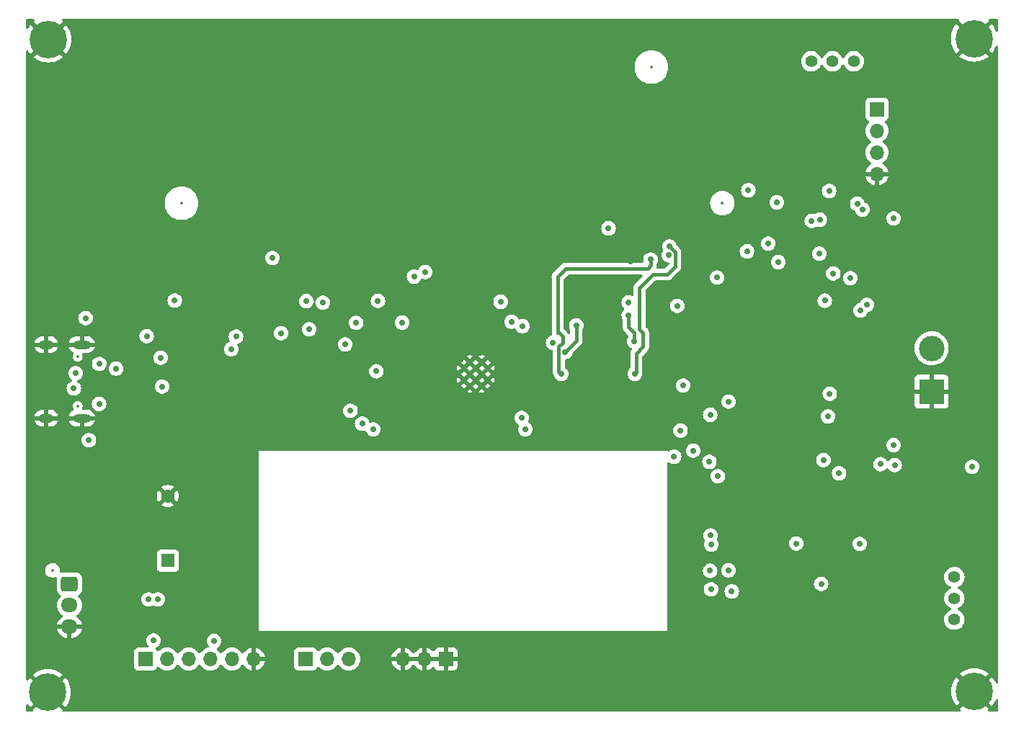
<source format=gbr>
%TF.GenerationSoftware,KiCad,Pcbnew,7.0.8*%
%TF.CreationDate,2024-04-21T21:21:44+03:00*%
%TF.ProjectId,esp32A9G,65737033-3241-4394-972e-6b696361645f,rev?*%
%TF.SameCoordinates,Original*%
%TF.FileFunction,Copper,L2,Inr*%
%TF.FilePolarity,Positive*%
%FSLAX46Y46*%
G04 Gerber Fmt 4.6, Leading zero omitted, Abs format (unit mm)*
G04 Created by KiCad (PCBNEW 7.0.8) date 2024-04-21 21:21:44*
%MOMM*%
%LPD*%
G01*
G04 APERTURE LIST*
G04 Aperture macros list*
%AMRoundRect*
0 Rectangle with rounded corners*
0 $1 Rounding radius*
0 $2 $3 $4 $5 $6 $7 $8 $9 X,Y pos of 4 corners*
0 Add a 4 corners polygon primitive as box body*
4,1,4,$2,$3,$4,$5,$6,$7,$8,$9,$2,$3,0*
0 Add four circle primitives for the rounded corners*
1,1,$1+$1,$2,$3*
1,1,$1+$1,$4,$5*
1,1,$1+$1,$6,$7*
1,1,$1+$1,$8,$9*
0 Add four rect primitives between the rounded corners*
20,1,$1+$1,$2,$3,$4,$5,0*
20,1,$1+$1,$4,$5,$6,$7,0*
20,1,$1+$1,$6,$7,$8,$9,0*
20,1,$1+$1,$8,$9,$2,$3,0*%
G04 Aperture macros list end*
%TA.AperFunction,ComponentPad*%
%ADD10R,1.700000X1.700000*%
%TD*%
%TA.AperFunction,ComponentPad*%
%ADD11O,1.700000X1.700000*%
%TD*%
%TA.AperFunction,ComponentPad*%
%ADD12O,1.800000X1.000000*%
%TD*%
%TA.AperFunction,ComponentPad*%
%ADD13O,2.100000X1.000000*%
%TD*%
%TA.AperFunction,ComponentPad*%
%ADD14C,1.397000*%
%TD*%
%TA.AperFunction,ComponentPad*%
%ADD15C,0.700000*%
%TD*%
%TA.AperFunction,ComponentPad*%
%ADD16C,4.400000*%
%TD*%
%TA.AperFunction,ComponentPad*%
%ADD17RoundRect,0.250000X-0.725000X0.600000X-0.725000X-0.600000X0.725000X-0.600000X0.725000X0.600000X0*%
%TD*%
%TA.AperFunction,ComponentPad*%
%ADD18O,1.950000X1.700000*%
%TD*%
%TA.AperFunction,ComponentPad*%
%ADD19R,1.600000X1.600000*%
%TD*%
%TA.AperFunction,ComponentPad*%
%ADD20C,1.600000*%
%TD*%
%TA.AperFunction,ComponentPad*%
%ADD21R,3.000000X3.000000*%
%TD*%
%TA.AperFunction,ComponentPad*%
%ADD22C,3.000000*%
%TD*%
%TA.AperFunction,HeatsinkPad*%
%ADD23C,0.600000*%
%TD*%
%TA.AperFunction,ViaPad*%
%ADD24C,0.700000*%
%TD*%
%TA.AperFunction,Conductor*%
%ADD25C,0.400000*%
%TD*%
%ADD26C,0.300000*%
%ADD27C,0.100000*%
%ADD28C,0.350000*%
%ADD29O,1.400000X0.600000*%
%ADD30O,1.700000X0.600000*%
%ADD31C,0.200000*%
G04 APERTURE END LIST*
D10*
%TO.N,+3V3*%
%TO.C,J6*%
X64770000Y-119126000D03*
D11*
%TO.N,/RX*%
X67310000Y-119126000D03*
%TO.N,/TX*%
X69850000Y-119126000D03*
%TO.N,/EN*%
X72390000Y-119126000D03*
%TO.N,/BOOT*%
X74930000Y-119126000D03*
%TO.N,GND*%
X77470000Y-119126000D03*
%TD*%
D12*
%TO.N,GND*%
%TO.C,J1*%
X53123000Y-90822000D03*
D13*
X57303000Y-90822000D03*
D12*
X53123000Y-82182000D03*
D13*
X57303000Y-82182000D03*
%TD*%
D14*
%TO.N,SOLAR_IN*%
%TO.C,SW4*%
X159810000Y-109500000D03*
%TO.N,VCC*%
X159810000Y-112000000D03*
%TO.N,VBAT*%
X159810000Y-114500000D03*
%TD*%
%TO.N,BATT_IN*%
%TO.C,SW3*%
X143000000Y-48870000D03*
%TO.N,VBAT*%
X145500000Y-48870000D03*
%TO.N,N/C*%
X148000000Y-48870000D03*
%TD*%
D15*
%TO.N,GND*%
%TO.C,H1*%
X160463274Y-46203274D03*
X160946548Y-45036548D03*
X160946548Y-47370000D03*
X162113274Y-44553274D03*
D16*
X162113274Y-46203274D03*
D15*
X162113274Y-47853274D03*
X163280000Y-45036548D03*
X163280000Y-47370000D03*
X163763274Y-46203274D03*
%TD*%
D17*
%TO.N,+3V3*%
%TO.C,J11*%
X55848000Y-110312000D03*
D18*
%TO.N,/DHT11*%
X55848000Y-112812000D03*
%TO.N,GND*%
X55848000Y-115312000D03*
%TD*%
D10*
%TO.N,VBAT*%
%TO.C,J5*%
X150718000Y-54498000D03*
D11*
%TO.N,/TRIG*%
X150718000Y-57038000D03*
%TO.N,/ECHO*%
X150718000Y-59578000D03*
%TO.N,GND*%
X150718000Y-62118000D03*
%TD*%
D19*
%TO.N,/BUZZER*%
%TO.C,BZ1*%
X67406000Y-107574000D03*
D20*
%TO.N,GND*%
X67406000Y-99974000D03*
%TD*%
D15*
%TO.N,GND*%
%TO.C,H2*%
X163796726Y-122936726D03*
X163313452Y-124103452D03*
X163313452Y-121770000D03*
X162146726Y-124586726D03*
D16*
X162146726Y-122936726D03*
D15*
X162146726Y-121286726D03*
X160980000Y-124103452D03*
X160980000Y-121770000D03*
X160496726Y-122936726D03*
%TD*%
%TO.N,GND*%
%TO.C,H3*%
X54943274Y-123046726D03*
X54460000Y-124213452D03*
X54460000Y-121880000D03*
X53293274Y-124696726D03*
D16*
X53293274Y-123046726D03*
D15*
X53293274Y-121396726D03*
X52126548Y-124213452D03*
X52126548Y-121880000D03*
X51643274Y-123046726D03*
%TD*%
D10*
%TO.N,+3V3*%
%TO.C,J7*%
X83581000Y-119126000D03*
D11*
X86121000Y-119126000D03*
X88661000Y-119126000D03*
%TD*%
D21*
%TO.N,GND*%
%TO.C,J4*%
X157140000Y-87690000D03*
D22*
%TO.N,Net-(D2-A)*%
X157140000Y-82610000D03*
%TD*%
D15*
%TO.N,GND*%
%TO.C,H4*%
X51710000Y-46300000D03*
X52193274Y-45133274D03*
X52193274Y-47466726D03*
X53360000Y-44650000D03*
D16*
X53360000Y-46300000D03*
D15*
X53360000Y-47950000D03*
X54526726Y-45133274D03*
X54526726Y-47466726D03*
X55010000Y-46300000D03*
%TD*%
D10*
%TO.N,GND*%
%TO.C,J8*%
X100076000Y-119126000D03*
D11*
X97536000Y-119126000D03*
X94996000Y-119126000D03*
%TD*%
D23*
%TO.N,GND*%
%TO.C,U1*%
X104990000Y-86340000D03*
X104990000Y-84940000D03*
X104290000Y-87040000D03*
X104290000Y-85640000D03*
X104290000Y-84240000D03*
X103615000Y-86340000D03*
X103615000Y-84940000D03*
X102890000Y-87040000D03*
X102890000Y-85640000D03*
X102890000Y-84240000D03*
X102190000Y-86340000D03*
X102190000Y-84940000D03*
%TD*%
D24*
%TO.N,/TX*%
X65740000Y-116960000D03*
%TO.N,/DE-*%
X56358115Y-87325123D03*
X56570000Y-85540000D03*
%TO.N,VBAT*%
X59330000Y-89160000D03*
%TO.N,BATT_IN*%
X121550500Y-78709500D03*
%TO.N,Net-(U10-CS)*%
X115390000Y-79910500D03*
%TO.N,/OD*%
X124110000Y-72180000D03*
X113630000Y-85630000D03*
%TO.N,/OC*%
X122290000Y-85600000D03*
%TO.N,GND*%
X108450000Y-63934500D03*
%TO.N,+3V3*%
X152670000Y-93990000D03*
X161880000Y-96550000D03*
%TO.N,SOLAR_IN*%
X152800500Y-96330000D03*
%TO.N,GND*%
X62300000Y-55440000D03*
%TO.N,/TX*%
X75420000Y-81240000D03*
X65140000Y-112137500D03*
%TO.N,/RX*%
X74860000Y-82710000D03*
X66205500Y-112137500D03*
%TO.N,/EN*%
X72830000Y-117020000D03*
%TO.N,+3V3*%
X109390000Y-92120000D03*
%TO.N,/A9G_RST*%
X132040000Y-97660000D03*
X106500000Y-77140000D03*
%TO.N,VBAT*%
X127240000Y-77620000D03*
%TO.N,BATT_IN*%
X122210000Y-81780000D03*
%TO.N,/LOW_PWR*%
X145170000Y-87940000D03*
%TO.N,/PWR_KEY*%
X107790000Y-79500000D03*
%TO.N,/LOW_PWR*%
X109070000Y-80000000D03*
%TO.N,+3V3*%
X58130000Y-93410000D03*
X64920000Y-81170000D03*
%TO.N,VBAT*%
X68210000Y-77000000D03*
X61330000Y-85000000D03*
X59340000Y-84450000D03*
X57730000Y-79050000D03*
%TO.N,+3V3*%
X79700000Y-72000000D03*
X80704500Y-80830000D03*
%TO.N,/OC*%
X126320000Y-70640000D03*
%TO.N,Net-(U10-CS)*%
X114090000Y-83050000D03*
X126280000Y-71650000D03*
%TO.N,/VIO*%
X129140000Y-94640500D03*
%TO.N,/ADC_0*%
X131030000Y-95960000D03*
X126890000Y-95360000D03*
%TO.N,GND*%
X154470000Y-108970000D03*
X134130000Y-101120000D03*
X136630000Y-107180000D03*
%TO.N,/VIO*%
X133280000Y-88880000D03*
X144590000Y-77010000D03*
%TO.N,/PWR_KEY*%
X127930000Y-86990000D03*
X127640000Y-92280000D03*
%TO.N,BATT_IN*%
X135450000Y-71220000D03*
%TO.N,GND*%
X130760000Y-71240000D03*
X127290000Y-75460000D03*
X121739500Y-72360000D03*
%TO.N,VCC*%
X119180000Y-68505500D03*
%TO.N,GND*%
X140010000Y-70520000D03*
%TO.N,VBAT*%
X131130000Y-90430000D03*
X144170000Y-110300000D03*
%TO.N,Net-(D2-K)*%
X141260000Y-105550000D03*
X148690000Y-105610000D03*
%TO.N,VCC*%
X145100000Y-64120000D03*
X152660000Y-67340000D03*
%TO.N,GND*%
X155140000Y-92860000D03*
X152800000Y-92800000D03*
%TO.N,SOLAR_IN*%
X151130000Y-96230000D03*
X146270000Y-97300000D03*
%TO.N,/BUZZER*%
X90230000Y-91475500D03*
%TO.N,/SIM_CLK*%
X143940000Y-71480000D03*
X147580000Y-74370000D03*
%TO.N,/SIM_VDD*%
X148404424Y-65625861D03*
X148790000Y-78160000D03*
%TO.N,/SIM_DATA*%
X149010000Y-66300000D03*
X149530000Y-77490000D03*
%TO.N,/SIM_RST*%
X139130000Y-72480000D03*
X145590000Y-73800000D03*
%TO.N,Net-(U9-~{STDBY})*%
X121550500Y-77210000D03*
X137927864Y-70304500D03*
%TO.N,/SIM_RST*%
X135610000Y-64030000D03*
%TO.N,/SIM_VDD*%
X138970000Y-65450000D03*
%TO.N,/SIM_CLK*%
X143998056Y-67488056D03*
%TO.N,/SIM_DATA*%
X143060000Y-67630000D03*
%TO.N,/DHT11*%
X91520000Y-92150000D03*
%TO.N,/ECHO*%
X94930000Y-79590000D03*
%TO.N,/TRIG*%
X97660000Y-73640000D03*
%TO.N,VBAT*%
X66720000Y-87100000D03*
X66560000Y-83710000D03*
%TO.N,Net-(D8-K)*%
X131120000Y-108760000D03*
X133270000Y-108700000D03*
%TO.N,/GPRS_LED*%
X144430000Y-95750000D03*
X131270000Y-105700000D03*
%TO.N,/UART_RX*%
X131950000Y-74300000D03*
X112660000Y-81960000D03*
%TO.N,/GSM_LED*%
X144970000Y-90620000D03*
X131150000Y-104610000D03*
%TO.N,Net-(D7-K)*%
X133660000Y-111190000D03*
X131220000Y-110950000D03*
%TO.N,/EN*%
X91904500Y-85310000D03*
%TO.N,/LED*%
X96330000Y-74190000D03*
%TO.N,/BOOT*%
X92090000Y-77030000D03*
X88861000Y-89960000D03*
%TO.N,/LED*%
X89535500Y-79610000D03*
%TO.N,/EN*%
X108990000Y-90800000D03*
%TO.N,/RTS*%
X84020000Y-80370000D03*
X83650000Y-77060000D03*
%TO.N,Net-(Q1-B)*%
X85620000Y-77250000D03*
X88255500Y-82160000D03*
%TD*%
D25*
%TO.N,BATT_IN*%
X121550500Y-80130500D02*
X121550500Y-78709500D01*
X121820000Y-80400000D02*
X121550500Y-80130500D01*
X122210000Y-81780000D02*
X122210000Y-80790000D01*
X122210000Y-80790000D02*
X121820000Y-80400000D01*
%TO.N,Net-(U10-CS)*%
X115390000Y-81750000D02*
X115390000Y-79910500D01*
X114090000Y-83050000D02*
X115390000Y-81750000D01*
%TO.N,/OD*%
X124150000Y-72220000D02*
X124110000Y-72180000D01*
X124150000Y-72840000D02*
X124150000Y-72220000D01*
X123760000Y-73230000D02*
X124150000Y-72840000D01*
X114180000Y-73230000D02*
X123760000Y-73230000D01*
X113380000Y-80790000D02*
X113200000Y-80790000D01*
X113200000Y-80790000D02*
X113200000Y-74210000D01*
X113200000Y-74210000D02*
X114180000Y-73230000D01*
X113780000Y-81190000D02*
X113380000Y-80790000D01*
X113780000Y-81980000D02*
X113780000Y-81190000D01*
X113340000Y-82420000D02*
X113780000Y-81980000D01*
X113630000Y-85630000D02*
X113340000Y-85340000D01*
X113340000Y-85340000D02*
X113340000Y-82420000D01*
%TO.N,/OC*%
X122450000Y-85440000D02*
X122290000Y-85600000D01*
X122450000Y-83210000D02*
X122450000Y-85440000D01*
X123230000Y-82430000D02*
X122450000Y-83210000D01*
X123230000Y-80780000D02*
X123230000Y-82430000D01*
X122820000Y-75490000D02*
X122820000Y-80370000D01*
X124380000Y-73930000D02*
X122820000Y-75490000D01*
X126090000Y-73930000D02*
X124380000Y-73930000D01*
X122820000Y-80370000D02*
X123230000Y-80780000D01*
X127030000Y-72990000D02*
X126090000Y-73930000D01*
X127030000Y-71339339D02*
X127030000Y-72990000D01*
X126330661Y-70640000D02*
X127030000Y-71339339D01*
X126320000Y-70640000D02*
X126330661Y-70640000D01*
%TD*%
%TA.AperFunction,Conductor*%
%TO.N,GND*%
G36*
X52458168Y-123770350D02*
G01*
X52610206Y-123915318D01*
X52712496Y-123981056D01*
X51568304Y-125125247D01*
X51572206Y-125189756D01*
X51576660Y-125226432D01*
X51546430Y-125297389D01*
X51484771Y-125343724D01*
X51429138Y-125354500D01*
X50899500Y-125354500D01*
X50825000Y-125334538D01*
X50770462Y-125280000D01*
X50750500Y-125205500D01*
X50750500Y-124593979D01*
X50770462Y-124519479D01*
X50825000Y-124464941D01*
X50899500Y-124444979D01*
X50974000Y-124464941D01*
X51027012Y-124516896D01*
X51067159Y-124583308D01*
X51067162Y-124583312D01*
X51214751Y-124771694D01*
X51727344Y-124259101D01*
X51926548Y-124259101D01*
X51966161Y-124341357D01*
X52037540Y-124398279D01*
X52104016Y-124413452D01*
X52149080Y-124413452D01*
X52215556Y-124398279D01*
X52286935Y-124341357D01*
X52326548Y-124259101D01*
X52326548Y-124167803D01*
X52286935Y-124085547D01*
X52215556Y-124028625D01*
X52149080Y-124013452D01*
X52104016Y-124013452D01*
X52037540Y-124028625D01*
X51966161Y-124085547D01*
X51926548Y-124167803D01*
X51926548Y-124259101D01*
X51727344Y-124259101D01*
X52357484Y-123628960D01*
X52458168Y-123770350D01*
G37*
%TD.AperFunction*%
%TA.AperFunction,Conductor*%
G36*
X97076507Y-118916156D02*
G01*
X97036000Y-119054111D01*
X97036000Y-119197889D01*
X97076507Y-119335844D01*
X97102314Y-119376000D01*
X95429686Y-119376000D01*
X95455493Y-119335844D01*
X95496000Y-119197889D01*
X95496000Y-119054111D01*
X95455493Y-118916156D01*
X95429686Y-118876000D01*
X97102314Y-118876000D01*
X97076507Y-118916156D01*
G37*
%TD.AperFunction*%
%TA.AperFunction,Conductor*%
G36*
X99616507Y-118916156D02*
G01*
X99576000Y-119054111D01*
X99576000Y-119197889D01*
X99616507Y-119335844D01*
X99642314Y-119376000D01*
X97969686Y-119376000D01*
X97995493Y-119335844D01*
X98036000Y-119197889D01*
X98036000Y-119054111D01*
X97995493Y-118916156D01*
X97969686Y-118876000D01*
X99642314Y-118876000D01*
X99616507Y-118916156D01*
G37*
%TD.AperFunction*%
%TA.AperFunction,Conductor*%
G36*
X160323635Y-43915462D02*
G01*
X160378173Y-43970000D01*
X160398135Y-44044500D01*
X160391707Y-44068489D01*
X160388303Y-44124750D01*
X161529967Y-45266414D01*
X161515864Y-45273685D01*
X161350734Y-45403545D01*
X161213164Y-45562309D01*
X161178608Y-45622161D01*
X160638644Y-45082197D01*
X160746548Y-45082197D01*
X160786161Y-45164453D01*
X160857540Y-45221375D01*
X160924016Y-45236548D01*
X160969080Y-45236548D01*
X161035556Y-45221375D01*
X161106935Y-45164453D01*
X161146548Y-45082197D01*
X161146548Y-44990899D01*
X161106935Y-44908643D01*
X161035556Y-44851721D01*
X160969080Y-44836548D01*
X160924016Y-44836548D01*
X160857540Y-44851721D01*
X160786161Y-44908643D01*
X160746548Y-44990899D01*
X160746548Y-45082197D01*
X160638644Y-45082197D01*
X160034751Y-44478304D01*
X159887155Y-44666696D01*
X159718178Y-44946218D01*
X159718172Y-44946229D01*
X159584114Y-45244094D01*
X159584113Y-45244095D01*
X159486940Y-45555934D01*
X159486937Y-45555944D01*
X159428061Y-45877225D01*
X159408339Y-46203272D01*
X159408339Y-46203275D01*
X159428061Y-46529322D01*
X159486937Y-46850603D01*
X159486940Y-46850613D01*
X159584113Y-47162452D01*
X159584114Y-47162453D01*
X159718172Y-47460318D01*
X159718178Y-47460329D01*
X159887156Y-47739851D01*
X159887162Y-47739860D01*
X160034751Y-47928242D01*
X160547344Y-47415649D01*
X160746548Y-47415649D01*
X160786161Y-47497905D01*
X160857540Y-47554827D01*
X160924016Y-47570000D01*
X160969080Y-47570000D01*
X161035556Y-47554827D01*
X161106935Y-47497905D01*
X161146548Y-47415649D01*
X161146548Y-47324351D01*
X161106935Y-47242095D01*
X161035556Y-47185173D01*
X160969080Y-47170000D01*
X160924016Y-47170000D01*
X160857540Y-47185173D01*
X160786161Y-47242095D01*
X160746548Y-47324351D01*
X160746548Y-47415649D01*
X160547344Y-47415649D01*
X161177484Y-46785508D01*
X161278168Y-46926898D01*
X161430206Y-47071866D01*
X161532496Y-47137604D01*
X160388304Y-48281795D01*
X160388304Y-48281796D01*
X160576687Y-48429385D01*
X160576696Y-48429391D01*
X160856218Y-48598369D01*
X160856229Y-48598375D01*
X161154094Y-48732433D01*
X161154095Y-48732434D01*
X161465934Y-48829607D01*
X161465944Y-48829610D01*
X161787226Y-48888486D01*
X161787223Y-48888486D01*
X162113272Y-48908209D01*
X162113276Y-48908209D01*
X162439322Y-48888486D01*
X162760603Y-48829610D01*
X162760613Y-48829607D01*
X163072452Y-48732434D01*
X163072453Y-48732433D01*
X163370318Y-48598375D01*
X163370329Y-48598369D01*
X163649851Y-48429391D01*
X163649852Y-48429391D01*
X163838242Y-48281795D01*
X162972096Y-47415649D01*
X163080000Y-47415649D01*
X163119613Y-47497905D01*
X163190992Y-47554827D01*
X163257468Y-47570000D01*
X163302532Y-47570000D01*
X163369008Y-47554827D01*
X163440387Y-47497905D01*
X163480000Y-47415649D01*
X163480000Y-47324351D01*
X163440387Y-47242095D01*
X163369008Y-47185173D01*
X163302532Y-47170000D01*
X163257468Y-47170000D01*
X163190992Y-47185173D01*
X163119613Y-47242095D01*
X163080000Y-47324351D01*
X163080000Y-47415649D01*
X162972096Y-47415649D01*
X162696580Y-47140133D01*
X162710684Y-47132863D01*
X162875814Y-47003003D01*
X163013384Y-46844239D01*
X163047939Y-46784386D01*
X164191795Y-47928242D01*
X164339391Y-47739852D01*
X164339391Y-47739851D01*
X164508369Y-47460329D01*
X164508375Y-47460318D01*
X164642433Y-47162453D01*
X164642434Y-47162452D01*
X164658247Y-47111707D01*
X164699469Y-47046519D01*
X164767763Y-47010676D01*
X164844828Y-47013782D01*
X164910016Y-47055004D01*
X164945859Y-47123298D01*
X164949500Y-47156035D01*
X164949500Y-121891378D01*
X164929538Y-121965878D01*
X164875000Y-122020416D01*
X164800500Y-122040378D01*
X164726000Y-122020416D01*
X164671462Y-121965878D01*
X164664627Y-121952530D01*
X164541827Y-121679681D01*
X164541821Y-121679670D01*
X164372843Y-121400148D01*
X164372837Y-121400139D01*
X164225247Y-121211756D01*
X163082514Y-122354489D01*
X162981832Y-122213102D01*
X162829794Y-122068134D01*
X162727502Y-122002394D01*
X162914247Y-121815649D01*
X163113452Y-121815649D01*
X163153065Y-121897905D01*
X163224444Y-121954827D01*
X163290920Y-121970000D01*
X163335984Y-121970000D01*
X163402460Y-121954827D01*
X163473839Y-121897905D01*
X163513452Y-121815649D01*
X163513452Y-121724351D01*
X163473839Y-121642095D01*
X163402460Y-121585173D01*
X163335984Y-121570000D01*
X163290920Y-121570000D01*
X163224444Y-121585173D01*
X163153065Y-121642095D01*
X163113452Y-121724351D01*
X163113452Y-121815649D01*
X162914247Y-121815649D01*
X163871694Y-120858203D01*
X163683312Y-120710614D01*
X163683303Y-120710608D01*
X163403781Y-120541630D01*
X163403770Y-120541624D01*
X163105905Y-120407566D01*
X163105904Y-120407565D01*
X162794065Y-120310392D01*
X162794055Y-120310389D01*
X162472773Y-120251513D01*
X162472776Y-120251513D01*
X162146728Y-120231791D01*
X162146724Y-120231791D01*
X161820677Y-120251513D01*
X161499396Y-120310389D01*
X161499386Y-120310392D01*
X161187547Y-120407565D01*
X161187546Y-120407566D01*
X160889681Y-120541624D01*
X160889670Y-120541630D01*
X160610148Y-120710607D01*
X160421756Y-120858203D01*
X161563419Y-121999866D01*
X161549316Y-122007137D01*
X161384186Y-122136997D01*
X161246616Y-122295761D01*
X161212060Y-122355613D01*
X160672096Y-121815649D01*
X160780000Y-121815649D01*
X160819613Y-121897905D01*
X160890992Y-121954827D01*
X160957468Y-121970000D01*
X161002532Y-121970000D01*
X161069008Y-121954827D01*
X161140387Y-121897905D01*
X161180000Y-121815649D01*
X161180000Y-121724351D01*
X161140387Y-121642095D01*
X161069008Y-121585173D01*
X161002532Y-121570000D01*
X160957468Y-121570000D01*
X160890992Y-121585173D01*
X160819613Y-121642095D01*
X160780000Y-121724351D01*
X160780000Y-121815649D01*
X160672096Y-121815649D01*
X160068203Y-121211756D01*
X159920607Y-121400148D01*
X159751630Y-121679670D01*
X159751624Y-121679681D01*
X159617566Y-121977546D01*
X159617565Y-121977547D01*
X159520392Y-122289386D01*
X159520389Y-122289396D01*
X159461513Y-122610677D01*
X159441791Y-122936724D01*
X159441791Y-122936727D01*
X159461513Y-123262774D01*
X159520389Y-123584055D01*
X159520392Y-123584065D01*
X159617565Y-123895904D01*
X159617566Y-123895905D01*
X159751624Y-124193770D01*
X159751630Y-124193781D01*
X159920608Y-124473303D01*
X159920614Y-124473312D01*
X160068203Y-124661694D01*
X160580796Y-124149101D01*
X160780000Y-124149101D01*
X160819613Y-124231357D01*
X160890992Y-124288279D01*
X160957468Y-124303452D01*
X161002532Y-124303452D01*
X161069008Y-124288279D01*
X161140387Y-124231357D01*
X161180000Y-124149101D01*
X161180000Y-124057803D01*
X161140387Y-123975547D01*
X161069008Y-123918625D01*
X161002532Y-123903452D01*
X160957468Y-123903452D01*
X160890992Y-123918625D01*
X160819613Y-123975547D01*
X160780000Y-124057803D01*
X160780000Y-124149101D01*
X160580796Y-124149101D01*
X161210936Y-123518960D01*
X161311620Y-123660350D01*
X161463658Y-123805318D01*
X161565948Y-123871056D01*
X160421756Y-125015247D01*
X160514885Y-125088210D01*
X160561219Y-125149869D01*
X160570516Y-125226435D01*
X160540284Y-125297391D01*
X160478625Y-125343725D01*
X160422994Y-125354500D01*
X55157409Y-125354500D01*
X55082909Y-125334538D01*
X55028371Y-125280000D01*
X55008409Y-125205500D01*
X55014840Y-125181497D01*
X55018242Y-125125247D01*
X54152096Y-124259101D01*
X54260000Y-124259101D01*
X54299613Y-124341357D01*
X54370992Y-124398279D01*
X54437468Y-124413452D01*
X54482532Y-124413452D01*
X54549008Y-124398279D01*
X54620387Y-124341357D01*
X54660000Y-124259101D01*
X54660000Y-124167803D01*
X54620387Y-124085547D01*
X54549008Y-124028625D01*
X54482532Y-124013452D01*
X54437468Y-124013452D01*
X54370992Y-124028625D01*
X54299613Y-124085547D01*
X54260000Y-124167803D01*
X54260000Y-124259101D01*
X54152096Y-124259101D01*
X53876580Y-123983585D01*
X53890684Y-123976315D01*
X54055814Y-123846455D01*
X54193384Y-123687691D01*
X54227939Y-123627838D01*
X55371795Y-124771694D01*
X55519391Y-124583304D01*
X55519391Y-124583303D01*
X55688369Y-124303781D01*
X55688375Y-124303770D01*
X55822433Y-124005905D01*
X55822434Y-124005904D01*
X55919607Y-123694065D01*
X55919610Y-123694055D01*
X55978486Y-123372774D01*
X55998209Y-123046727D01*
X55998209Y-123046724D01*
X55978486Y-122720677D01*
X55919610Y-122399396D01*
X55919607Y-122399386D01*
X55822434Y-122087547D01*
X55822433Y-122087546D01*
X55688375Y-121789681D01*
X55688369Y-121789670D01*
X55519391Y-121510148D01*
X55519385Y-121510139D01*
X55371795Y-121321756D01*
X54229062Y-122464489D01*
X54128380Y-122323102D01*
X53976342Y-122178134D01*
X53874050Y-122112394D01*
X54060795Y-121925649D01*
X54260000Y-121925649D01*
X54299613Y-122007905D01*
X54370992Y-122064827D01*
X54437468Y-122080000D01*
X54482532Y-122080000D01*
X54549008Y-122064827D01*
X54620387Y-122007905D01*
X54660000Y-121925649D01*
X54660000Y-121834351D01*
X54620387Y-121752095D01*
X54549008Y-121695173D01*
X54482532Y-121680000D01*
X54437468Y-121680000D01*
X54370992Y-121695173D01*
X54299613Y-121752095D01*
X54260000Y-121834351D01*
X54260000Y-121925649D01*
X54060795Y-121925649D01*
X55018242Y-120968203D01*
X54829860Y-120820614D01*
X54829851Y-120820608D01*
X54550329Y-120651630D01*
X54550318Y-120651624D01*
X54252453Y-120517566D01*
X54252452Y-120517565D01*
X53940613Y-120420392D01*
X53940603Y-120420389D01*
X53619321Y-120361513D01*
X53619324Y-120361513D01*
X53293276Y-120341791D01*
X53293272Y-120341791D01*
X52967225Y-120361513D01*
X52645944Y-120420389D01*
X52645934Y-120420392D01*
X52334095Y-120517565D01*
X52334094Y-120517566D01*
X52036229Y-120651624D01*
X52036218Y-120651630D01*
X51756696Y-120820607D01*
X51568304Y-120968203D01*
X52709967Y-122109866D01*
X52695864Y-122117137D01*
X52530734Y-122246997D01*
X52393164Y-122405761D01*
X52358608Y-122465613D01*
X51818644Y-121925649D01*
X51926548Y-121925649D01*
X51966161Y-122007905D01*
X52037540Y-122064827D01*
X52104016Y-122080000D01*
X52149080Y-122080000D01*
X52215556Y-122064827D01*
X52286935Y-122007905D01*
X52326548Y-121925649D01*
X52326548Y-121834351D01*
X52286935Y-121752095D01*
X52215556Y-121695173D01*
X52149080Y-121680000D01*
X52104016Y-121680000D01*
X52037540Y-121695173D01*
X51966161Y-121752095D01*
X51926548Y-121834351D01*
X51926548Y-121925649D01*
X51818644Y-121925649D01*
X51214751Y-121321756D01*
X51067155Y-121510148D01*
X51027011Y-121576556D01*
X50971386Y-121629984D01*
X50896499Y-121648442D01*
X50822416Y-121626983D01*
X50768988Y-121571358D01*
X50750500Y-121499472D01*
X50750500Y-120023863D01*
X63419500Y-120023863D01*
X63419502Y-120023888D01*
X63425908Y-120083478D01*
X63425909Y-120083484D01*
X63476202Y-120218329D01*
X63476204Y-120218333D01*
X63562452Y-120333544D01*
X63562455Y-120333547D01*
X63677666Y-120419795D01*
X63677670Y-120419797D01*
X63812517Y-120470091D01*
X63872114Y-120476499D01*
X63872118Y-120476499D01*
X63872127Y-120476500D01*
X65667872Y-120476499D01*
X65727483Y-120470091D01*
X65823447Y-120434298D01*
X65862329Y-120419797D01*
X65862333Y-120419795D01*
X65966532Y-120341791D01*
X65977546Y-120333546D01*
X66063796Y-120218331D01*
X66063797Y-120218329D01*
X66063798Y-120218327D01*
X66099215Y-120123367D01*
X66143953Y-120060540D01*
X66214110Y-120028498D01*
X66290889Y-120035829D01*
X66344180Y-120070076D01*
X66438599Y-120164495D01*
X66632170Y-120300035D01*
X66846337Y-120399903D01*
X67074592Y-120461063D01*
X67310000Y-120481659D01*
X67545408Y-120461063D01*
X67773663Y-120399903D01*
X67987830Y-120300035D01*
X68181401Y-120164495D01*
X68348495Y-119997401D01*
X68457947Y-119841086D01*
X68517030Y-119791511D01*
X68592986Y-119778118D01*
X68665463Y-119804497D01*
X68702051Y-119841085D01*
X68811505Y-119997401D01*
X68978599Y-120164495D01*
X69172170Y-120300035D01*
X69386337Y-120399903D01*
X69614592Y-120461063D01*
X69850000Y-120481659D01*
X70085408Y-120461063D01*
X70313663Y-120399903D01*
X70527830Y-120300035D01*
X70721401Y-120164495D01*
X70888495Y-119997401D01*
X70997947Y-119841086D01*
X71057030Y-119791511D01*
X71132986Y-119778118D01*
X71205463Y-119804497D01*
X71242051Y-119841085D01*
X71351505Y-119997401D01*
X71518599Y-120164495D01*
X71712170Y-120300035D01*
X71926337Y-120399903D01*
X72154592Y-120461063D01*
X72390000Y-120481659D01*
X72625408Y-120461063D01*
X72853663Y-120399903D01*
X73067830Y-120300035D01*
X73261401Y-120164495D01*
X73428495Y-119997401D01*
X73537947Y-119841086D01*
X73597030Y-119791511D01*
X73672986Y-119778118D01*
X73745463Y-119804497D01*
X73782051Y-119841085D01*
X73891505Y-119997401D01*
X74058599Y-120164495D01*
X74252170Y-120300035D01*
X74466337Y-120399903D01*
X74694592Y-120461063D01*
X74930000Y-120481659D01*
X75165408Y-120461063D01*
X75393663Y-120399903D01*
X75607830Y-120300035D01*
X75801401Y-120164495D01*
X75968495Y-119997401D01*
X76078253Y-119840650D01*
X76137335Y-119791075D01*
X76213291Y-119777682D01*
X76285768Y-119804061D01*
X76322358Y-119840652D01*
X76431888Y-119997076D01*
X76598923Y-120164111D01*
X76792411Y-120299593D01*
X76792420Y-120299599D01*
X77006508Y-120399430D01*
X77006513Y-120399432D01*
X77220000Y-120456634D01*
X77220000Y-119561501D01*
X77327685Y-119610680D01*
X77434237Y-119626000D01*
X77505763Y-119626000D01*
X77612315Y-119610680D01*
X77720000Y-119561501D01*
X77720000Y-120456633D01*
X77933486Y-120399432D01*
X77933491Y-120399430D01*
X78147579Y-120299599D01*
X78147588Y-120299593D01*
X78341076Y-120164111D01*
X78481324Y-120023863D01*
X82230500Y-120023863D01*
X82230502Y-120023888D01*
X82236908Y-120083478D01*
X82236909Y-120083484D01*
X82287202Y-120218329D01*
X82287204Y-120218333D01*
X82373452Y-120333544D01*
X82373455Y-120333547D01*
X82488666Y-120419795D01*
X82488670Y-120419797D01*
X82623517Y-120470091D01*
X82683114Y-120476499D01*
X82683118Y-120476499D01*
X82683127Y-120476500D01*
X84478872Y-120476499D01*
X84538483Y-120470091D01*
X84634447Y-120434298D01*
X84673329Y-120419797D01*
X84673333Y-120419795D01*
X84777532Y-120341791D01*
X84788546Y-120333546D01*
X84874796Y-120218331D01*
X84874797Y-120218329D01*
X84874798Y-120218327D01*
X84910215Y-120123367D01*
X84954953Y-120060540D01*
X85025110Y-120028498D01*
X85101889Y-120035829D01*
X85155180Y-120070076D01*
X85249599Y-120164495D01*
X85443170Y-120300035D01*
X85657337Y-120399903D01*
X85885592Y-120461063D01*
X86121000Y-120481659D01*
X86356408Y-120461063D01*
X86584663Y-120399903D01*
X86798830Y-120300035D01*
X86992401Y-120164495D01*
X87159495Y-119997401D01*
X87268947Y-119841086D01*
X87328030Y-119791511D01*
X87403986Y-119778118D01*
X87476463Y-119804497D01*
X87513051Y-119841085D01*
X87622505Y-119997401D01*
X87789599Y-120164495D01*
X87983170Y-120300035D01*
X88197337Y-120399903D01*
X88425592Y-120461063D01*
X88661000Y-120481659D01*
X88896408Y-120461063D01*
X89124663Y-120399903D01*
X89338830Y-120300035D01*
X89532401Y-120164495D01*
X89699495Y-119997401D01*
X89835035Y-119803830D01*
X89934903Y-119589663D01*
X89992153Y-119376000D01*
X93665364Y-119376000D01*
X93722568Y-119589489D01*
X93722569Y-119589491D01*
X93822400Y-119803579D01*
X93822406Y-119803588D01*
X93957888Y-119997076D01*
X94124923Y-120164111D01*
X94318411Y-120299593D01*
X94318420Y-120299599D01*
X94532508Y-120399430D01*
X94532513Y-120399432D01*
X94746000Y-120456634D01*
X94746000Y-119561501D01*
X94853685Y-119610680D01*
X94960237Y-119626000D01*
X95031763Y-119626000D01*
X95138315Y-119610680D01*
X95246000Y-119561501D01*
X95246000Y-120456633D01*
X95459486Y-120399432D01*
X95459491Y-120399430D01*
X95673579Y-120299599D01*
X95673588Y-120299593D01*
X95867076Y-120164111D01*
X96034108Y-119997079D01*
X96143946Y-119840215D01*
X96203030Y-119790638D01*
X96278986Y-119777245D01*
X96351463Y-119803624D01*
X96388054Y-119840215D01*
X96497891Y-119997079D01*
X96664923Y-120164111D01*
X96858411Y-120299593D01*
X96858420Y-120299599D01*
X97072508Y-120399430D01*
X97072513Y-120399432D01*
X97286000Y-120456634D01*
X97286000Y-119561501D01*
X97393685Y-119610680D01*
X97500237Y-119626000D01*
X97571763Y-119626000D01*
X97678315Y-119610680D01*
X97786000Y-119561501D01*
X97786000Y-120456633D01*
X97999486Y-120399432D01*
X97999491Y-120399430D01*
X98213579Y-120299599D01*
X98213588Y-120299593D01*
X98407079Y-120164109D01*
X98502015Y-120069173D01*
X98568809Y-120030608D01*
X98645937Y-120030608D01*
X98712732Y-120069172D01*
X98746979Y-120122460D01*
X98782646Y-120218086D01*
X98782650Y-120218094D01*
X98868809Y-120333187D01*
X98868812Y-120333190D01*
X98983905Y-120419349D01*
X98983915Y-120419354D01*
X99118623Y-120469598D01*
X99118621Y-120469598D01*
X99178157Y-120475998D01*
X99178177Y-120476000D01*
X99826000Y-120476000D01*
X99826000Y-119561501D01*
X99933685Y-119610680D01*
X100040237Y-119626000D01*
X100111763Y-119626000D01*
X100218315Y-119610680D01*
X100326000Y-119561501D01*
X100326000Y-120476000D01*
X100973823Y-120476000D01*
X100973842Y-120475998D01*
X101033377Y-120469598D01*
X101168084Y-120419354D01*
X101168094Y-120419349D01*
X101283187Y-120333190D01*
X101283190Y-120333187D01*
X101369349Y-120218094D01*
X101369354Y-120218084D01*
X101419598Y-120083377D01*
X101425998Y-120023842D01*
X101426000Y-120023822D01*
X101426000Y-119376000D01*
X100509686Y-119376000D01*
X100535493Y-119335844D01*
X100576000Y-119197889D01*
X100576000Y-119054111D01*
X100535493Y-118916156D01*
X100509686Y-118876000D01*
X101426000Y-118876000D01*
X101426000Y-118228177D01*
X101425998Y-118228157D01*
X101419598Y-118168622D01*
X101369354Y-118033915D01*
X101369349Y-118033905D01*
X101283190Y-117918812D01*
X101283187Y-117918809D01*
X101168094Y-117832650D01*
X101168084Y-117832645D01*
X101033376Y-117782401D01*
X101033378Y-117782401D01*
X100973842Y-117776001D01*
X100973823Y-117776000D01*
X100326000Y-117776000D01*
X100326000Y-118690498D01*
X100218315Y-118641320D01*
X100111763Y-118626000D01*
X100040237Y-118626000D01*
X99933685Y-118641320D01*
X99826000Y-118690498D01*
X99826000Y-117776000D01*
X99178177Y-117776000D01*
X99178157Y-117776001D01*
X99118622Y-117782401D01*
X98983915Y-117832645D01*
X98983905Y-117832650D01*
X98868812Y-117918809D01*
X98868809Y-117918812D01*
X98782650Y-118033905D01*
X98782646Y-118033913D01*
X98746979Y-118129539D01*
X98702240Y-118192365D01*
X98632082Y-118224405D01*
X98555303Y-118217073D01*
X98502015Y-118182827D01*
X98407076Y-118087888D01*
X98213588Y-117952406D01*
X98213579Y-117952400D01*
X97999491Y-117852569D01*
X97999489Y-117852568D01*
X97786000Y-117795364D01*
X97786000Y-118690498D01*
X97678315Y-118641320D01*
X97571763Y-118626000D01*
X97500237Y-118626000D01*
X97393685Y-118641320D01*
X97286000Y-118690498D01*
X97286000Y-117795364D01*
X97285999Y-117795364D01*
X97072512Y-117852568D01*
X96858419Y-117952402D01*
X96664920Y-118087891D01*
X96497888Y-118254923D01*
X96388053Y-118411784D01*
X96328970Y-118461361D01*
X96253013Y-118474754D01*
X96180537Y-118448374D01*
X96143947Y-118411784D01*
X96034111Y-118254923D01*
X95867076Y-118087888D01*
X95673588Y-117952406D01*
X95673579Y-117952400D01*
X95459491Y-117852569D01*
X95459489Y-117852568D01*
X95246000Y-117795364D01*
X95246000Y-118690498D01*
X95138315Y-118641320D01*
X95031763Y-118626000D01*
X94960237Y-118626000D01*
X94853685Y-118641320D01*
X94746000Y-118690498D01*
X94746000Y-117795364D01*
X94745999Y-117795364D01*
X94532512Y-117852568D01*
X94318419Y-117952402D01*
X94124920Y-118087891D01*
X93957891Y-118254920D01*
X93822402Y-118448419D01*
X93722568Y-118662512D01*
X93665364Y-118875999D01*
X93665364Y-118876000D01*
X94562314Y-118876000D01*
X94536507Y-118916156D01*
X94496000Y-119054111D01*
X94496000Y-119197889D01*
X94536507Y-119335844D01*
X94562314Y-119376000D01*
X93665364Y-119376000D01*
X89992153Y-119376000D01*
X89996063Y-119361408D01*
X90016659Y-119126000D01*
X89996063Y-118890592D01*
X89934903Y-118662337D01*
X89835035Y-118448171D01*
X89699495Y-118254599D01*
X89532401Y-118087505D01*
X89338830Y-117951965D01*
X89124663Y-117852097D01*
X89124661Y-117852096D01*
X88896409Y-117790937D01*
X88661000Y-117770341D01*
X88425590Y-117790937D01*
X88197340Y-117852096D01*
X88197339Y-117852096D01*
X88197337Y-117852097D01*
X87983171Y-117951965D01*
X87983168Y-117951966D01*
X87983168Y-117951967D01*
X87789596Y-118087507D01*
X87622506Y-118254597D01*
X87513054Y-118410912D01*
X87453970Y-118460489D01*
X87378014Y-118473882D01*
X87305537Y-118447503D01*
X87268946Y-118410912D01*
X87159495Y-118254599D01*
X86992401Y-118087505D01*
X86798830Y-117951965D01*
X86584663Y-117852097D01*
X86584661Y-117852096D01*
X86356409Y-117790937D01*
X86121000Y-117770341D01*
X85885590Y-117790937D01*
X85657340Y-117852096D01*
X85657339Y-117852096D01*
X85657337Y-117852097D01*
X85443171Y-117951965D01*
X85443168Y-117951966D01*
X85443168Y-117951967D01*
X85249593Y-118087509D01*
X85155179Y-118181923D01*
X85088384Y-118220487D01*
X85011256Y-118220487D01*
X84944462Y-118181922D01*
X84910215Y-118128633D01*
X84894876Y-118087506D01*
X84874796Y-118033669D01*
X84874795Y-118033668D01*
X84874795Y-118033666D01*
X84788547Y-117918455D01*
X84788544Y-117918452D01*
X84673333Y-117832204D01*
X84673329Y-117832202D01*
X84538482Y-117781908D01*
X84478876Y-117775500D01*
X82683136Y-117775500D01*
X82683111Y-117775502D01*
X82623521Y-117781908D01*
X82623515Y-117781909D01*
X82488670Y-117832202D01*
X82488666Y-117832204D01*
X82373455Y-117918452D01*
X82373452Y-117918455D01*
X82287204Y-118033666D01*
X82287202Y-118033670D01*
X82236908Y-118168517D01*
X82230500Y-118228114D01*
X82230500Y-120023863D01*
X78481324Y-120023863D01*
X78508111Y-119997076D01*
X78643593Y-119803588D01*
X78643599Y-119803579D01*
X78743430Y-119589491D01*
X78743431Y-119589489D01*
X78800636Y-119376000D01*
X77903686Y-119376000D01*
X77929493Y-119335844D01*
X77970000Y-119197889D01*
X77970000Y-119054111D01*
X77929493Y-118916156D01*
X77903686Y-118876000D01*
X78800636Y-118876000D01*
X78800635Y-118875999D01*
X78743431Y-118662512D01*
X78643597Y-118448419D01*
X78508108Y-118254920D01*
X78341076Y-118087888D01*
X78147588Y-117952406D01*
X78147579Y-117952400D01*
X77933491Y-117852569D01*
X77933489Y-117852568D01*
X77720000Y-117795364D01*
X77720000Y-118690498D01*
X77612315Y-118641320D01*
X77505763Y-118626000D01*
X77434237Y-118626000D01*
X77327685Y-118641320D01*
X77220000Y-118690498D01*
X77220000Y-117795364D01*
X77219999Y-117795364D01*
X77006512Y-117852568D01*
X76792419Y-117952402D01*
X76598920Y-118087891D01*
X76431888Y-118254923D01*
X76322358Y-118411348D01*
X76263275Y-118460925D01*
X76187318Y-118474318D01*
X76114842Y-118447938D01*
X76078251Y-118411348D01*
X76077946Y-118410912D01*
X75968495Y-118254599D01*
X75801401Y-118087505D01*
X75607830Y-117951965D01*
X75393663Y-117852097D01*
X75393661Y-117852096D01*
X75165409Y-117790937D01*
X74930000Y-117770341D01*
X74694590Y-117790937D01*
X74466340Y-117852096D01*
X74466339Y-117852096D01*
X74466337Y-117852097D01*
X74252171Y-117951965D01*
X74252168Y-117951966D01*
X74252168Y-117951967D01*
X74058596Y-118087507D01*
X73891506Y-118254597D01*
X73782054Y-118410912D01*
X73722970Y-118460489D01*
X73647014Y-118473882D01*
X73574537Y-118447503D01*
X73537946Y-118410912D01*
X73428495Y-118254599D01*
X73261401Y-118087505D01*
X73261399Y-118087503D01*
X73190262Y-118037692D01*
X73140685Y-117978608D01*
X73127292Y-117902652D01*
X73153672Y-117830176D01*
X73212756Y-117780599D01*
X73215052Y-117779552D01*
X73257593Y-117760612D01*
X73402230Y-117655526D01*
X73518137Y-117526799D01*
X73521856Y-117522669D01*
X73521857Y-117522667D01*
X73521859Y-117522665D01*
X73611250Y-117367835D01*
X73666497Y-117197803D01*
X73685185Y-117020000D01*
X73666497Y-116842197D01*
X73611250Y-116672165D01*
X73521859Y-116517335D01*
X73521858Y-116517334D01*
X73521856Y-116517330D01*
X73402231Y-116384475D01*
X73354929Y-116350108D01*
X73257593Y-116279388D01*
X73257591Y-116279387D01*
X73257588Y-116279385D01*
X73094275Y-116206674D01*
X73094271Y-116206672D01*
X73094267Y-116206671D01*
X72977683Y-116181890D01*
X72919392Y-116169500D01*
X72919391Y-116169500D01*
X72740609Y-116169500D01*
X72740608Y-116169500D01*
X72653171Y-116188085D01*
X72565733Y-116206671D01*
X72565730Y-116206672D01*
X72565728Y-116206673D01*
X72402409Y-116279387D01*
X72257771Y-116384472D01*
X72257769Y-116384474D01*
X72138143Y-116517330D01*
X72048751Y-116672163D01*
X72048748Y-116672170D01*
X71993502Y-116842199D01*
X71974815Y-117020000D01*
X71993502Y-117197800D01*
X71993503Y-117197803D01*
X72048750Y-117367835D01*
X72138141Y-117522665D01*
X72138143Y-117522668D01*
X72173244Y-117561652D01*
X72208259Y-117630374D01*
X72204222Y-117707396D01*
X72162215Y-117772081D01*
X72101079Y-117805275D01*
X71926340Y-117852096D01*
X71926339Y-117852096D01*
X71926337Y-117852097D01*
X71712171Y-117951965D01*
X71712168Y-117951966D01*
X71712168Y-117951967D01*
X71518596Y-118087507D01*
X71351506Y-118254597D01*
X71242054Y-118410912D01*
X71182970Y-118460489D01*
X71107014Y-118473882D01*
X71034537Y-118447503D01*
X70997946Y-118410912D01*
X70888495Y-118254599D01*
X70721401Y-118087505D01*
X70527830Y-117951965D01*
X70313663Y-117852097D01*
X70313661Y-117852096D01*
X70085409Y-117790937D01*
X69850000Y-117770341D01*
X69614590Y-117790937D01*
X69386340Y-117852096D01*
X69386339Y-117852096D01*
X69386337Y-117852097D01*
X69172171Y-117951965D01*
X69172168Y-117951966D01*
X69172168Y-117951967D01*
X68978596Y-118087507D01*
X68811506Y-118254597D01*
X68702054Y-118410912D01*
X68642970Y-118460489D01*
X68567014Y-118473882D01*
X68494537Y-118447503D01*
X68457946Y-118410912D01*
X68348495Y-118254599D01*
X68181401Y-118087505D01*
X67987830Y-117951965D01*
X67773663Y-117852097D01*
X67773661Y-117852096D01*
X67545409Y-117790937D01*
X67310000Y-117770341D01*
X67074590Y-117790937D01*
X66846340Y-117852096D01*
X66846339Y-117852096D01*
X66846337Y-117852097D01*
X66632171Y-117951965D01*
X66632168Y-117951966D01*
X66632168Y-117951967D01*
X66438593Y-118087509D01*
X66344179Y-118181923D01*
X66277384Y-118220487D01*
X66200256Y-118220487D01*
X66133462Y-118181922D01*
X66099215Y-118128633D01*
X66083876Y-118087506D01*
X66063796Y-118033669D01*
X66014635Y-117967999D01*
X65985969Y-117896397D01*
X65996944Y-117820054D01*
X66044621Y-117759427D01*
X66073302Y-117742592D01*
X66167593Y-117700612D01*
X66312230Y-117595526D01*
X66380538Y-117519661D01*
X66431856Y-117462669D01*
X66431857Y-117462667D01*
X66431859Y-117462665D01*
X66521250Y-117307835D01*
X66576497Y-117137803D01*
X66595185Y-116960000D01*
X66576497Y-116782197D01*
X66521250Y-116612165D01*
X66431859Y-116457335D01*
X66431858Y-116457334D01*
X66431856Y-116457330D01*
X66312231Y-116324475D01*
X66250173Y-116279387D01*
X66167593Y-116219388D01*
X66167591Y-116219387D01*
X66167588Y-116219385D01*
X66004275Y-116146674D01*
X66004271Y-116146672D01*
X66004267Y-116146671D01*
X65887683Y-116121890D01*
X65829392Y-116109500D01*
X65829391Y-116109500D01*
X65650609Y-116109500D01*
X65650608Y-116109500D01*
X65563171Y-116128085D01*
X65475733Y-116146671D01*
X65475730Y-116146672D01*
X65475728Y-116146673D01*
X65312409Y-116219387D01*
X65167771Y-116324472D01*
X65167769Y-116324474D01*
X65048143Y-116457330D01*
X64958751Y-116612163D01*
X64958748Y-116612170D01*
X64903502Y-116782199D01*
X64884815Y-116960000D01*
X64903502Y-117137800D01*
X64903503Y-117137803D01*
X64958750Y-117307835D01*
X64993391Y-117367835D01*
X65048143Y-117462669D01*
X65105887Y-117526799D01*
X65140903Y-117595521D01*
X65136867Y-117672543D01*
X65094860Y-117737228D01*
X65026138Y-117772244D01*
X64995159Y-117775500D01*
X63872136Y-117775500D01*
X63872111Y-117775502D01*
X63812521Y-117781908D01*
X63812515Y-117781909D01*
X63677670Y-117832202D01*
X63677666Y-117832204D01*
X63562455Y-117918452D01*
X63562452Y-117918455D01*
X63476204Y-118033666D01*
X63476202Y-118033670D01*
X63425908Y-118168517D01*
X63419500Y-118228114D01*
X63419500Y-120023863D01*
X50750500Y-120023863D01*
X50750500Y-108665685D01*
X52993739Y-108665685D01*
X53003754Y-108850401D01*
X53003755Y-108850408D01*
X53053245Y-109028657D01*
X53139899Y-109192103D01*
X53213492Y-109278744D01*
X53259663Y-109333100D01*
X53331270Y-109387534D01*
X53406935Y-109445054D01*
X53574828Y-109522730D01*
X53574829Y-109522730D01*
X53574833Y-109522732D01*
X53755503Y-109562500D01*
X53755508Y-109562500D01*
X53894104Y-109562500D01*
X53894113Y-109562500D01*
X54031910Y-109547514D01*
X54177426Y-109498482D01*
X54254400Y-109493612D01*
X54323497Y-109527880D01*
X54366203Y-109592106D01*
X54373232Y-109654820D01*
X54372500Y-109661985D01*
X54372500Y-110962003D01*
X54372501Y-110962008D01*
X54383001Y-111064797D01*
X54438186Y-111231334D01*
X54530288Y-111380656D01*
X54654344Y-111504712D01*
X54752116Y-111565018D01*
X54782209Y-111583579D01*
X54835138Y-111639679D01*
X54852926Y-111714728D01*
X54830806Y-111788616D01*
X54809348Y-111815755D01*
X54684507Y-111940596D01*
X54548966Y-112134168D01*
X54548965Y-112134169D01*
X54449097Y-112348337D01*
X54449096Y-112348338D01*
X54387937Y-112576590D01*
X54367341Y-112812000D01*
X54387937Y-113047409D01*
X54428555Y-113199000D01*
X54449097Y-113275663D01*
X54548965Y-113489829D01*
X54684505Y-113683401D01*
X54851599Y-113850495D01*
X54979785Y-113940252D01*
X55029362Y-113999335D01*
X55042755Y-114075291D01*
X55016376Y-114147768D01*
X54979785Y-114184358D01*
X54851923Y-114273888D01*
X54684888Y-114440923D01*
X54549406Y-114634411D01*
X54549400Y-114634420D01*
X54449569Y-114848508D01*
X54449568Y-114848510D01*
X54392364Y-115061999D01*
X54392364Y-115062000D01*
X55444031Y-115062000D01*
X55411481Y-115112649D01*
X55373000Y-115243705D01*
X55373000Y-115380295D01*
X55411481Y-115511351D01*
X55444031Y-115562000D01*
X54392364Y-115562000D01*
X54449568Y-115775487D01*
X54549402Y-115989580D01*
X54684891Y-116183079D01*
X54851920Y-116350108D01*
X55045419Y-116485597D01*
X55259512Y-116585431D01*
X55487677Y-116646568D01*
X55598000Y-116656220D01*
X55598000Y-115720018D01*
X55712801Y-115772446D01*
X55814025Y-115787000D01*
X55881975Y-115787000D01*
X55983199Y-115772446D01*
X56098000Y-115720018D01*
X56098000Y-116656219D01*
X56208322Y-116646568D01*
X56436487Y-116585431D01*
X56650580Y-116485597D01*
X56844079Y-116350108D01*
X57011111Y-116183076D01*
X57146593Y-115989588D01*
X57146599Y-115989579D01*
X57211686Y-115850000D01*
X78090000Y-115850000D01*
X126090000Y-115850000D01*
X126090000Y-114500004D01*
X158605863Y-114500004D01*
X158626365Y-114721255D01*
X158687174Y-114934981D01*
X158687176Y-114934986D01*
X158786220Y-115133894D01*
X158920132Y-115311222D01*
X159084344Y-115460921D01*
X159084349Y-115460925D01*
X159273265Y-115577896D01*
X159273276Y-115577902D01*
X159398098Y-115626258D01*
X159480472Y-115658170D01*
X159698896Y-115699000D01*
X159698899Y-115699000D01*
X159921101Y-115699000D01*
X159921104Y-115699000D01*
X160139528Y-115658170D01*
X160265881Y-115609220D01*
X160346723Y-115577902D01*
X160346724Y-115577901D01*
X160346730Y-115577899D01*
X160535655Y-115460922D01*
X160699868Y-115311222D01*
X160833778Y-115133896D01*
X160932824Y-114934984D01*
X160993634Y-114721260D01*
X161014137Y-114500000D01*
X161008662Y-114440920D01*
X160993634Y-114278744D01*
X160993634Y-114278740D01*
X160932824Y-114065016D01*
X160900119Y-113999335D01*
X160833779Y-113866105D01*
X160699867Y-113688777D01*
X160535655Y-113539078D01*
X160535650Y-113539074D01*
X160346734Y-113422103D01*
X160346724Y-113422098D01*
X160261128Y-113388938D01*
X160198870Y-113343412D01*
X160167716Y-113272855D01*
X160176015Y-113196175D01*
X160221541Y-113133917D01*
X160261128Y-113111062D01*
X160308108Y-113092861D01*
X160346730Y-113077899D01*
X160535655Y-112960922D01*
X160699868Y-112811222D01*
X160833778Y-112633896D01*
X160932824Y-112434984D01*
X160993634Y-112221260D01*
X161014137Y-112000000D01*
X161010402Y-111959697D01*
X160995650Y-111800500D01*
X160993634Y-111778740D01*
X160944211Y-111605037D01*
X160932825Y-111565018D01*
X160932823Y-111565013D01*
X160833779Y-111366105D01*
X160699867Y-111188777D01*
X160535655Y-111039078D01*
X160535650Y-111039074D01*
X160346734Y-110922103D01*
X160346724Y-110922098D01*
X160261128Y-110888938D01*
X160198870Y-110843412D01*
X160167716Y-110772855D01*
X160176015Y-110696175D01*
X160221541Y-110633917D01*
X160261128Y-110611062D01*
X160308108Y-110592861D01*
X160346730Y-110577899D01*
X160535655Y-110460922D01*
X160699868Y-110311222D01*
X160833778Y-110133896D01*
X160932824Y-109934984D01*
X160993634Y-109721260D01*
X161007342Y-109573325D01*
X161014137Y-109500004D01*
X161014137Y-109499995D01*
X160993634Y-109278744D01*
X160993634Y-109278740D01*
X160946400Y-109112730D01*
X160932825Y-109065018D01*
X160932823Y-109065013D01*
X160833779Y-108866105D01*
X160752379Y-108758314D01*
X160699868Y-108688778D01*
X160620397Y-108616331D01*
X160535655Y-108539078D01*
X160535650Y-108539074D01*
X160346734Y-108422103D01*
X160346723Y-108422097D01*
X160139532Y-108341831D01*
X160139529Y-108341830D01*
X160139528Y-108341830D01*
X160084428Y-108331530D01*
X159921108Y-108301000D01*
X159921104Y-108301000D01*
X159698896Y-108301000D01*
X159698891Y-108301000D01*
X159480467Y-108341831D01*
X159273276Y-108422097D01*
X159273265Y-108422103D01*
X159084349Y-108539074D01*
X159084344Y-108539078D01*
X158920132Y-108688777D01*
X158786220Y-108866105D01*
X158687176Y-109065013D01*
X158687174Y-109065018D01*
X158626365Y-109278744D01*
X158605863Y-109499995D01*
X158605863Y-109500004D01*
X158626365Y-109721255D01*
X158687174Y-109934981D01*
X158687176Y-109934986D01*
X158786220Y-110133894D01*
X158920132Y-110311222D01*
X159084344Y-110460921D01*
X159084349Y-110460925D01*
X159273265Y-110577896D01*
X159273276Y-110577902D01*
X159358871Y-110611062D01*
X159421129Y-110656589D01*
X159452283Y-110727145D01*
X159443984Y-110803825D01*
X159398457Y-110866083D01*
X159358871Y-110888938D01*
X159273276Y-110922097D01*
X159273265Y-110922103D01*
X159084349Y-111039074D01*
X159084344Y-111039078D01*
X158920132Y-111188777D01*
X158786220Y-111366105D01*
X158687176Y-111565013D01*
X158687174Y-111565018D01*
X158650855Y-111692669D01*
X158627856Y-111773505D01*
X158626365Y-111778744D01*
X158605863Y-111999995D01*
X158605863Y-112000004D01*
X158626365Y-112221255D01*
X158687174Y-112434981D01*
X158687176Y-112434986D01*
X158786220Y-112633894D01*
X158786222Y-112633896D01*
X158920132Y-112811222D01*
X159073272Y-112950828D01*
X159084344Y-112960921D01*
X159084349Y-112960925D01*
X159273265Y-113077896D01*
X159273276Y-113077902D01*
X159358871Y-113111062D01*
X159421129Y-113156589D01*
X159452283Y-113227145D01*
X159443984Y-113303825D01*
X159398457Y-113366083D01*
X159358871Y-113388938D01*
X159273276Y-113422097D01*
X159273265Y-113422103D01*
X159084349Y-113539074D01*
X159084344Y-113539078D01*
X158920132Y-113688777D01*
X158786220Y-113866105D01*
X158687176Y-114065013D01*
X158687174Y-114065018D01*
X158626365Y-114278744D01*
X158605863Y-114499995D01*
X158605863Y-114500004D01*
X126090000Y-114500004D01*
X126090000Y-110950000D01*
X130364815Y-110950000D01*
X130383502Y-111127800D01*
X130383503Y-111127803D01*
X130438750Y-111297835D01*
X130453957Y-111324174D01*
X130528143Y-111452669D01*
X130629304Y-111565018D01*
X130647770Y-111585526D01*
X130792407Y-111690612D01*
X130792409Y-111690613D01*
X130792411Y-111690614D01*
X130955724Y-111763325D01*
X130955733Y-111763329D01*
X131104525Y-111794955D01*
X131130608Y-111800500D01*
X131130609Y-111800500D01*
X131309392Y-111800500D01*
X131332089Y-111795675D01*
X131484267Y-111763329D01*
X131647593Y-111690612D01*
X131792230Y-111585526D01*
X131893289Y-111473289D01*
X131911856Y-111452669D01*
X131911857Y-111452667D01*
X131911859Y-111452665D01*
X132001250Y-111297835D01*
X132036288Y-111190000D01*
X132804815Y-111190000D01*
X132823502Y-111367800D01*
X132823503Y-111367803D01*
X132878750Y-111537835D01*
X132917549Y-111605037D01*
X132968143Y-111692669D01*
X133065236Y-111800500D01*
X133087770Y-111825526D01*
X133232407Y-111930612D01*
X133232409Y-111930613D01*
X133232411Y-111930614D01*
X133254838Y-111940599D01*
X133395733Y-112003329D01*
X133544525Y-112034955D01*
X133570608Y-112040500D01*
X133570609Y-112040500D01*
X133749392Y-112040500D01*
X133772089Y-112035675D01*
X133924267Y-112003329D01*
X134087593Y-111930612D01*
X134232230Y-111825526D01*
X134301171Y-111748960D01*
X134351856Y-111692669D01*
X134351857Y-111692667D01*
X134351859Y-111692665D01*
X134441250Y-111537835D01*
X134496497Y-111367803D01*
X134515185Y-111190000D01*
X134496497Y-111012197D01*
X134441250Y-110842165D01*
X134351859Y-110687335D01*
X134351858Y-110687334D01*
X134351856Y-110687330D01*
X134232231Y-110554475D01*
X134087593Y-110449388D01*
X134087588Y-110449385D01*
X133924275Y-110376674D01*
X133924271Y-110376672D01*
X133924267Y-110376671D01*
X133807683Y-110351890D01*
X133749392Y-110339500D01*
X133749391Y-110339500D01*
X133570609Y-110339500D01*
X133570608Y-110339500D01*
X133483171Y-110358085D01*
X133395733Y-110376671D01*
X133395730Y-110376672D01*
X133395728Y-110376673D01*
X133232409Y-110449387D01*
X133087771Y-110554472D01*
X133087769Y-110554474D01*
X132968143Y-110687330D01*
X132878751Y-110842163D01*
X132878748Y-110842170D01*
X132823502Y-111012199D01*
X132804815Y-111190000D01*
X132036288Y-111190000D01*
X132056497Y-111127803D01*
X132075185Y-110950000D01*
X132056497Y-110772197D01*
X132001250Y-110602165D01*
X131911859Y-110447335D01*
X131911858Y-110447334D01*
X131911856Y-110447330D01*
X131792231Y-110314475D01*
X131772308Y-110300000D01*
X143314815Y-110300000D01*
X143333502Y-110477800D01*
X143333503Y-110477803D01*
X143388750Y-110647835D01*
X143416659Y-110696175D01*
X143478143Y-110802669D01*
X143597768Y-110935524D01*
X143597770Y-110935526D01*
X143742407Y-111040612D01*
X143742409Y-111040613D01*
X143742411Y-111040614D01*
X143796730Y-111064798D01*
X143905733Y-111113329D01*
X144054525Y-111144955D01*
X144080608Y-111150500D01*
X144080609Y-111150500D01*
X144259392Y-111150500D01*
X144282089Y-111145675D01*
X144434267Y-111113329D01*
X144597593Y-111040612D01*
X144742230Y-110935526D01*
X144825170Y-110843412D01*
X144861856Y-110802669D01*
X144861857Y-110802667D01*
X144861859Y-110802665D01*
X144951250Y-110647835D01*
X145006497Y-110477803D01*
X145025185Y-110300000D01*
X145006497Y-110122197D01*
X144951250Y-109952165D01*
X144861859Y-109797335D01*
X144861858Y-109797334D01*
X144861856Y-109797330D01*
X144742231Y-109664475D01*
X144738813Y-109661992D01*
X144597593Y-109559388D01*
X144597591Y-109559387D01*
X144597588Y-109559385D01*
X144434275Y-109486674D01*
X144434271Y-109486672D01*
X144434267Y-109486671D01*
X144317683Y-109461890D01*
X144259392Y-109449500D01*
X144259391Y-109449500D01*
X144080609Y-109449500D01*
X144080608Y-109449500D01*
X143993171Y-109468085D01*
X143905733Y-109486671D01*
X143905730Y-109486672D01*
X143905728Y-109486673D01*
X143742409Y-109559387D01*
X143597771Y-109664472D01*
X143597769Y-109664474D01*
X143478143Y-109797330D01*
X143388751Y-109952163D01*
X143388748Y-109952170D01*
X143333502Y-110122199D01*
X143314815Y-110300000D01*
X131772308Y-110300000D01*
X131647593Y-110209388D01*
X131647588Y-110209385D01*
X131484275Y-110136674D01*
X131484271Y-110136672D01*
X131484267Y-110136671D01*
X131367683Y-110111890D01*
X131309392Y-110099500D01*
X131309391Y-110099500D01*
X131130609Y-110099500D01*
X131130608Y-110099500D01*
X131043171Y-110118085D01*
X130955733Y-110136671D01*
X130955730Y-110136672D01*
X130955728Y-110136673D01*
X130792409Y-110209387D01*
X130647771Y-110314472D01*
X130647769Y-110314474D01*
X130528143Y-110447330D01*
X130438751Y-110602163D01*
X130438748Y-110602170D01*
X130383502Y-110772199D01*
X130364815Y-110950000D01*
X126090000Y-110950000D01*
X126090000Y-108760000D01*
X130264815Y-108760000D01*
X130283502Y-108937800D01*
X130283503Y-108937803D01*
X130338750Y-109107835D01*
X130387402Y-109192103D01*
X130428143Y-109262669D01*
X130547768Y-109395524D01*
X130547770Y-109395526D01*
X130692407Y-109500612D01*
X130692409Y-109500613D01*
X130692411Y-109500614D01*
X130855724Y-109573325D01*
X130855733Y-109573329D01*
X131004525Y-109604955D01*
X131030608Y-109610500D01*
X131030609Y-109610500D01*
X131209392Y-109610500D01*
X131232089Y-109605675D01*
X131384267Y-109573329D01*
X131547593Y-109500612D01*
X131692230Y-109395526D01*
X131760538Y-109319661D01*
X131811856Y-109262669D01*
X131811857Y-109262667D01*
X131811859Y-109262665D01*
X131901250Y-109107835D01*
X131956497Y-108937803D01*
X131975185Y-108760000D01*
X131968879Y-108700000D01*
X132414815Y-108700000D01*
X132433502Y-108877800D01*
X132433503Y-108877803D01*
X132488750Y-109047835D01*
X132523391Y-109107835D01*
X132578143Y-109202669D01*
X132697768Y-109335524D01*
X132697770Y-109335526D01*
X132842407Y-109440612D01*
X132842409Y-109440613D01*
X132842411Y-109440614D01*
X132972388Y-109498483D01*
X133005733Y-109513329D01*
X133154525Y-109544955D01*
X133180608Y-109550500D01*
X133180609Y-109550500D01*
X133359392Y-109550500D01*
X133382089Y-109545675D01*
X133534267Y-109513329D01*
X133697593Y-109440612D01*
X133842230Y-109335526D01*
X133910538Y-109259661D01*
X133961856Y-109202669D01*
X133961857Y-109202667D01*
X133961859Y-109202665D01*
X134051250Y-109047835D01*
X134106497Y-108877803D01*
X134125185Y-108700000D01*
X134106497Y-108522197D01*
X134051250Y-108352165D01*
X133961859Y-108197335D01*
X133961858Y-108197334D01*
X133961856Y-108197330D01*
X133842231Y-108064475D01*
X133796066Y-108030934D01*
X133697593Y-107959388D01*
X133697591Y-107959387D01*
X133697588Y-107959385D01*
X133534275Y-107886674D01*
X133534271Y-107886672D01*
X133534267Y-107886671D01*
X133415847Y-107861500D01*
X133359392Y-107849500D01*
X133359391Y-107849500D01*
X133180609Y-107849500D01*
X133180608Y-107849500D01*
X133124153Y-107861500D01*
X133005733Y-107886671D01*
X133005730Y-107886672D01*
X133005728Y-107886673D01*
X132842409Y-107959387D01*
X132697771Y-108064472D01*
X132697769Y-108064474D01*
X132578143Y-108197330D01*
X132488751Y-108352163D01*
X132488748Y-108352170D01*
X132433502Y-108522199D01*
X132414815Y-108700000D01*
X131968879Y-108700000D01*
X131956497Y-108582197D01*
X131901250Y-108412165D01*
X131811859Y-108257335D01*
X131811858Y-108257334D01*
X131811856Y-108257330D01*
X131692231Y-108124475D01*
X131646022Y-108090902D01*
X131547593Y-108019388D01*
X131547591Y-108019387D01*
X131547588Y-108019385D01*
X131384275Y-107946674D01*
X131384271Y-107946672D01*
X131384267Y-107946671D01*
X131267683Y-107921890D01*
X131209392Y-107909500D01*
X131209391Y-107909500D01*
X131030609Y-107909500D01*
X131030608Y-107909500D01*
X130943171Y-107928085D01*
X130855733Y-107946671D01*
X130855730Y-107946672D01*
X130855728Y-107946673D01*
X130692409Y-108019387D01*
X130547771Y-108124472D01*
X130547769Y-108124474D01*
X130428143Y-108257330D01*
X130338751Y-108412163D01*
X130338748Y-108412170D01*
X130283502Y-108582199D01*
X130264815Y-108760000D01*
X126090000Y-108760000D01*
X126090000Y-104610000D01*
X130294815Y-104610000D01*
X130313502Y-104787800D01*
X130313503Y-104787803D01*
X130368750Y-104957835D01*
X130458141Y-105112665D01*
X130488605Y-105146499D01*
X130523622Y-105215220D01*
X130519586Y-105292242D01*
X130506917Y-105320698D01*
X130488752Y-105352161D01*
X130488748Y-105352170D01*
X130433502Y-105522199D01*
X130414815Y-105700000D01*
X130433502Y-105877800D01*
X130433503Y-105877803D01*
X130488750Y-106047835D01*
X130488751Y-106047836D01*
X130578143Y-106202669D01*
X130692976Y-106330202D01*
X130697770Y-106335526D01*
X130842407Y-106440612D01*
X131005733Y-106513329D01*
X131154525Y-106544955D01*
X131180608Y-106550500D01*
X131180609Y-106550500D01*
X131359392Y-106550500D01*
X131382089Y-106545675D01*
X131534267Y-106513329D01*
X131697593Y-106440612D01*
X131842230Y-106335526D01*
X131923267Y-106245526D01*
X131961856Y-106202669D01*
X131961857Y-106202667D01*
X131961859Y-106202665D01*
X132051250Y-106047835D01*
X132106497Y-105877803D01*
X132125185Y-105700000D01*
X132109419Y-105550000D01*
X140404815Y-105550000D01*
X140423502Y-105727800D01*
X140423503Y-105727803D01*
X140478750Y-105897835D01*
X140513391Y-105957835D01*
X140568143Y-106052669D01*
X140687768Y-106185524D01*
X140687770Y-106185526D01*
X140832407Y-106290612D01*
X140832409Y-106290613D01*
X140832411Y-106290614D01*
X140933286Y-106335526D01*
X140995733Y-106363329D01*
X141144525Y-106394955D01*
X141170608Y-106400500D01*
X141170609Y-106400500D01*
X141349392Y-106400500D01*
X141372089Y-106395675D01*
X141524267Y-106363329D01*
X141687593Y-106290612D01*
X141832230Y-106185526D01*
X141900538Y-106109661D01*
X141951856Y-106052669D01*
X141951857Y-106052667D01*
X141951859Y-106052665D01*
X142041250Y-105897835D01*
X142096497Y-105727803D01*
X142108879Y-105610000D01*
X147834815Y-105610000D01*
X147853502Y-105787800D01*
X147853503Y-105787803D01*
X147908750Y-105957835D01*
X147908751Y-105957836D01*
X147998143Y-106112669D01*
X148079181Y-106202669D01*
X148117770Y-106245526D01*
X148262407Y-106350612D01*
X148262409Y-106350613D01*
X148262411Y-106350614D01*
X148290970Y-106363329D01*
X148425733Y-106423329D01*
X148574525Y-106454955D01*
X148600608Y-106460500D01*
X148600609Y-106460500D01*
X148779392Y-106460500D01*
X148802089Y-106455675D01*
X148954267Y-106423329D01*
X149117593Y-106350612D01*
X149262230Y-106245526D01*
X149330538Y-106169661D01*
X149381856Y-106112669D01*
X149381857Y-106112667D01*
X149381859Y-106112665D01*
X149471250Y-105957835D01*
X149526497Y-105787803D01*
X149545185Y-105610000D01*
X149526497Y-105432197D01*
X149471250Y-105262165D01*
X149381859Y-105107335D01*
X149381858Y-105107334D01*
X149381856Y-105107330D01*
X149262231Y-104974475D01*
X149239328Y-104957835D01*
X149117593Y-104869388D01*
X149117591Y-104869387D01*
X149117588Y-104869385D01*
X148954275Y-104796674D01*
X148954271Y-104796672D01*
X148954267Y-104796671D01*
X148837683Y-104771890D01*
X148779392Y-104759500D01*
X148779391Y-104759500D01*
X148600609Y-104759500D01*
X148600608Y-104759500D01*
X148513171Y-104778085D01*
X148425733Y-104796671D01*
X148425730Y-104796672D01*
X148425728Y-104796673D01*
X148262409Y-104869387D01*
X148117771Y-104974472D01*
X148117769Y-104974474D01*
X147998143Y-105107330D01*
X147908751Y-105262163D01*
X147908748Y-105262170D01*
X147853502Y-105432199D01*
X147834815Y-105610000D01*
X142108879Y-105610000D01*
X142115185Y-105550000D01*
X142096497Y-105372197D01*
X142041250Y-105202165D01*
X141951859Y-105047335D01*
X141951858Y-105047334D01*
X141951856Y-105047330D01*
X141832231Y-104914475D01*
X141770173Y-104869387D01*
X141687593Y-104809388D01*
X141687591Y-104809387D01*
X141687588Y-104809385D01*
X141524275Y-104736674D01*
X141524271Y-104736672D01*
X141524267Y-104736671D01*
X141407683Y-104711890D01*
X141349392Y-104699500D01*
X141349391Y-104699500D01*
X141170609Y-104699500D01*
X141170608Y-104699500D01*
X141083171Y-104718085D01*
X140995733Y-104736671D01*
X140995730Y-104736672D01*
X140995728Y-104736673D01*
X140832409Y-104809387D01*
X140687771Y-104914472D01*
X140687769Y-104914474D01*
X140568143Y-105047330D01*
X140478751Y-105202163D01*
X140478748Y-105202170D01*
X140423502Y-105372199D01*
X140404815Y-105550000D01*
X132109419Y-105550000D01*
X132106497Y-105522197D01*
X132051250Y-105352165D01*
X131961859Y-105197335D01*
X131961857Y-105197332D01*
X131961856Y-105197331D01*
X131931393Y-105163498D01*
X131896378Y-105094777D01*
X131900415Y-105017754D01*
X131913082Y-104989301D01*
X131931250Y-104957835D01*
X131986497Y-104787803D01*
X132005185Y-104610000D01*
X131986497Y-104432197D01*
X131931250Y-104262165D01*
X131841859Y-104107335D01*
X131841858Y-104107334D01*
X131841856Y-104107330D01*
X131722231Y-103974475D01*
X131577593Y-103869388D01*
X131577588Y-103869385D01*
X131414275Y-103796674D01*
X131414271Y-103796672D01*
X131414267Y-103796671D01*
X131297683Y-103771890D01*
X131239392Y-103759500D01*
X131239391Y-103759500D01*
X131060609Y-103759500D01*
X131060608Y-103759500D01*
X130973171Y-103778085D01*
X130885733Y-103796671D01*
X130885730Y-103796672D01*
X130885728Y-103796673D01*
X130722409Y-103869387D01*
X130577771Y-103974472D01*
X130577769Y-103974474D01*
X130458143Y-104107330D01*
X130368751Y-104262163D01*
X130368748Y-104262170D01*
X130313502Y-104432199D01*
X130294815Y-104610000D01*
X126090000Y-104610000D01*
X126090000Y-96122470D01*
X126109962Y-96047970D01*
X126164500Y-95993432D01*
X126239000Y-95973470D01*
X126313500Y-95993432D01*
X126326572Y-96001921D01*
X126462407Y-96100612D01*
X126625733Y-96173329D01*
X126774525Y-96204955D01*
X126800608Y-96210500D01*
X126800609Y-96210500D01*
X126979392Y-96210500D01*
X127002089Y-96205675D01*
X127154267Y-96173329D01*
X127317593Y-96100612D01*
X127462230Y-95995526D01*
X127494218Y-95960000D01*
X130174815Y-95960000D01*
X130193502Y-96137800D01*
X130193503Y-96137803D01*
X130248750Y-96307835D01*
X130248751Y-96307836D01*
X130338143Y-96462669D01*
X130457768Y-96595524D01*
X130457770Y-96595526D01*
X130602407Y-96700612D01*
X130602409Y-96700613D01*
X130602411Y-96700614D01*
X130765724Y-96773325D01*
X130765733Y-96773329D01*
X130914525Y-96804955D01*
X130940608Y-96810500D01*
X130940609Y-96810500D01*
X131119392Y-96810500D01*
X131142089Y-96805675D01*
X131294267Y-96773329D01*
X131340047Y-96752946D01*
X131416221Y-96740880D01*
X131488227Y-96768519D01*
X131536766Y-96828458D01*
X131548833Y-96904636D01*
X131521194Y-96976642D01*
X131488233Y-97009605D01*
X131467774Y-97024470D01*
X131467769Y-97024474D01*
X131348143Y-97157330D01*
X131258751Y-97312163D01*
X131258748Y-97312170D01*
X131203502Y-97482199D01*
X131184815Y-97660000D01*
X131203502Y-97837800D01*
X131203503Y-97837803D01*
X131258750Y-98007835D01*
X131258751Y-98007836D01*
X131348143Y-98162669D01*
X131467768Y-98295524D01*
X131467770Y-98295526D01*
X131612407Y-98400612D01*
X131775733Y-98473329D01*
X131924525Y-98504955D01*
X131950608Y-98510500D01*
X131950609Y-98510500D01*
X132129392Y-98510500D01*
X132152089Y-98505675D01*
X132304267Y-98473329D01*
X132467593Y-98400612D01*
X132612230Y-98295526D01*
X132680538Y-98219661D01*
X132731856Y-98162669D01*
X132731857Y-98162667D01*
X132731859Y-98162665D01*
X132821250Y-98007835D01*
X132876497Y-97837803D01*
X132895185Y-97660000D01*
X132876497Y-97482197D01*
X132821250Y-97312165D01*
X132814227Y-97300000D01*
X145414815Y-97300000D01*
X145433502Y-97477800D01*
X145433503Y-97477803D01*
X145488750Y-97647835D01*
X145540361Y-97737229D01*
X145578143Y-97802669D01*
X145697768Y-97935524D01*
X145697770Y-97935526D01*
X145842407Y-98040612D01*
X146005733Y-98113329D01*
X146154525Y-98144955D01*
X146180608Y-98150500D01*
X146180609Y-98150500D01*
X146359392Y-98150500D01*
X146382089Y-98145675D01*
X146534267Y-98113329D01*
X146697593Y-98040612D01*
X146842230Y-97935526D01*
X146910538Y-97859661D01*
X146961856Y-97802669D01*
X146961857Y-97802667D01*
X146961859Y-97802665D01*
X147051250Y-97647835D01*
X147106497Y-97477803D01*
X147125185Y-97300000D01*
X147106497Y-97122197D01*
X147051250Y-96952165D01*
X146961859Y-96797335D01*
X146961858Y-96797334D01*
X146961856Y-96797330D01*
X146842231Y-96664475D01*
X146697593Y-96559388D01*
X146697588Y-96559385D01*
X146534275Y-96486674D01*
X146534271Y-96486672D01*
X146534267Y-96486671D01*
X146417683Y-96461890D01*
X146359392Y-96449500D01*
X146359391Y-96449500D01*
X146180609Y-96449500D01*
X146180608Y-96449500D01*
X146093171Y-96468085D01*
X146005733Y-96486671D01*
X146005730Y-96486672D01*
X146005728Y-96486673D01*
X145842409Y-96559387D01*
X145697771Y-96664472D01*
X145697769Y-96664474D01*
X145578143Y-96797330D01*
X145488751Y-96952163D01*
X145488748Y-96952170D01*
X145433502Y-97122199D01*
X145414815Y-97300000D01*
X132814227Y-97300000D01*
X132731859Y-97157335D01*
X132731858Y-97157334D01*
X132731856Y-97157330D01*
X132612231Y-97024475D01*
X132591764Y-97009605D01*
X132467593Y-96919388D01*
X132467588Y-96919385D01*
X132304275Y-96846674D01*
X132304271Y-96846672D01*
X132304267Y-96846671D01*
X132187683Y-96821890D01*
X132129392Y-96809500D01*
X132129391Y-96809500D01*
X131950609Y-96809500D01*
X131950608Y-96809500D01*
X131863171Y-96828085D01*
X131775733Y-96846671D01*
X131775730Y-96846672D01*
X131775728Y-96846673D01*
X131729949Y-96867055D01*
X131653771Y-96879120D01*
X131581766Y-96851479D01*
X131533228Y-96791538D01*
X131521163Y-96715360D01*
X131548804Y-96643355D01*
X131581765Y-96610394D01*
X131602230Y-96595526D01*
X131670538Y-96519661D01*
X131721856Y-96462669D01*
X131721857Y-96462667D01*
X131721859Y-96462665D01*
X131811250Y-96307835D01*
X131866497Y-96137803D01*
X131885185Y-95960000D01*
X131866497Y-95782197D01*
X131856036Y-95750000D01*
X143574815Y-95750000D01*
X143593502Y-95927800D01*
X143593503Y-95927803D01*
X143648750Y-96097835D01*
X143680136Y-96152197D01*
X143738143Y-96252669D01*
X143845768Y-96372197D01*
X143857770Y-96385526D01*
X144002407Y-96490612D01*
X144002409Y-96490613D01*
X144002411Y-96490614D01*
X144135795Y-96550000D01*
X144165733Y-96563329D01*
X144314525Y-96594955D01*
X144340608Y-96600500D01*
X144340609Y-96600500D01*
X144519392Y-96600500D01*
X144542801Y-96595524D01*
X144694267Y-96563329D01*
X144857593Y-96490612D01*
X145002230Y-96385526D01*
X145072189Y-96307829D01*
X145121856Y-96252669D01*
X145121857Y-96252667D01*
X145121859Y-96252665D01*
X145134945Y-96230000D01*
X150274815Y-96230000D01*
X150293502Y-96407800D01*
X150319129Y-96486673D01*
X150348750Y-96577835D01*
X150348751Y-96577836D01*
X150438143Y-96732669D01*
X150545122Y-96851479D01*
X150557770Y-96865526D01*
X150702407Y-96970612D01*
X150702409Y-96970613D01*
X150702411Y-96970614D01*
X150789987Y-97009605D01*
X150865733Y-97043329D01*
X151014525Y-97074955D01*
X151040608Y-97080500D01*
X151040609Y-97080500D01*
X151219392Y-97080500D01*
X151242089Y-97075675D01*
X151394267Y-97043329D01*
X151557593Y-96970612D01*
X151702230Y-96865526D01*
X151821859Y-96732665D01*
X151821860Y-96732662D01*
X151824192Y-96730073D01*
X151888877Y-96688066D01*
X151965900Y-96684029D01*
X152034621Y-96719044D01*
X152063958Y-96755272D01*
X152088240Y-96797330D01*
X152108643Y-96832668D01*
X152216244Y-96952170D01*
X152228270Y-96965526D01*
X152372907Y-97070612D01*
X152536233Y-97143329D01*
X152685025Y-97174955D01*
X152711108Y-97180500D01*
X152711109Y-97180500D01*
X152889892Y-97180500D01*
X152912589Y-97175675D01*
X153064767Y-97143329D01*
X153228093Y-97070612D01*
X153372730Y-96965526D01*
X153475419Y-96851479D01*
X153492356Y-96832669D01*
X153492357Y-96832667D01*
X153492359Y-96832665D01*
X153581750Y-96677835D01*
X153623286Y-96550000D01*
X161024815Y-96550000D01*
X161043502Y-96727800D01*
X161043503Y-96727803D01*
X161098750Y-96897835D01*
X161130120Y-96952170D01*
X161188143Y-97052669D01*
X161307768Y-97185524D01*
X161307770Y-97185526D01*
X161452407Y-97290612D01*
X161452409Y-97290613D01*
X161452411Y-97290614D01*
X161500816Y-97312165D01*
X161615733Y-97363329D01*
X161764525Y-97394955D01*
X161790608Y-97400500D01*
X161790609Y-97400500D01*
X161969392Y-97400500D01*
X161992089Y-97395675D01*
X162144267Y-97363329D01*
X162307593Y-97290612D01*
X162452230Y-97185526D01*
X162555698Y-97070614D01*
X162571856Y-97052669D01*
X162571857Y-97052667D01*
X162571859Y-97052665D01*
X162661250Y-96897835D01*
X162716497Y-96727803D01*
X162735185Y-96550000D01*
X162716497Y-96372197D01*
X162661250Y-96202165D01*
X162571859Y-96047335D01*
X162571858Y-96047334D01*
X162571856Y-96047330D01*
X162452231Y-95914475D01*
X162307593Y-95809388D01*
X162307588Y-95809385D01*
X162144275Y-95736674D01*
X162144271Y-95736672D01*
X162144267Y-95736671D01*
X162008576Y-95707829D01*
X161969392Y-95699500D01*
X161969391Y-95699500D01*
X161790609Y-95699500D01*
X161790608Y-95699500D01*
X161751391Y-95707836D01*
X161615733Y-95736671D01*
X161615730Y-95736672D01*
X161615728Y-95736673D01*
X161452409Y-95809387D01*
X161307771Y-95914472D01*
X161307769Y-95914474D01*
X161188143Y-96047330D01*
X161098751Y-96202163D01*
X161098748Y-96202170D01*
X161043502Y-96372199D01*
X161024815Y-96550000D01*
X153623286Y-96550000D01*
X153636997Y-96507803D01*
X153655685Y-96330000D01*
X153636997Y-96152197D01*
X153581750Y-95982165D01*
X153492359Y-95827335D01*
X153492358Y-95827334D01*
X153492356Y-95827330D01*
X153372731Y-95694475D01*
X153311693Y-95650128D01*
X153228093Y-95589388D01*
X153228091Y-95589387D01*
X153228088Y-95589385D01*
X153064775Y-95516674D01*
X153064771Y-95516672D01*
X153064767Y-95516671D01*
X152943994Y-95491000D01*
X152889892Y-95479500D01*
X152889891Y-95479500D01*
X152711109Y-95479500D01*
X152711108Y-95479500D01*
X152623671Y-95498085D01*
X152536233Y-95516671D01*
X152536230Y-95516672D01*
X152536228Y-95516673D01*
X152372909Y-95589387D01*
X152228271Y-95694472D01*
X152228269Y-95694474D01*
X152106306Y-95829927D01*
X152041621Y-95871934D01*
X151964598Y-95875970D01*
X151895877Y-95840954D01*
X151866542Y-95804728D01*
X151821859Y-95727335D01*
X151821858Y-95727334D01*
X151821856Y-95727330D01*
X151702231Y-95594475D01*
X151695229Y-95589388D01*
X151557593Y-95489388D01*
X151557591Y-95489387D01*
X151557588Y-95489385D01*
X151394275Y-95416674D01*
X151394271Y-95416672D01*
X151394267Y-95416671D01*
X151277683Y-95391890D01*
X151219392Y-95379500D01*
X151219391Y-95379500D01*
X151040609Y-95379500D01*
X151040608Y-95379500D01*
X150953171Y-95398085D01*
X150865733Y-95416671D01*
X150865730Y-95416672D01*
X150865728Y-95416673D01*
X150702409Y-95489387D01*
X150557771Y-95594472D01*
X150557769Y-95594474D01*
X150438143Y-95727330D01*
X150348751Y-95882163D01*
X150348748Y-95882170D01*
X150293502Y-96052199D01*
X150274815Y-96230000D01*
X145134945Y-96230000D01*
X145211250Y-96097835D01*
X145266497Y-95927803D01*
X145285185Y-95750000D01*
X145266497Y-95572197D01*
X145211250Y-95402165D01*
X145121859Y-95247335D01*
X145121858Y-95247334D01*
X145121856Y-95247330D01*
X145002231Y-95114475D01*
X144857593Y-95009388D01*
X144857588Y-95009385D01*
X144694275Y-94936674D01*
X144694271Y-94936672D01*
X144694267Y-94936671D01*
X144577683Y-94911890D01*
X144519392Y-94899500D01*
X144519391Y-94899500D01*
X144340609Y-94899500D01*
X144340608Y-94899500D01*
X144253171Y-94918085D01*
X144165733Y-94936671D01*
X144165730Y-94936672D01*
X144165728Y-94936673D01*
X144002409Y-95009387D01*
X143857771Y-95114472D01*
X143857769Y-95114474D01*
X143738143Y-95247330D01*
X143648751Y-95402163D01*
X143648748Y-95402170D01*
X143593502Y-95572199D01*
X143574815Y-95750000D01*
X131856036Y-95750000D01*
X131811250Y-95612165D01*
X131721859Y-95457335D01*
X131721858Y-95457334D01*
X131721856Y-95457330D01*
X131602231Y-95324475D01*
X131457593Y-95219388D01*
X131457588Y-95219385D01*
X131294275Y-95146674D01*
X131294271Y-95146672D01*
X131294267Y-95146671D01*
X131142792Y-95114474D01*
X131119392Y-95109500D01*
X131119391Y-95109500D01*
X130940609Y-95109500D01*
X130940608Y-95109500D01*
X130917203Y-95114475D01*
X130765733Y-95146671D01*
X130765730Y-95146672D01*
X130765728Y-95146673D01*
X130602409Y-95219387D01*
X130457771Y-95324472D01*
X130457769Y-95324474D01*
X130338143Y-95457330D01*
X130248751Y-95612163D01*
X130248748Y-95612170D01*
X130193502Y-95782199D01*
X130174815Y-95960000D01*
X127494218Y-95960000D01*
X127564303Y-95882163D01*
X127581856Y-95862669D01*
X127581857Y-95862667D01*
X127581859Y-95862665D01*
X127671250Y-95707835D01*
X127726497Y-95537803D01*
X127745185Y-95360000D01*
X127726497Y-95182197D01*
X127671250Y-95012165D01*
X127581859Y-94857335D01*
X127581858Y-94857334D01*
X127581856Y-94857330D01*
X127462231Y-94724475D01*
X127453854Y-94718389D01*
X127346651Y-94640500D01*
X128284815Y-94640500D01*
X128303502Y-94818300D01*
X128303503Y-94818303D01*
X128358750Y-94988335D01*
X128372511Y-95012170D01*
X128448143Y-95143169D01*
X128541936Y-95247335D01*
X128567770Y-95276026D01*
X128712407Y-95381112D01*
X128712409Y-95381113D01*
X128712411Y-95381114D01*
X128759693Y-95402165D01*
X128875733Y-95453829D01*
X129024525Y-95485455D01*
X129050608Y-95491000D01*
X129050609Y-95491000D01*
X129229392Y-95491000D01*
X129252089Y-95486175D01*
X129404267Y-95453829D01*
X129567593Y-95381112D01*
X129712230Y-95276026D01*
X129796714Y-95182197D01*
X129831856Y-95143169D01*
X129831857Y-95143167D01*
X129831859Y-95143165D01*
X129921250Y-94988335D01*
X129976497Y-94818303D01*
X129995185Y-94640500D01*
X129976497Y-94462697D01*
X129921250Y-94292665D01*
X129831859Y-94137835D01*
X129831858Y-94137834D01*
X129831856Y-94137830D01*
X129712231Y-94004975D01*
X129691620Y-93990000D01*
X151814815Y-93990000D01*
X151833502Y-94167800D01*
X151833503Y-94167803D01*
X151888750Y-94337835D01*
X151888751Y-94337836D01*
X151978143Y-94492669D01*
X152092242Y-94619387D01*
X152097770Y-94625526D01*
X152242407Y-94730612D01*
X152242409Y-94730613D01*
X152242411Y-94730614D01*
X152277034Y-94746029D01*
X152405733Y-94803329D01*
X152554525Y-94834955D01*
X152580608Y-94840500D01*
X152580609Y-94840500D01*
X152759392Y-94840500D01*
X152782089Y-94835675D01*
X152934267Y-94803329D01*
X153097593Y-94730612D01*
X153242230Y-94625526D01*
X153346701Y-94509500D01*
X153361856Y-94492669D01*
X153361857Y-94492667D01*
X153361859Y-94492665D01*
X153451250Y-94337835D01*
X153506497Y-94167803D01*
X153525185Y-93990000D01*
X153506497Y-93812197D01*
X153451250Y-93642165D01*
X153361859Y-93487335D01*
X153361858Y-93487334D01*
X153361856Y-93487330D01*
X153242231Y-93354475D01*
X153097593Y-93249388D01*
X153097588Y-93249385D01*
X152934275Y-93176674D01*
X152934271Y-93176672D01*
X152934267Y-93176671D01*
X152817683Y-93151890D01*
X152759392Y-93139500D01*
X152759391Y-93139500D01*
X152580609Y-93139500D01*
X152580608Y-93139500D01*
X152493171Y-93158085D01*
X152405733Y-93176671D01*
X152405730Y-93176672D01*
X152405728Y-93176673D01*
X152242409Y-93249387D01*
X152097771Y-93354472D01*
X152097769Y-93354474D01*
X151978143Y-93487330D01*
X151888751Y-93642163D01*
X151888748Y-93642170D01*
X151833502Y-93812199D01*
X151814815Y-93990000D01*
X129691620Y-93990000D01*
X129567593Y-93899888D01*
X129567588Y-93899885D01*
X129404275Y-93827174D01*
X129404271Y-93827172D01*
X129404267Y-93827171D01*
X129287683Y-93802390D01*
X129229392Y-93790000D01*
X129229391Y-93790000D01*
X129050609Y-93790000D01*
X129050608Y-93790000D01*
X128963171Y-93808585D01*
X128875733Y-93827171D01*
X128875730Y-93827172D01*
X128875728Y-93827173D01*
X128712409Y-93899887D01*
X128567771Y-94004972D01*
X128567769Y-94004974D01*
X128448143Y-94137830D01*
X128358751Y-94292663D01*
X128358748Y-94292670D01*
X128303502Y-94462699D01*
X128284815Y-94640500D01*
X127346651Y-94640500D01*
X127317593Y-94619388D01*
X127317591Y-94619387D01*
X127317588Y-94619385D01*
X127154275Y-94546674D01*
X127154271Y-94546672D01*
X127154267Y-94546671D01*
X127037683Y-94521890D01*
X126979392Y-94509500D01*
X126979391Y-94509500D01*
X126800609Y-94509500D01*
X126800608Y-94509500D01*
X126713171Y-94528085D01*
X126625733Y-94546671D01*
X126625730Y-94546672D01*
X126625728Y-94546673D01*
X126462409Y-94619387D01*
X126462404Y-94619390D01*
X126326142Y-94718389D01*
X126254136Y-94746029D01*
X126177958Y-94733963D01*
X126133204Y-94703204D01*
X126090000Y-94660000D01*
X78090000Y-94660000D01*
X78090000Y-115850000D01*
X57211686Y-115850000D01*
X57246430Y-115775491D01*
X57246431Y-115775489D01*
X57303636Y-115562000D01*
X56251969Y-115562000D01*
X56284519Y-115511351D01*
X56323000Y-115380295D01*
X56323000Y-115243705D01*
X56284519Y-115112649D01*
X56251969Y-115062000D01*
X57303636Y-115062000D01*
X57303635Y-115061999D01*
X57246431Y-114848512D01*
X57146597Y-114634419D01*
X57011108Y-114440920D01*
X56844079Y-114273891D01*
X56716214Y-114184359D01*
X56666637Y-114125275D01*
X56653244Y-114049319D01*
X56679623Y-113976842D01*
X56716213Y-113940252D01*
X56844401Y-113850495D01*
X57011495Y-113683401D01*
X57147035Y-113489830D01*
X57246903Y-113275663D01*
X57308063Y-113047408D01*
X57328659Y-112812000D01*
X57308063Y-112576592D01*
X57246903Y-112348337D01*
X57148587Y-112137500D01*
X64284815Y-112137500D01*
X64303502Y-112315300D01*
X64342390Y-112434986D01*
X64358750Y-112485335D01*
X64358751Y-112485336D01*
X64448143Y-112640169D01*
X64567768Y-112773024D01*
X64567770Y-112773026D01*
X64712407Y-112878112D01*
X64875733Y-112950829D01*
X65024525Y-112982455D01*
X65050608Y-112988000D01*
X65050609Y-112988000D01*
X65229392Y-112988000D01*
X65252089Y-112983175D01*
X65404267Y-112950829D01*
X65567593Y-112878112D01*
X65585168Y-112865342D01*
X65657171Y-112837701D01*
X65733350Y-112849764D01*
X65760329Y-112865340D01*
X65777907Y-112878112D01*
X65941233Y-112950829D01*
X66090025Y-112982455D01*
X66116108Y-112988000D01*
X66116109Y-112988000D01*
X66294892Y-112988000D01*
X66317589Y-112983175D01*
X66469767Y-112950829D01*
X66633093Y-112878112D01*
X66777730Y-112773026D01*
X66846038Y-112697161D01*
X66897356Y-112640169D01*
X66897357Y-112640167D01*
X66897359Y-112640165D01*
X66986750Y-112485335D01*
X67041997Y-112315303D01*
X67060685Y-112137500D01*
X67041997Y-111959697D01*
X66986750Y-111789665D01*
X66897359Y-111634835D01*
X66897358Y-111634834D01*
X66897356Y-111634830D01*
X66777731Y-111501975D01*
X66709862Y-111452665D01*
X66633093Y-111396888D01*
X66633091Y-111396887D01*
X66633088Y-111396885D01*
X66469775Y-111324174D01*
X66469771Y-111324172D01*
X66469767Y-111324171D01*
X66353183Y-111299390D01*
X66294892Y-111287000D01*
X66294891Y-111287000D01*
X66116109Y-111287000D01*
X66116108Y-111287000D01*
X66028671Y-111305585D01*
X65941233Y-111324171D01*
X65941230Y-111324172D01*
X65941228Y-111324173D01*
X65777909Y-111396887D01*
X65777899Y-111396893D01*
X65760325Y-111409661D01*
X65688319Y-111437299D01*
X65612141Y-111425231D01*
X65585177Y-111409664D01*
X65567593Y-111396888D01*
X65567588Y-111396885D01*
X65567587Y-111396885D01*
X65404275Y-111324174D01*
X65404271Y-111324172D01*
X65404267Y-111324171D01*
X65287683Y-111299390D01*
X65229392Y-111287000D01*
X65229391Y-111287000D01*
X65050609Y-111287000D01*
X65050608Y-111287000D01*
X64963171Y-111305585D01*
X64875733Y-111324171D01*
X64875730Y-111324172D01*
X64875728Y-111324173D01*
X64712409Y-111396887D01*
X64567771Y-111501972D01*
X64567769Y-111501974D01*
X64448143Y-111634830D01*
X64358751Y-111789663D01*
X64358748Y-111789670D01*
X64303502Y-111959699D01*
X64284815Y-112137500D01*
X57148587Y-112137500D01*
X57147035Y-112134171D01*
X57011495Y-111940599D01*
X56886651Y-111815755D01*
X56848087Y-111748960D01*
X56848087Y-111671832D01*
X56886651Y-111605037D01*
X56913784Y-111583583D01*
X57041656Y-111504712D01*
X57165712Y-111380656D01*
X57257814Y-111231334D01*
X57312999Y-111064797D01*
X57323500Y-110962009D01*
X57323499Y-109661992D01*
X57312999Y-109559203D01*
X57257814Y-109392666D01*
X57165712Y-109243344D01*
X57041656Y-109119288D01*
X56892334Y-109027186D01*
X56809065Y-108999593D01*
X56725798Y-108972001D01*
X56708665Y-108970250D01*
X56623009Y-108961500D01*
X56623004Y-108961500D01*
X55072996Y-108961500D01*
X54970202Y-108972001D01*
X54923817Y-108987371D01*
X54883564Y-109000710D01*
X54806568Y-109005195D01*
X54737644Y-108970580D01*
X54695261Y-108906141D01*
X54689661Y-108835167D01*
X54702260Y-108758314D01*
X54694562Y-108616329D01*
X54692245Y-108573593D01*
X54650118Y-108421863D01*
X66105500Y-108421863D01*
X66105502Y-108421888D01*
X66111908Y-108481478D01*
X66111909Y-108481484D01*
X66162202Y-108616329D01*
X66162204Y-108616333D01*
X66248452Y-108731544D01*
X66248455Y-108731547D01*
X66363666Y-108817795D01*
X66363670Y-108817797D01*
X66498517Y-108868091D01*
X66558114Y-108874499D01*
X66558118Y-108874499D01*
X66558127Y-108874500D01*
X68253872Y-108874499D01*
X68313483Y-108868091D01*
X68409447Y-108832298D01*
X68448329Y-108817797D01*
X68448333Y-108817795D01*
X68525536Y-108760000D01*
X68563546Y-108731546D01*
X68649796Y-108616331D01*
X68700091Y-108481483D01*
X68701823Y-108465370D01*
X68706499Y-108421885D01*
X68706499Y-108421882D01*
X68706500Y-108421873D01*
X68706499Y-106726128D01*
X68700091Y-106666517D01*
X68656820Y-106550500D01*
X68649797Y-106531670D01*
X68649795Y-106531666D01*
X68563547Y-106416455D01*
X68563544Y-106416452D01*
X68448333Y-106330204D01*
X68448329Y-106330202D01*
X68313482Y-106279908D01*
X68253876Y-106273500D01*
X66558136Y-106273500D01*
X66558111Y-106273502D01*
X66498521Y-106279908D01*
X66498515Y-106279909D01*
X66363670Y-106330202D01*
X66363666Y-106330204D01*
X66248455Y-106416452D01*
X66248452Y-106416455D01*
X66162204Y-106531666D01*
X66162202Y-106531670D01*
X66111908Y-106666517D01*
X66105500Y-106726114D01*
X66105500Y-108421863D01*
X54650118Y-108421863D01*
X54642754Y-108395341D01*
X54556100Y-108231896D01*
X54526739Y-108197330D01*
X54436339Y-108090902D01*
X54436338Y-108090901D01*
X54436337Y-108090900D01*
X54357448Y-108030930D01*
X54289064Y-107978945D01*
X54121171Y-107901269D01*
X54121167Y-107901268D01*
X53940497Y-107861500D01*
X53801887Y-107861500D01*
X53801886Y-107861500D01*
X53775360Y-107864384D01*
X53664090Y-107876486D01*
X53664088Y-107876486D01*
X53664085Y-107876487D01*
X53488779Y-107935555D01*
X53330266Y-108030928D01*
X53330258Y-108030934D01*
X53195962Y-108158147D01*
X53195959Y-108158150D01*
X53195959Y-108158151D01*
X53092142Y-108311270D01*
X53092142Y-108311271D01*
X53092140Y-108311274D01*
X53023670Y-108483120D01*
X53023669Y-108483123D01*
X52993740Y-108665683D01*
X52993739Y-108665685D01*
X50750500Y-108665685D01*
X50750500Y-99974000D01*
X66101034Y-99974000D01*
X66120859Y-100200606D01*
X66179732Y-100420323D01*
X66179733Y-100420325D01*
X66275862Y-100626477D01*
X66275865Y-100626482D01*
X66326973Y-100699471D01*
X66922922Y-100103521D01*
X66946507Y-100183844D01*
X67024239Y-100304798D01*
X67132900Y-100398952D01*
X67263685Y-100458680D01*
X67273466Y-100460086D01*
X66680527Y-101053025D01*
X66753517Y-101104134D01*
X66753522Y-101104137D01*
X66959674Y-101200266D01*
X66959676Y-101200267D01*
X67179394Y-101259140D01*
X67179393Y-101259140D01*
X67406000Y-101278965D01*
X67632606Y-101259140D01*
X67852323Y-101200267D01*
X67852325Y-101200266D01*
X68058483Y-101104133D01*
X68058492Y-101104127D01*
X68131472Y-101053026D01*
X67538533Y-100460086D01*
X67548315Y-100458680D01*
X67679100Y-100398952D01*
X67787761Y-100304798D01*
X67865493Y-100183844D01*
X67889077Y-100103523D01*
X68485026Y-100699471D01*
X68536127Y-100626492D01*
X68536133Y-100626483D01*
X68632266Y-100420325D01*
X68632267Y-100420323D01*
X68691140Y-100200606D01*
X68710965Y-99974000D01*
X68691140Y-99747393D01*
X68632267Y-99527676D01*
X68632266Y-99527674D01*
X68536137Y-99321522D01*
X68536134Y-99321517D01*
X68485025Y-99248527D01*
X67889076Y-99844475D01*
X67865493Y-99764156D01*
X67787761Y-99643202D01*
X67679100Y-99549048D01*
X67548315Y-99489320D01*
X67538530Y-99487913D01*
X68131471Y-98894973D01*
X68131472Y-98894973D01*
X68058482Y-98843865D01*
X68058477Y-98843862D01*
X67852325Y-98747733D01*
X67852323Y-98747732D01*
X67632605Y-98688859D01*
X67632606Y-98688859D01*
X67406000Y-98669034D01*
X67179393Y-98688859D01*
X66959676Y-98747732D01*
X66959674Y-98747733D01*
X66753518Y-98843865D01*
X66753513Y-98843867D01*
X66680527Y-98894972D01*
X66680527Y-98894973D01*
X67273467Y-99487913D01*
X67263685Y-99489320D01*
X67132900Y-99549048D01*
X67024239Y-99643202D01*
X66946507Y-99764156D01*
X66922922Y-99844476D01*
X66326973Y-99248527D01*
X66326972Y-99248527D01*
X66275867Y-99321513D01*
X66275865Y-99321518D01*
X66179733Y-99527674D01*
X66179732Y-99527676D01*
X66120859Y-99747393D01*
X66101034Y-99974000D01*
X50750500Y-99974000D01*
X50750500Y-93410000D01*
X57274815Y-93410000D01*
X57293502Y-93587800D01*
X57293503Y-93587803D01*
X57348750Y-93757835D01*
X57380136Y-93812197D01*
X57438143Y-93912669D01*
X57557768Y-94045524D01*
X57557770Y-94045526D01*
X57702407Y-94150612D01*
X57702409Y-94150613D01*
X57702411Y-94150614D01*
X57865724Y-94223325D01*
X57865733Y-94223329D01*
X58014525Y-94254955D01*
X58040608Y-94260500D01*
X58040609Y-94260500D01*
X58219392Y-94260500D01*
X58242089Y-94255675D01*
X58394267Y-94223329D01*
X58557593Y-94150612D01*
X58702230Y-94045526D01*
X58770538Y-93969661D01*
X58821856Y-93912669D01*
X58821857Y-93912667D01*
X58821859Y-93912665D01*
X58911250Y-93757835D01*
X58966497Y-93587803D01*
X58985185Y-93410000D01*
X58966497Y-93232197D01*
X58911250Y-93062165D01*
X58821859Y-92907335D01*
X58821858Y-92907334D01*
X58821856Y-92907330D01*
X58702231Y-92774475D01*
X58676150Y-92755526D01*
X58557593Y-92669388D01*
X58557591Y-92669387D01*
X58557588Y-92669385D01*
X58394275Y-92596674D01*
X58394271Y-92596672D01*
X58394267Y-92596671D01*
X58277683Y-92571890D01*
X58219392Y-92559500D01*
X58219391Y-92559500D01*
X58040609Y-92559500D01*
X58040608Y-92559500D01*
X57953171Y-92578085D01*
X57865733Y-92596671D01*
X57865730Y-92596672D01*
X57865728Y-92596673D01*
X57702409Y-92669387D01*
X57557771Y-92774472D01*
X57557769Y-92774474D01*
X57438143Y-92907330D01*
X57348751Y-93062163D01*
X57348748Y-93062170D01*
X57293502Y-93232199D01*
X57274815Y-93410000D01*
X50750500Y-93410000D01*
X50750500Y-91072000D01*
X51749633Y-91072000D01*
X51749929Y-91073939D01*
X51749932Y-91073948D01*
X51820562Y-91264660D01*
X51820565Y-91264664D01*
X51928146Y-91437263D01*
X52068266Y-91584669D01*
X52235197Y-91700856D01*
X52422091Y-91781059D01*
X52422094Y-91781060D01*
X52621304Y-91821998D01*
X52621315Y-91822000D01*
X52873000Y-91822000D01*
X52873000Y-91122000D01*
X53373000Y-91122000D01*
X53373000Y-91822000D01*
X53573721Y-91822000D01*
X53725333Y-91806581D01*
X53725334Y-91806581D01*
X53919390Y-91745697D01*
X53919390Y-91745696D01*
X54097213Y-91646996D01*
X54097219Y-91646992D01*
X54251526Y-91514523D01*
X54376022Y-91353688D01*
X54465587Y-91171097D01*
X54491246Y-91072000D01*
X55779633Y-91072000D01*
X55779929Y-91073939D01*
X55779932Y-91073948D01*
X55850562Y-91264660D01*
X55850565Y-91264664D01*
X55958146Y-91437263D01*
X56098266Y-91584669D01*
X56265197Y-91700856D01*
X56452091Y-91781059D01*
X56452094Y-91781060D01*
X56651304Y-91821998D01*
X56651315Y-91822000D01*
X57053000Y-91822000D01*
X57053000Y-91122000D01*
X57553000Y-91122000D01*
X57553000Y-91822000D01*
X57903721Y-91822000D01*
X58055333Y-91806581D01*
X58055334Y-91806581D01*
X58249390Y-91745697D01*
X58249390Y-91745696D01*
X58427213Y-91646996D01*
X58427219Y-91646992D01*
X58581526Y-91514523D01*
X58611732Y-91475500D01*
X89374815Y-91475500D01*
X89393502Y-91653300D01*
X89432121Y-91772158D01*
X89448750Y-91823335D01*
X89448751Y-91823336D01*
X89538143Y-91978169D01*
X89649820Y-92102197D01*
X89657770Y-92111026D01*
X89802407Y-92216112D01*
X89965733Y-92288829D01*
X90114525Y-92320455D01*
X90140608Y-92326000D01*
X90140609Y-92326000D01*
X90319392Y-92326000D01*
X90339481Y-92321729D01*
X90494267Y-92288829D01*
X90497348Y-92287457D01*
X90499569Y-92287105D01*
X90501694Y-92286415D01*
X90501803Y-92286751D01*
X90573521Y-92275390D01*
X90645528Y-92303027D01*
X90694069Y-92362964D01*
X90699660Y-92377530D01*
X90738750Y-92497835D01*
X90738751Y-92497836D01*
X90828143Y-92652669D01*
X90947768Y-92785524D01*
X90947770Y-92785526D01*
X91092407Y-92890612D01*
X91092409Y-92890613D01*
X91092411Y-92890614D01*
X91255724Y-92963325D01*
X91255733Y-92963329D01*
X91404525Y-92994955D01*
X91430608Y-93000500D01*
X91430609Y-93000500D01*
X91609392Y-93000500D01*
X91632089Y-92995675D01*
X91784267Y-92963329D01*
X91947593Y-92890612D01*
X92092230Y-92785526D01*
X92160538Y-92709661D01*
X92211856Y-92652669D01*
X92211857Y-92652667D01*
X92211859Y-92652665D01*
X92301250Y-92497835D01*
X92356497Y-92327803D01*
X92375185Y-92150000D01*
X92356497Y-91972197D01*
X92301250Y-91802165D01*
X92211859Y-91647335D01*
X92211858Y-91647334D01*
X92211856Y-91647330D01*
X92092231Y-91514475D01*
X92031705Y-91470500D01*
X91947593Y-91409388D01*
X91947588Y-91409385D01*
X91784275Y-91336674D01*
X91784271Y-91336672D01*
X91784267Y-91336671D01*
X91667683Y-91311890D01*
X91609392Y-91299500D01*
X91609391Y-91299500D01*
X91430609Y-91299500D01*
X91430608Y-91299500D01*
X91361013Y-91314293D01*
X91255733Y-91336671D01*
X91255731Y-91336671D01*
X91255727Y-91336673D01*
X91252640Y-91338048D01*
X91250412Y-91338400D01*
X91248306Y-91339085D01*
X91248197Y-91338751D01*
X91176460Y-91350108D01*
X91104457Y-91322462D01*
X91055923Y-91262519D01*
X91050339Y-91247969D01*
X91049989Y-91246891D01*
X91011250Y-91127665D01*
X90921859Y-90972835D01*
X90921858Y-90972834D01*
X90921856Y-90972830D01*
X90802231Y-90839975D01*
X90747210Y-90800000D01*
X108134815Y-90800000D01*
X108153502Y-90977800D01*
X108153503Y-90977803D01*
X108208750Y-91147835D01*
X108260361Y-91237229D01*
X108298143Y-91302669D01*
X108412344Y-91429500D01*
X108417770Y-91435526D01*
X108562407Y-91540612D01*
X108562410Y-91540613D01*
X108568392Y-91544067D01*
X108622930Y-91598605D01*
X108642892Y-91673104D01*
X108622930Y-91747604D01*
X108608753Y-91772158D01*
X108608748Y-91772170D01*
X108553502Y-91942199D01*
X108534815Y-92120000D01*
X108553502Y-92297800D01*
X108553503Y-92297803D01*
X108608750Y-92467835D01*
X108626071Y-92497836D01*
X108698143Y-92622669D01*
X108817768Y-92755524D01*
X108817770Y-92755526D01*
X108962407Y-92860612D01*
X108962409Y-92860613D01*
X108962411Y-92860614D01*
X109125724Y-92933325D01*
X109125733Y-92933329D01*
X109266872Y-92963329D01*
X109300608Y-92970500D01*
X109300609Y-92970500D01*
X109479392Y-92970500D01*
X109502089Y-92965675D01*
X109654267Y-92933329D01*
X109817593Y-92860612D01*
X109962230Y-92755526D01*
X110054847Y-92652665D01*
X110081856Y-92622669D01*
X110081857Y-92622667D01*
X110081859Y-92622665D01*
X110171250Y-92467835D01*
X110226497Y-92297803D01*
X110228368Y-92280000D01*
X126784815Y-92280000D01*
X126803502Y-92457800D01*
X126836546Y-92559500D01*
X126858750Y-92627835D01*
X126858751Y-92627836D01*
X126948143Y-92782669D01*
X127067768Y-92915524D01*
X127067770Y-92915526D01*
X127212407Y-93020612D01*
X127212409Y-93020613D01*
X127212411Y-93020614D01*
X127305737Y-93062165D01*
X127375733Y-93093329D01*
X127524525Y-93124955D01*
X127550608Y-93130500D01*
X127550609Y-93130500D01*
X127729392Y-93130500D01*
X127752089Y-93125675D01*
X127904267Y-93093329D01*
X128067593Y-93020612D01*
X128212230Y-92915526D01*
X128280538Y-92839661D01*
X128331856Y-92782669D01*
X128331857Y-92782667D01*
X128331859Y-92782665D01*
X128421250Y-92627835D01*
X128476497Y-92457803D01*
X128495185Y-92280000D01*
X128476497Y-92102197D01*
X128421250Y-91932165D01*
X128331859Y-91777335D01*
X128331858Y-91777334D01*
X128331856Y-91777330D01*
X128212231Y-91644475D01*
X128174876Y-91617335D01*
X128067593Y-91539388D01*
X128067591Y-91539387D01*
X128067588Y-91539385D01*
X127904275Y-91466674D01*
X127904271Y-91466672D01*
X127904267Y-91466671D01*
X127765913Y-91437263D01*
X127729392Y-91429500D01*
X127729391Y-91429500D01*
X127550609Y-91429500D01*
X127550608Y-91429500D01*
X127463171Y-91448085D01*
X127375733Y-91466671D01*
X127375730Y-91466672D01*
X127375728Y-91466673D01*
X127212409Y-91539387D01*
X127067771Y-91644472D01*
X127067769Y-91644474D01*
X126948143Y-91777330D01*
X126858751Y-91932163D01*
X126858748Y-91932170D01*
X126803502Y-92102199D01*
X126784815Y-92280000D01*
X110228368Y-92280000D01*
X110245185Y-92120000D01*
X110226497Y-91942197D01*
X110171250Y-91772165D01*
X110081859Y-91617335D01*
X110081858Y-91617334D01*
X110081856Y-91617330D01*
X109962231Y-91484475D01*
X109942996Y-91470500D01*
X109817593Y-91379388D01*
X109817592Y-91379387D01*
X109817590Y-91379386D01*
X109811604Y-91375930D01*
X109757068Y-91321391D01*
X109737107Y-91246891D01*
X109757069Y-91172396D01*
X109771250Y-91147835D01*
X109826497Y-90977803D01*
X109845185Y-90800000D01*
X109826497Y-90622197D01*
X109771250Y-90452165D01*
X109758453Y-90430000D01*
X130274815Y-90430000D01*
X130293502Y-90607800D01*
X130318898Y-90685962D01*
X130348750Y-90777835D01*
X130390507Y-90850160D01*
X130438143Y-90932669D01*
X130541578Y-91047543D01*
X130557770Y-91065526D01*
X130702407Y-91170612D01*
X130702409Y-91170613D01*
X130702411Y-91170614D01*
X130865724Y-91243325D01*
X130865733Y-91243329D01*
X131014525Y-91274955D01*
X131040608Y-91280500D01*
X131040609Y-91280500D01*
X131219392Y-91280500D01*
X131242089Y-91275675D01*
X131394267Y-91243329D01*
X131557593Y-91170612D01*
X131702230Y-91065526D01*
X131770538Y-90989661D01*
X131821856Y-90932669D01*
X131821857Y-90932667D01*
X131821859Y-90932665D01*
X131911250Y-90777835D01*
X131962534Y-90620000D01*
X144114815Y-90620000D01*
X144133502Y-90797800D01*
X144177322Y-90932665D01*
X144188750Y-90967835D01*
X144194505Y-90977803D01*
X144278143Y-91122669D01*
X144397768Y-91255524D01*
X144397770Y-91255526D01*
X144542407Y-91360612D01*
X144542409Y-91360613D01*
X144542411Y-91360614D01*
X144651960Y-91409388D01*
X144705733Y-91433329D01*
X144854525Y-91464955D01*
X144880608Y-91470500D01*
X144880609Y-91470500D01*
X145059392Y-91470500D01*
X145082089Y-91465675D01*
X145234267Y-91433329D01*
X145397593Y-91360612D01*
X145542230Y-91255526D01*
X145617086Y-91172390D01*
X145661856Y-91122669D01*
X145661857Y-91122667D01*
X145661859Y-91122665D01*
X145751250Y-90967835D01*
X145806497Y-90797803D01*
X145825185Y-90620000D01*
X145806497Y-90442197D01*
X145751250Y-90272165D01*
X145661859Y-90117335D01*
X145661858Y-90117334D01*
X145661856Y-90117330D01*
X145542231Y-89984475D01*
X145518867Y-89967500D01*
X145397593Y-89879388D01*
X145397591Y-89879387D01*
X145397588Y-89879385D01*
X145234275Y-89806674D01*
X145234271Y-89806672D01*
X145234267Y-89806671D01*
X145117683Y-89781890D01*
X145059392Y-89769500D01*
X145059391Y-89769500D01*
X144880609Y-89769500D01*
X144880608Y-89769500D01*
X144820874Y-89782197D01*
X144705733Y-89806671D01*
X144705730Y-89806672D01*
X144705728Y-89806673D01*
X144542409Y-89879387D01*
X144397771Y-89984472D01*
X144397769Y-89984474D01*
X144278143Y-90117330D01*
X144188751Y-90272163D01*
X144188748Y-90272170D01*
X144133502Y-90442199D01*
X144114815Y-90620000D01*
X131962534Y-90620000D01*
X131966497Y-90607803D01*
X131985185Y-90430000D01*
X131966497Y-90252197D01*
X131911250Y-90082165D01*
X131821859Y-89927335D01*
X131821858Y-89927334D01*
X131821856Y-89927330D01*
X131702231Y-89794475D01*
X131667856Y-89769500D01*
X131557593Y-89689388D01*
X131557591Y-89689387D01*
X131557588Y-89689385D01*
X131394275Y-89616674D01*
X131394271Y-89616672D01*
X131394267Y-89616671D01*
X131277683Y-89591890D01*
X131219392Y-89579500D01*
X131219391Y-89579500D01*
X131040609Y-89579500D01*
X131040608Y-89579500D01*
X130953171Y-89598085D01*
X130865733Y-89616671D01*
X130865730Y-89616672D01*
X130865728Y-89616673D01*
X130702409Y-89689387D01*
X130557771Y-89794472D01*
X130557769Y-89794474D01*
X130438143Y-89927330D01*
X130348751Y-90082163D01*
X130348748Y-90082170D01*
X130293502Y-90252199D01*
X130274815Y-90430000D01*
X109758453Y-90430000D01*
X109681859Y-90297335D01*
X109681858Y-90297334D01*
X109681856Y-90297330D01*
X109562231Y-90164475D01*
X109525516Y-90137800D01*
X109417593Y-90059388D01*
X109417591Y-90059387D01*
X109417588Y-90059385D01*
X109254275Y-89986674D01*
X109254271Y-89986672D01*
X109254267Y-89986671D01*
X109094385Y-89952687D01*
X109079392Y-89949500D01*
X109079391Y-89949500D01*
X108900609Y-89949500D01*
X108900608Y-89949500D01*
X108851210Y-89960000D01*
X108725733Y-89986671D01*
X108725730Y-89986672D01*
X108725728Y-89986673D01*
X108562409Y-90059387D01*
X108417771Y-90164472D01*
X108417769Y-90164474D01*
X108298143Y-90297330D01*
X108208751Y-90452163D01*
X108208748Y-90452170D01*
X108153502Y-90622199D01*
X108134815Y-90800000D01*
X90747210Y-90800000D01*
X90738732Y-90793840D01*
X90657593Y-90734888D01*
X90657591Y-90734887D01*
X90657588Y-90734885D01*
X90494275Y-90662174D01*
X90494271Y-90662172D01*
X90494267Y-90662171D01*
X90377683Y-90637390D01*
X90319392Y-90625000D01*
X90319391Y-90625000D01*
X90140609Y-90625000D01*
X90140608Y-90625000D01*
X90053171Y-90643585D01*
X89965733Y-90662171D01*
X89965730Y-90662172D01*
X89965728Y-90662173D01*
X89802409Y-90734887D01*
X89657771Y-90839972D01*
X89657769Y-90839974D01*
X89538143Y-90972830D01*
X89448751Y-91127663D01*
X89448748Y-91127670D01*
X89393502Y-91297699D01*
X89374815Y-91475500D01*
X58611732Y-91475500D01*
X58706022Y-91353688D01*
X58795587Y-91171097D01*
X58821246Y-91072000D01*
X58019111Y-91072000D01*
X58058610Y-91047543D01*
X58126201Y-90958038D01*
X58156895Y-90850160D01*
X58146546Y-90738479D01*
X58096552Y-90638078D01*
X58024069Y-90572000D01*
X58826367Y-90572000D01*
X58826367Y-90571999D01*
X58826070Y-90570060D01*
X58826067Y-90570051D01*
X58755437Y-90379339D01*
X58755434Y-90379335D01*
X58647853Y-90206736D01*
X58507733Y-90059330D01*
X58340802Y-89943143D01*
X58153908Y-89862940D01*
X58153905Y-89862939D01*
X57954695Y-89822001D01*
X57954685Y-89822000D01*
X57470799Y-89822000D01*
X57396299Y-89802038D01*
X57341761Y-89747500D01*
X57321799Y-89673000D01*
X57333141Y-89615980D01*
X57334722Y-89612163D01*
X57363687Y-89542236D01*
X57367204Y-89515526D01*
X57383466Y-89392002D01*
X57383466Y-89391997D01*
X57363688Y-89241766D01*
X57329820Y-89160000D01*
X58474815Y-89160000D01*
X58493502Y-89337800D01*
X58493503Y-89337803D01*
X58548750Y-89507835D01*
X58571470Y-89547187D01*
X58638143Y-89662669D01*
X58757768Y-89795524D01*
X58757770Y-89795526D01*
X58902407Y-89900612D01*
X59065733Y-89973329D01*
X59214525Y-90004955D01*
X59240608Y-90010500D01*
X59240609Y-90010500D01*
X59419392Y-90010500D01*
X59442089Y-90005675D01*
X59594267Y-89973329D01*
X59624205Y-89960000D01*
X88005815Y-89960000D01*
X88024502Y-90137800D01*
X88024503Y-90137803D01*
X88079750Y-90307835D01*
X88121033Y-90379339D01*
X88169143Y-90462669D01*
X88265832Y-90570051D01*
X88288770Y-90595526D01*
X88433407Y-90700612D01*
X88433409Y-90700613D01*
X88433411Y-90700614D01*
X88518458Y-90738479D01*
X88596733Y-90773329D01*
X88745525Y-90804955D01*
X88771608Y-90810500D01*
X88771609Y-90810500D01*
X88950392Y-90810500D01*
X88973089Y-90805675D01*
X89125267Y-90773329D01*
X89288593Y-90700612D01*
X89433230Y-90595526D01*
X89543642Y-90472902D01*
X89552856Y-90462669D01*
X89552857Y-90462667D01*
X89552859Y-90462665D01*
X89642250Y-90307835D01*
X89697497Y-90137803D01*
X89716185Y-89960000D01*
X89697497Y-89782197D01*
X89642250Y-89612165D01*
X89552859Y-89457335D01*
X89552858Y-89457334D01*
X89552856Y-89457330D01*
X89433231Y-89324475D01*
X89395934Y-89297377D01*
X89288593Y-89219388D01*
X89288591Y-89219387D01*
X89288588Y-89219385D01*
X89125275Y-89146674D01*
X89125271Y-89146672D01*
X89125267Y-89146671D01*
X89008683Y-89121890D01*
X88950392Y-89109500D01*
X88950391Y-89109500D01*
X88771609Y-89109500D01*
X88771608Y-89109500D01*
X88684171Y-89128085D01*
X88596733Y-89146671D01*
X88596730Y-89146672D01*
X88596728Y-89146673D01*
X88433409Y-89219387D01*
X88288771Y-89324472D01*
X88288769Y-89324474D01*
X88169143Y-89457330D01*
X88079751Y-89612163D01*
X88079748Y-89612170D01*
X88024502Y-89782199D01*
X88005815Y-89960000D01*
X59624205Y-89960000D01*
X59757593Y-89900612D01*
X59902230Y-89795526D01*
X59994253Y-89693325D01*
X60021856Y-89662669D01*
X60021857Y-89662667D01*
X60021859Y-89662665D01*
X60111250Y-89507835D01*
X60166497Y-89337803D01*
X60185185Y-89160000D01*
X60166497Y-88982197D01*
X60133291Y-88880000D01*
X132424815Y-88880000D01*
X132443502Y-89057800D01*
X132443503Y-89057803D01*
X132498750Y-89227835D01*
X132498751Y-89227836D01*
X132588143Y-89382669D01*
X132700845Y-89507835D01*
X132707770Y-89515526D01*
X132852407Y-89620612D01*
X132852409Y-89620613D01*
X132852411Y-89620614D01*
X132990811Y-89682233D01*
X133015733Y-89693329D01*
X133164525Y-89724955D01*
X133190608Y-89730500D01*
X133190609Y-89730500D01*
X133369392Y-89730500D01*
X133392089Y-89725675D01*
X133544267Y-89693329D01*
X133707593Y-89620612D01*
X133852230Y-89515526D01*
X133963454Y-89392000D01*
X133971856Y-89382669D01*
X133971857Y-89382667D01*
X133971859Y-89382665D01*
X134055484Y-89237822D01*
X155140000Y-89237822D01*
X155140001Y-89237842D01*
X155146401Y-89297377D01*
X155196645Y-89432084D01*
X155196650Y-89432094D01*
X155282809Y-89547187D01*
X155282812Y-89547190D01*
X155397905Y-89633349D01*
X155397915Y-89633354D01*
X155532623Y-89683598D01*
X155532621Y-89683598D01*
X155592157Y-89689998D01*
X155592177Y-89690000D01*
X156890000Y-89690000D01*
X156890000Y-88411802D01*
X157051169Y-88450000D01*
X157184267Y-88450000D01*
X157316461Y-88434549D01*
X157390000Y-88407782D01*
X157390000Y-89690000D01*
X158687823Y-89690000D01*
X158687842Y-89689998D01*
X158747377Y-89683598D01*
X158882084Y-89633354D01*
X158882094Y-89633349D01*
X158997187Y-89547190D01*
X158997190Y-89547187D01*
X159083349Y-89432094D01*
X159083354Y-89432084D01*
X159133598Y-89297377D01*
X159139998Y-89237842D01*
X159140000Y-89237822D01*
X159140000Y-87940000D01*
X157858483Y-87940000D01*
X157893549Y-87822871D01*
X157903879Y-87645509D01*
X157873029Y-87470546D01*
X157859853Y-87440000D01*
X159140000Y-87440000D01*
X159140000Y-86142177D01*
X159139998Y-86142157D01*
X159133598Y-86082622D01*
X159083354Y-85947915D01*
X159083349Y-85947905D01*
X158997190Y-85832812D01*
X158997187Y-85832809D01*
X158882094Y-85746650D01*
X158882084Y-85746645D01*
X158747376Y-85696401D01*
X158747378Y-85696401D01*
X158687842Y-85690001D01*
X158687823Y-85690000D01*
X157390000Y-85690000D01*
X157390000Y-86968197D01*
X157228831Y-86930000D01*
X157095733Y-86930000D01*
X156963539Y-86945451D01*
X156890000Y-86972217D01*
X156890000Y-85690000D01*
X155592177Y-85690000D01*
X155592157Y-85690001D01*
X155532622Y-85696401D01*
X155397915Y-85746645D01*
X155397905Y-85746650D01*
X155282812Y-85832809D01*
X155282809Y-85832812D01*
X155196650Y-85947905D01*
X155196645Y-85947915D01*
X155146401Y-86082622D01*
X155140001Y-86142157D01*
X155140000Y-86142177D01*
X155140000Y-87440000D01*
X156421517Y-87440000D01*
X156386451Y-87557129D01*
X156376121Y-87734491D01*
X156406971Y-87909454D01*
X156420147Y-87940000D01*
X155140000Y-87940000D01*
X155140000Y-89237822D01*
X134055484Y-89237822D01*
X134061250Y-89227835D01*
X134116497Y-89057803D01*
X134135185Y-88880000D01*
X134116497Y-88702197D01*
X134061250Y-88532165D01*
X133971859Y-88377335D01*
X133971858Y-88377334D01*
X133971856Y-88377330D01*
X133852231Y-88244475D01*
X133707593Y-88139388D01*
X133707588Y-88139385D01*
X133544275Y-88066674D01*
X133544271Y-88066672D01*
X133544267Y-88066671D01*
X133427683Y-88041890D01*
X133369392Y-88029500D01*
X133369391Y-88029500D01*
X133190609Y-88029500D01*
X133190608Y-88029500D01*
X133103171Y-88048085D01*
X133015733Y-88066671D01*
X133015730Y-88066672D01*
X133015728Y-88066673D01*
X132852409Y-88139387D01*
X132707771Y-88244472D01*
X132707769Y-88244474D01*
X132588143Y-88377330D01*
X132498751Y-88532163D01*
X132498748Y-88532170D01*
X132443502Y-88702199D01*
X132424815Y-88880000D01*
X60133291Y-88880000D01*
X60111250Y-88812165D01*
X60021859Y-88657335D01*
X60021858Y-88657334D01*
X60021856Y-88657330D01*
X59902231Y-88524475D01*
X59757593Y-88419388D01*
X59757588Y-88419385D01*
X59594275Y-88346674D01*
X59594271Y-88346672D01*
X59594267Y-88346671D01*
X59477683Y-88321890D01*
X59419392Y-88309500D01*
X59419391Y-88309500D01*
X59240609Y-88309500D01*
X59240608Y-88309500D01*
X59153171Y-88328085D01*
X59065733Y-88346671D01*
X59065730Y-88346672D01*
X59065728Y-88346673D01*
X58902409Y-88419387D01*
X58757771Y-88524472D01*
X58757769Y-88524474D01*
X58638143Y-88657330D01*
X58548751Y-88812163D01*
X58548748Y-88812170D01*
X58493502Y-88982199D01*
X58474815Y-89160000D01*
X57329820Y-89160000D01*
X57305699Y-89101767D01*
X57245590Y-89023433D01*
X57213451Y-88981549D01*
X57093233Y-88889302D01*
X57093232Y-88889301D01*
X57093232Y-88889300D01*
X56953233Y-88831311D01*
X56840725Y-88816500D01*
X56840720Y-88816500D01*
X56765280Y-88816500D01*
X56765274Y-88816500D01*
X56652766Y-88831311D01*
X56512767Y-88889300D01*
X56512767Y-88889301D01*
X56392551Y-88981547D01*
X56392547Y-88981551D01*
X56300301Y-89101767D01*
X56300300Y-89101767D01*
X56242311Y-89241766D01*
X56222534Y-89391997D01*
X56222534Y-89392002D01*
X56242311Y-89542233D01*
X56300300Y-89682232D01*
X56328186Y-89718573D01*
X56357701Y-89789830D01*
X56347634Y-89866298D01*
X56300681Y-89927488D01*
X56282287Y-89939555D01*
X56178786Y-89997003D01*
X56178780Y-89997007D01*
X56024473Y-90129476D01*
X55899977Y-90290311D01*
X55810412Y-90472902D01*
X55784753Y-90571999D01*
X55784754Y-90572000D01*
X56586889Y-90572000D01*
X56547390Y-90596457D01*
X56479799Y-90685962D01*
X56449105Y-90793840D01*
X56459454Y-90905521D01*
X56509448Y-91005922D01*
X56581931Y-91072000D01*
X55779633Y-91072000D01*
X54491246Y-91072000D01*
X53689111Y-91072000D01*
X53728610Y-91047543D01*
X53796201Y-90958038D01*
X53826895Y-90850160D01*
X53816546Y-90738479D01*
X53766552Y-90638078D01*
X53694069Y-90572000D01*
X54496367Y-90572000D01*
X54496367Y-90571999D01*
X54496070Y-90570060D01*
X54496067Y-90570051D01*
X54425437Y-90379339D01*
X54425434Y-90379335D01*
X54317853Y-90206736D01*
X54177733Y-90059330D01*
X54010802Y-89943143D01*
X53823908Y-89862940D01*
X53823905Y-89862939D01*
X53624695Y-89822001D01*
X53624685Y-89822000D01*
X53373000Y-89822000D01*
X53373000Y-90522000D01*
X52873000Y-90522000D01*
X52873000Y-89822000D01*
X52672279Y-89822000D01*
X52520666Y-89837418D01*
X52520665Y-89837418D01*
X52326609Y-89898302D01*
X52326609Y-89898303D01*
X52148786Y-89997003D01*
X52148780Y-89997007D01*
X51994473Y-90129476D01*
X51869977Y-90290311D01*
X51780412Y-90472902D01*
X51754753Y-90571999D01*
X51754754Y-90572000D01*
X52556889Y-90572000D01*
X52517390Y-90596457D01*
X52449799Y-90685962D01*
X52419105Y-90793840D01*
X52429454Y-90905521D01*
X52479448Y-91005922D01*
X52551931Y-91072000D01*
X51749633Y-91072000D01*
X50750500Y-91072000D01*
X50750500Y-87325123D01*
X55502930Y-87325123D01*
X55521617Y-87502923D01*
X55521618Y-87502926D01*
X55576865Y-87672958D01*
X55612989Y-87735526D01*
X55666258Y-87827792D01*
X55785883Y-87960647D01*
X55785885Y-87960649D01*
X55930522Y-88065735D01*
X55930524Y-88065736D01*
X55930526Y-88065737D01*
X56047469Y-88117803D01*
X56093848Y-88138452D01*
X56242640Y-88170078D01*
X56268723Y-88175623D01*
X56268724Y-88175623D01*
X56447507Y-88175623D01*
X56470204Y-88170798D01*
X56622382Y-88138452D01*
X56785708Y-88065735D01*
X56930345Y-87960649D01*
X56998653Y-87884784D01*
X57049971Y-87827792D01*
X57049972Y-87827790D01*
X57049974Y-87827788D01*
X57139365Y-87672958D01*
X57194612Y-87502926D01*
X57213300Y-87325123D01*
X57194612Y-87147320D01*
X57179237Y-87100000D01*
X65864815Y-87100000D01*
X65883502Y-87277800D01*
X65883503Y-87277803D01*
X65938750Y-87447835D01*
X65938751Y-87447836D01*
X66028143Y-87602669D01*
X66143344Y-87730611D01*
X66147770Y-87735526D01*
X66292407Y-87840612D01*
X66292409Y-87840613D01*
X66292411Y-87840614D01*
X66447030Y-87909454D01*
X66455733Y-87913329D01*
X66604525Y-87944955D01*
X66630608Y-87950500D01*
X66630609Y-87950500D01*
X66809392Y-87950500D01*
X66832089Y-87945675D01*
X66858788Y-87940000D01*
X144314815Y-87940000D01*
X144333502Y-88117800D01*
X144333503Y-88117803D01*
X144388750Y-88287835D01*
X144422719Y-88346671D01*
X144478143Y-88442669D01*
X144597768Y-88575524D01*
X144597770Y-88575526D01*
X144742407Y-88680612D01*
X144905733Y-88753329D01*
X145054525Y-88784955D01*
X145080608Y-88790500D01*
X145080609Y-88790500D01*
X145259392Y-88790500D01*
X145282089Y-88785675D01*
X145434267Y-88753329D01*
X145597593Y-88680612D01*
X145742230Y-88575526D01*
X145855255Y-88450000D01*
X145861856Y-88442669D01*
X145861857Y-88442667D01*
X145861859Y-88442665D01*
X145951250Y-88287835D01*
X146006497Y-88117803D01*
X146025185Y-87940000D01*
X146006497Y-87762197D01*
X145951250Y-87592165D01*
X145861859Y-87437335D01*
X145861858Y-87437334D01*
X145861856Y-87437330D01*
X145742231Y-87304475D01*
X145705516Y-87277800D01*
X145597593Y-87199388D01*
X145597591Y-87199387D01*
X145597588Y-87199385D01*
X145434275Y-87126674D01*
X145434271Y-87126672D01*
X145434267Y-87126671D01*
X145308790Y-87100000D01*
X145259392Y-87089500D01*
X145259391Y-87089500D01*
X145080609Y-87089500D01*
X145080608Y-87089500D01*
X145031210Y-87100000D01*
X144905733Y-87126671D01*
X144905730Y-87126672D01*
X144905728Y-87126673D01*
X144742409Y-87199387D01*
X144597771Y-87304472D01*
X144597769Y-87304474D01*
X144478143Y-87437330D01*
X144388751Y-87592163D01*
X144388748Y-87592170D01*
X144333502Y-87762199D01*
X144314815Y-87940000D01*
X66858788Y-87940000D01*
X66984267Y-87913329D01*
X67147593Y-87840612D01*
X67263142Y-87756660D01*
X102526891Y-87756660D01*
X102540697Y-87765336D01*
X102710859Y-87824877D01*
X102889999Y-87845062D01*
X102890001Y-87845062D01*
X103069140Y-87824877D01*
X103069141Y-87824877D01*
X103239302Y-87765336D01*
X103253108Y-87756661D01*
X103253107Y-87756660D01*
X103926891Y-87756660D01*
X103940697Y-87765336D01*
X104110859Y-87824877D01*
X104289999Y-87845062D01*
X104290001Y-87845062D01*
X104469140Y-87824877D01*
X104469141Y-87824877D01*
X104639302Y-87765336D01*
X104653108Y-87756661D01*
X104290000Y-87393553D01*
X103926891Y-87756660D01*
X103253107Y-87756660D01*
X102890000Y-87393553D01*
X102526891Y-87756660D01*
X67263142Y-87756660D01*
X67292230Y-87735526D01*
X67391277Y-87625524D01*
X67411856Y-87602669D01*
X67411857Y-87602667D01*
X67411859Y-87602665D01*
X67501250Y-87447835D01*
X67556497Y-87277803D01*
X67575185Y-87100000D01*
X67570630Y-87056660D01*
X101826891Y-87056660D01*
X101840697Y-87065336D01*
X102012959Y-87125612D01*
X102076685Y-87169060D01*
X102104387Y-87217039D01*
X102164665Y-87389306D01*
X102164666Y-87389307D01*
X102173337Y-87403107D01*
X102173338Y-87403107D01*
X102503953Y-87072492D01*
X102790000Y-87072492D01*
X102828197Y-87125065D01*
X102874162Y-87140000D01*
X102905838Y-87140000D01*
X102951803Y-87125065D01*
X102990000Y-87072492D01*
X102990000Y-87052500D01*
X103256053Y-87052500D01*
X103590000Y-87386447D01*
X103903955Y-87072492D01*
X104190000Y-87072492D01*
X104228197Y-87125065D01*
X104274162Y-87140000D01*
X104305838Y-87140000D01*
X104351803Y-87125065D01*
X104390000Y-87072492D01*
X104390000Y-87040000D01*
X104643553Y-87040000D01*
X105006661Y-87403108D01*
X105015337Y-87389301D01*
X105075612Y-87217041D01*
X105119059Y-87153314D01*
X105167041Y-87125612D01*
X105339301Y-87065337D01*
X105353108Y-87056661D01*
X105286447Y-86990000D01*
X127074815Y-86990000D01*
X127093502Y-87167800D01*
X127093503Y-87167803D01*
X127148750Y-87337835D01*
X127180919Y-87393553D01*
X127238143Y-87492669D01*
X127337189Y-87602669D01*
X127357770Y-87625526D01*
X127502407Y-87730612D01*
X127502409Y-87730613D01*
X127502411Y-87730614D01*
X127513444Y-87735526D01*
X127665733Y-87803329D01*
X127814525Y-87834955D01*
X127840608Y-87840500D01*
X127840609Y-87840500D01*
X128019392Y-87840500D01*
X128042089Y-87835675D01*
X128194267Y-87803329D01*
X128357593Y-87730612D01*
X128502230Y-87625526D01*
X128612623Y-87502923D01*
X128621856Y-87492669D01*
X128621857Y-87492667D01*
X128621859Y-87492665D01*
X128711250Y-87337835D01*
X128766497Y-87167803D01*
X128785185Y-86990000D01*
X128766497Y-86812197D01*
X128711250Y-86642165D01*
X128621859Y-86487335D01*
X128621858Y-86487334D01*
X128621856Y-86487330D01*
X128502231Y-86354475D01*
X128483153Y-86340614D01*
X128357593Y-86249388D01*
X128357591Y-86249387D01*
X128357588Y-86249385D01*
X128194275Y-86176674D01*
X128194271Y-86176672D01*
X128194267Y-86176671D01*
X128077683Y-86151890D01*
X128019392Y-86139500D01*
X128019391Y-86139500D01*
X127840609Y-86139500D01*
X127840608Y-86139500D01*
X127753171Y-86158085D01*
X127665733Y-86176671D01*
X127665730Y-86176672D01*
X127665728Y-86176673D01*
X127502409Y-86249387D01*
X127357771Y-86354472D01*
X127357769Y-86354474D01*
X127238143Y-86487330D01*
X127148751Y-86642163D01*
X127148748Y-86642170D01*
X127093502Y-86812199D01*
X127074815Y-86990000D01*
X105286447Y-86990000D01*
X104990000Y-86693553D01*
X104643553Y-87040000D01*
X104390000Y-87040000D01*
X104390000Y-87007508D01*
X104351803Y-86954935D01*
X104305838Y-86940000D01*
X104274162Y-86940000D01*
X104228197Y-86954935D01*
X104190000Y-87007508D01*
X104190000Y-87072492D01*
X103903955Y-87072492D01*
X103936447Y-87040000D01*
X103602500Y-86706053D01*
X103256053Y-87052500D01*
X102990000Y-87052500D01*
X102990000Y-87007508D01*
X102951803Y-86954935D01*
X102905838Y-86940000D01*
X102874162Y-86940000D01*
X102828197Y-86954935D01*
X102790000Y-87007508D01*
X102790000Y-87072492D01*
X102503953Y-87072492D01*
X102536446Y-87039999D01*
X102190000Y-86693553D01*
X101826891Y-87056660D01*
X67570630Y-87056660D01*
X67556497Y-86922197D01*
X67501250Y-86752165D01*
X67411859Y-86597335D01*
X67411858Y-86597334D01*
X67411856Y-86597330D01*
X67292231Y-86464475D01*
X67272996Y-86450500D01*
X67147593Y-86359388D01*
X67147591Y-86359387D01*
X67147588Y-86359385D01*
X67104048Y-86340000D01*
X101384938Y-86340000D01*
X101405122Y-86519140D01*
X101464664Y-86689303D01*
X101464666Y-86689307D01*
X101473337Y-86703107D01*
X101473338Y-86703107D01*
X101803953Y-86372492D01*
X102090000Y-86372492D01*
X102128197Y-86425065D01*
X102174162Y-86440000D01*
X102205838Y-86440000D01*
X102251803Y-86425065D01*
X102290000Y-86372492D01*
X102290000Y-86340000D01*
X102543553Y-86340000D01*
X102890000Y-86686447D01*
X103203955Y-86372492D01*
X103515000Y-86372492D01*
X103553197Y-86425065D01*
X103599162Y-86440000D01*
X103630838Y-86440000D01*
X103676803Y-86425065D01*
X103715000Y-86372492D01*
X103715000Y-86340000D01*
X103968553Y-86340000D01*
X104302500Y-86673947D01*
X104603955Y-86372492D01*
X104890000Y-86372492D01*
X104928197Y-86425065D01*
X104974162Y-86440000D01*
X105005838Y-86440000D01*
X105051803Y-86425065D01*
X105090000Y-86372492D01*
X105090000Y-86340000D01*
X105343553Y-86340000D01*
X105706661Y-86703108D01*
X105715336Y-86689302D01*
X105774877Y-86519141D01*
X105774877Y-86519140D01*
X105795062Y-86340000D01*
X105795062Y-86339999D01*
X105774877Y-86160859D01*
X105774877Y-86160858D01*
X105715336Y-85990697D01*
X105706660Y-85976891D01*
X105343553Y-86339999D01*
X105343553Y-86340000D01*
X105090000Y-86340000D01*
X105090000Y-86307508D01*
X105051803Y-86254935D01*
X105005838Y-86240000D01*
X104974162Y-86240000D01*
X104928197Y-86254935D01*
X104890000Y-86307508D01*
X104890000Y-86372492D01*
X104603955Y-86372492D01*
X104636447Y-86340000D01*
X104302500Y-86006053D01*
X103968553Y-86340000D01*
X103715000Y-86340000D01*
X103715000Y-86307508D01*
X103676803Y-86254935D01*
X103630838Y-86240000D01*
X103599162Y-86240000D01*
X103553197Y-86254935D01*
X103515000Y-86307508D01*
X103515000Y-86372492D01*
X103203955Y-86372492D01*
X103236447Y-86340000D01*
X102890000Y-85993553D01*
X102543553Y-86340000D01*
X102290000Y-86340000D01*
X102290000Y-86307508D01*
X102251803Y-86254935D01*
X102205838Y-86240000D01*
X102174162Y-86240000D01*
X102128197Y-86254935D01*
X102090000Y-86307508D01*
X102090000Y-86372492D01*
X101803953Y-86372492D01*
X101836446Y-86339999D01*
X101473338Y-85976891D01*
X101473337Y-85976891D01*
X101464663Y-85990696D01*
X101405122Y-86160858D01*
X101405122Y-86160859D01*
X101384938Y-86339999D01*
X101384938Y-86340000D01*
X67104048Y-86340000D01*
X66984275Y-86286674D01*
X66984271Y-86286672D01*
X66984267Y-86286671D01*
X66834961Y-86254935D01*
X66809392Y-86249500D01*
X66809391Y-86249500D01*
X66630609Y-86249500D01*
X66630608Y-86249500D01*
X66543171Y-86268085D01*
X66455733Y-86286671D01*
X66455730Y-86286672D01*
X66455728Y-86286673D01*
X66292409Y-86359387D01*
X66147771Y-86464472D01*
X66147769Y-86464474D01*
X66028143Y-86597330D01*
X65938751Y-86752163D01*
X65938748Y-86752170D01*
X65883502Y-86922199D01*
X65864815Y-87100000D01*
X57179237Y-87100000D01*
X57139365Y-86977288D01*
X57049974Y-86822458D01*
X57049973Y-86822457D01*
X57049971Y-86822453D01*
X56930346Y-86689598D01*
X56929945Y-86689307D01*
X56815651Y-86606266D01*
X56767113Y-86546326D01*
X56755048Y-86470147D01*
X56782689Y-86398142D01*
X56842623Y-86349608D01*
X56997593Y-86280612D01*
X57142230Y-86175526D01*
X57210538Y-86099661D01*
X57261856Y-86042669D01*
X57261857Y-86042667D01*
X57261859Y-86042665D01*
X57351250Y-85887835D01*
X57406497Y-85717803D01*
X57425185Y-85540000D01*
X57406497Y-85362197D01*
X57351250Y-85192165D01*
X57261859Y-85037335D01*
X57261858Y-85037334D01*
X57261856Y-85037330D01*
X57142231Y-84904475D01*
X57110990Y-84881777D01*
X56997593Y-84799388D01*
X56997591Y-84799387D01*
X56997588Y-84799385D01*
X56834275Y-84726674D01*
X56834271Y-84726672D01*
X56834267Y-84726671D01*
X56717683Y-84701890D01*
X56659392Y-84689500D01*
X56659391Y-84689500D01*
X56480609Y-84689500D01*
X56480608Y-84689500D01*
X56393171Y-84708085D01*
X56305733Y-84726671D01*
X56305730Y-84726672D01*
X56305728Y-84726673D01*
X56142409Y-84799387D01*
X55997771Y-84904472D01*
X55997769Y-84904474D01*
X55878143Y-85037330D01*
X55788751Y-85192163D01*
X55788748Y-85192170D01*
X55733502Y-85362199D01*
X55714815Y-85540000D01*
X55733502Y-85717800D01*
X55733503Y-85717803D01*
X55788750Y-85887835D01*
X55823437Y-85947915D01*
X55878143Y-86042669D01*
X55997768Y-86175524D01*
X55997770Y-86175526D01*
X56107066Y-86254935D01*
X56112463Y-86258856D01*
X56161001Y-86318796D01*
X56173066Y-86394975D01*
X56145425Y-86466980D01*
X56085486Y-86515517D01*
X55930524Y-86584510D01*
X55785886Y-86689595D01*
X55785884Y-86689597D01*
X55666258Y-86822453D01*
X55576866Y-86977286D01*
X55576863Y-86977293D01*
X55521617Y-87147322D01*
X55502930Y-87325123D01*
X50750500Y-87325123D01*
X50750500Y-84450000D01*
X58484815Y-84450000D01*
X58503502Y-84627800D01*
X58503503Y-84627803D01*
X58558750Y-84797835D01*
X58572817Y-84822199D01*
X58648143Y-84952669D01*
X58767768Y-85085524D01*
X58767770Y-85085526D01*
X58912407Y-85190612D01*
X58912409Y-85190613D01*
X58912411Y-85190614D01*
X58915895Y-85192165D01*
X59075733Y-85263329D01*
X59217926Y-85293553D01*
X59250608Y-85300500D01*
X59250609Y-85300500D01*
X59429392Y-85300500D01*
X59462074Y-85293553D01*
X59604267Y-85263329D01*
X59767593Y-85190612D01*
X59912230Y-85085526D01*
X59989239Y-85000000D01*
X60474815Y-85000000D01*
X60493502Y-85177800D01*
X60498169Y-85192165D01*
X60548750Y-85347835D01*
X60568825Y-85382606D01*
X60638143Y-85502669D01*
X60731314Y-85606144D01*
X60757770Y-85635526D01*
X60902407Y-85740612D01*
X60902409Y-85740613D01*
X60902411Y-85740614D01*
X60935507Y-85755349D01*
X61065733Y-85813329D01*
X61214525Y-85844955D01*
X61240608Y-85850500D01*
X61240609Y-85850500D01*
X61419392Y-85850500D01*
X61442089Y-85845675D01*
X61594267Y-85813329D01*
X61757593Y-85740612D01*
X61902230Y-85635526D01*
X61979298Y-85549934D01*
X62021856Y-85502669D01*
X62021857Y-85502667D01*
X62021859Y-85502665D01*
X62111250Y-85347835D01*
X62123543Y-85310000D01*
X91049315Y-85310000D01*
X91068002Y-85487800D01*
X91107805Y-85610302D01*
X91123250Y-85657835D01*
X91162065Y-85725065D01*
X91212643Y-85812669D01*
X91332268Y-85945524D01*
X91332270Y-85945526D01*
X91476907Y-86050612D01*
X91476909Y-86050613D01*
X91476911Y-86050614D01*
X91640224Y-86123325D01*
X91640233Y-86123329D01*
X91789025Y-86154955D01*
X91815108Y-86160500D01*
X91815109Y-86160500D01*
X91993892Y-86160500D01*
X92016589Y-86155675D01*
X92168767Y-86123329D01*
X92332093Y-86050612D01*
X92476730Y-85945526D01*
X92562292Y-85850500D01*
X92596356Y-85812669D01*
X92596357Y-85812667D01*
X92596359Y-85812665D01*
X92685750Y-85657835D01*
X92691545Y-85640000D01*
X101843553Y-85640000D01*
X102190000Y-85986447D01*
X102503955Y-85672492D01*
X102790000Y-85672492D01*
X102828197Y-85725065D01*
X102874162Y-85740000D01*
X102905838Y-85740000D01*
X102951803Y-85725065D01*
X102990000Y-85672492D01*
X102990000Y-85640000D01*
X103268553Y-85640000D01*
X103602500Y-85973947D01*
X103903955Y-85672492D01*
X104190000Y-85672492D01*
X104228197Y-85725065D01*
X104274162Y-85740000D01*
X104305838Y-85740000D01*
X104351803Y-85725065D01*
X104390000Y-85672492D01*
X104390000Y-85640000D01*
X104643553Y-85640000D01*
X104990000Y-85986447D01*
X105336447Y-85640000D01*
X104990000Y-85293553D01*
X104643553Y-85640000D01*
X104390000Y-85640000D01*
X104390000Y-85607508D01*
X104351803Y-85554935D01*
X104305838Y-85540000D01*
X104274162Y-85540000D01*
X104228197Y-85554935D01*
X104190000Y-85607508D01*
X104190000Y-85672492D01*
X103903955Y-85672492D01*
X103936447Y-85640000D01*
X103602500Y-85306053D01*
X103268553Y-85640000D01*
X102990000Y-85640000D01*
X102990000Y-85607508D01*
X102951803Y-85554935D01*
X102905838Y-85540000D01*
X102874162Y-85540000D01*
X102828197Y-85554935D01*
X102790000Y-85607508D01*
X102790000Y-85672492D01*
X102503955Y-85672492D01*
X102536447Y-85640000D01*
X102190000Y-85293553D01*
X101843553Y-85640000D01*
X92691545Y-85640000D01*
X92740997Y-85487803D01*
X92759685Y-85310000D01*
X92740997Y-85132197D01*
X92685750Y-84962165D01*
X92672953Y-84940000D01*
X101384938Y-84940000D01*
X101405122Y-85119140D01*
X101464664Y-85289303D01*
X101464666Y-85289307D01*
X101473337Y-85303107D01*
X101473338Y-85303107D01*
X101803953Y-84972492D01*
X102090000Y-84972492D01*
X102128197Y-85025065D01*
X102174162Y-85040000D01*
X102205838Y-85040000D01*
X102251803Y-85025065D01*
X102290000Y-84972492D01*
X102290000Y-84940000D01*
X102543553Y-84940000D01*
X102890000Y-85286447D01*
X103203955Y-84972492D01*
X103515000Y-84972492D01*
X103553197Y-85025065D01*
X103599162Y-85040000D01*
X103630838Y-85040000D01*
X103676803Y-85025065D01*
X103715000Y-84972492D01*
X103715000Y-84940000D01*
X103968553Y-84940000D01*
X104302500Y-85273947D01*
X104603955Y-84972492D01*
X104890000Y-84972492D01*
X104928197Y-85025065D01*
X104974162Y-85040000D01*
X105005838Y-85040000D01*
X105051803Y-85025065D01*
X105090000Y-84972492D01*
X105090000Y-84940000D01*
X105343553Y-84940000D01*
X105706661Y-85303108D01*
X105715336Y-85289302D01*
X105774877Y-85119141D01*
X105774877Y-85119140D01*
X105795062Y-84940000D01*
X105795062Y-84939999D01*
X105774877Y-84760859D01*
X105774877Y-84760858D01*
X105715336Y-84590697D01*
X105706660Y-84576891D01*
X105343553Y-84939999D01*
X105343553Y-84940000D01*
X105090000Y-84940000D01*
X105090000Y-84907508D01*
X105051803Y-84854935D01*
X105005838Y-84840000D01*
X104974162Y-84840000D01*
X104928197Y-84854935D01*
X104890000Y-84907508D01*
X104890000Y-84972492D01*
X104603955Y-84972492D01*
X104636447Y-84940000D01*
X104302500Y-84606053D01*
X103968553Y-84940000D01*
X103715000Y-84940000D01*
X103715000Y-84907508D01*
X103676803Y-84854935D01*
X103630838Y-84840000D01*
X103599162Y-84840000D01*
X103553197Y-84854935D01*
X103515000Y-84907508D01*
X103515000Y-84972492D01*
X103203955Y-84972492D01*
X103236447Y-84940000D01*
X102890000Y-84593553D01*
X102543553Y-84940000D01*
X102290000Y-84940000D01*
X102290000Y-84907508D01*
X102251803Y-84854935D01*
X102205838Y-84840000D01*
X102174162Y-84840000D01*
X102128197Y-84854935D01*
X102090000Y-84907508D01*
X102090000Y-84972492D01*
X101803953Y-84972492D01*
X101836446Y-84939999D01*
X101473338Y-84576891D01*
X101473337Y-84576891D01*
X101464663Y-84590696D01*
X101405122Y-84760858D01*
X101405122Y-84760859D01*
X101384938Y-84939999D01*
X101384938Y-84940000D01*
X92672953Y-84940000D01*
X92596359Y-84807335D01*
X92596358Y-84807334D01*
X92596356Y-84807330D01*
X92476731Y-84674475D01*
X92446024Y-84652165D01*
X92332093Y-84569388D01*
X92332091Y-84569387D01*
X92332088Y-84569385D01*
X92168775Y-84496674D01*
X92168771Y-84496672D01*
X92168767Y-84496671D01*
X92052183Y-84471890D01*
X91993892Y-84459500D01*
X91993891Y-84459500D01*
X91815109Y-84459500D01*
X91815108Y-84459500D01*
X91727671Y-84478085D01*
X91640233Y-84496671D01*
X91640230Y-84496672D01*
X91640228Y-84496673D01*
X91476909Y-84569387D01*
X91332271Y-84674472D01*
X91332269Y-84674474D01*
X91212643Y-84807330D01*
X91123251Y-84962163D01*
X91123248Y-84962170D01*
X91068002Y-85132199D01*
X91049315Y-85310000D01*
X62123543Y-85310000D01*
X62166497Y-85177803D01*
X62185185Y-85000000D01*
X62166497Y-84822197D01*
X62111250Y-84652165D01*
X62021859Y-84497335D01*
X62021858Y-84497334D01*
X62021856Y-84497330D01*
X61902231Y-84364475D01*
X61876150Y-84345526D01*
X61757593Y-84259388D01*
X61757591Y-84259387D01*
X61757588Y-84259385D01*
X61594275Y-84186674D01*
X61594271Y-84186672D01*
X61594267Y-84186671D01*
X61442383Y-84154387D01*
X61419392Y-84149500D01*
X61419391Y-84149500D01*
X61240609Y-84149500D01*
X61240608Y-84149500D01*
X61217617Y-84154387D01*
X61065733Y-84186671D01*
X61065730Y-84186672D01*
X61065728Y-84186673D01*
X60902409Y-84259387D01*
X60757771Y-84364472D01*
X60757769Y-84364474D01*
X60638143Y-84497330D01*
X60548751Y-84652163D01*
X60548748Y-84652170D01*
X60493502Y-84822199D01*
X60474815Y-85000000D01*
X59989239Y-85000000D01*
X60014685Y-84971739D01*
X60031856Y-84952669D01*
X60031857Y-84952667D01*
X60031859Y-84952665D01*
X60121250Y-84797835D01*
X60176497Y-84627803D01*
X60195185Y-84450000D01*
X60176497Y-84272197D01*
X60121250Y-84102165D01*
X60031859Y-83947335D01*
X60031858Y-83947334D01*
X60031856Y-83947330D01*
X59912231Y-83814475D01*
X59879385Y-83790611D01*
X59768435Y-83710000D01*
X65704815Y-83710000D01*
X65723502Y-83887800D01*
X65751756Y-83974758D01*
X65778750Y-84057835D01*
X65817954Y-84125738D01*
X65868143Y-84212669D01*
X65982794Y-84340000D01*
X65987770Y-84345526D01*
X66132407Y-84450612D01*
X66132409Y-84450613D01*
X66132411Y-84450614D01*
X66237338Y-84497330D01*
X66295733Y-84523329D01*
X66444525Y-84554955D01*
X66470608Y-84560500D01*
X66470609Y-84560500D01*
X66649392Y-84560500D01*
X66672089Y-84555675D01*
X66824267Y-84523329D01*
X66987593Y-84450612D01*
X67132230Y-84345526D01*
X67209792Y-84259385D01*
X67242249Y-84223338D01*
X101826891Y-84223338D01*
X102190000Y-84586447D01*
X102503955Y-84272492D01*
X102790000Y-84272492D01*
X102828197Y-84325065D01*
X102874162Y-84340000D01*
X102905838Y-84340000D01*
X102951803Y-84325065D01*
X102990000Y-84272492D01*
X102990000Y-84227500D01*
X103256053Y-84227500D01*
X103602500Y-84573947D01*
X103903955Y-84272492D01*
X104190000Y-84272492D01*
X104228197Y-84325065D01*
X104274162Y-84340000D01*
X104305838Y-84340000D01*
X104351803Y-84325065D01*
X104390000Y-84272492D01*
X104390000Y-84240000D01*
X104643553Y-84240000D01*
X104989999Y-84586446D01*
X105353107Y-84223338D01*
X105353107Y-84223337D01*
X105339307Y-84214666D01*
X105339306Y-84214665D01*
X105167039Y-84154387D01*
X105103313Y-84110939D01*
X105075612Y-84062959D01*
X105015336Y-83890697D01*
X105006660Y-83876891D01*
X104643553Y-84239999D01*
X104643553Y-84240000D01*
X104390000Y-84240000D01*
X104390000Y-84207508D01*
X104351803Y-84154935D01*
X104305838Y-84140000D01*
X104274162Y-84140000D01*
X104228197Y-84154935D01*
X104190000Y-84207508D01*
X104190000Y-84272492D01*
X103903955Y-84272492D01*
X103936447Y-84240000D01*
X103590000Y-83893553D01*
X103256053Y-84227500D01*
X102990000Y-84227500D01*
X102990000Y-84207508D01*
X102951803Y-84154935D01*
X102905838Y-84140000D01*
X102874162Y-84140000D01*
X102828197Y-84154935D01*
X102790000Y-84207508D01*
X102790000Y-84272492D01*
X102503955Y-84272492D01*
X102536447Y-84240000D01*
X102173338Y-83876891D01*
X102173337Y-83876891D01*
X102164663Y-83890696D01*
X102104387Y-84062959D01*
X102060939Y-84126686D01*
X102012959Y-84154387D01*
X101840696Y-84214663D01*
X101826891Y-84223337D01*
X101826891Y-84223338D01*
X67242249Y-84223338D01*
X67251856Y-84212669D01*
X67251857Y-84212667D01*
X67251859Y-84212665D01*
X67341250Y-84057835D01*
X67396497Y-83887803D01*
X67415185Y-83710000D01*
X67396497Y-83532197D01*
X67341250Y-83362165D01*
X67251859Y-83207335D01*
X67251858Y-83207334D01*
X67251856Y-83207330D01*
X67132231Y-83074475D01*
X67113486Y-83060856D01*
X66987593Y-82969388D01*
X66987591Y-82969387D01*
X66987588Y-82969385D01*
X66824275Y-82896674D01*
X66824271Y-82896672D01*
X66824267Y-82896671D01*
X66672712Y-82864457D01*
X66649392Y-82859500D01*
X66649391Y-82859500D01*
X66470609Y-82859500D01*
X66470608Y-82859500D01*
X66399931Y-82874523D01*
X66295733Y-82896671D01*
X66295730Y-82896672D01*
X66295728Y-82896673D01*
X66132409Y-82969387D01*
X65987771Y-83074472D01*
X65987769Y-83074474D01*
X65868143Y-83207330D01*
X65778751Y-83362163D01*
X65778748Y-83362170D01*
X65723502Y-83532199D01*
X65704815Y-83710000D01*
X59768435Y-83710000D01*
X59767593Y-83709388D01*
X59767591Y-83709387D01*
X59767588Y-83709385D01*
X59604275Y-83636674D01*
X59604271Y-83636672D01*
X59604267Y-83636671D01*
X59487683Y-83611890D01*
X59429392Y-83599500D01*
X59429391Y-83599500D01*
X59250609Y-83599500D01*
X59250608Y-83599500D01*
X59163171Y-83618085D01*
X59075733Y-83636671D01*
X59075730Y-83636672D01*
X59075728Y-83636673D01*
X58912409Y-83709387D01*
X58767771Y-83814472D01*
X58767769Y-83814474D01*
X58648143Y-83947330D01*
X58558751Y-84102163D01*
X58558748Y-84102170D01*
X58503502Y-84272199D01*
X58484815Y-84450000D01*
X50750500Y-84450000D01*
X50750500Y-82432000D01*
X51749633Y-82432000D01*
X51749929Y-82433939D01*
X51749932Y-82433948D01*
X51820562Y-82624660D01*
X51820565Y-82624664D01*
X51928146Y-82797263D01*
X52068266Y-82944669D01*
X52235197Y-83060856D01*
X52422091Y-83141059D01*
X52422094Y-83141060D01*
X52621304Y-83181998D01*
X52621315Y-83182000D01*
X52873000Y-83182000D01*
X52873000Y-82482000D01*
X53373000Y-82482000D01*
X53373000Y-83182000D01*
X53573721Y-83182000D01*
X53725333Y-83166581D01*
X53725334Y-83166581D01*
X53919390Y-83105697D01*
X53919390Y-83105696D01*
X54097213Y-83006996D01*
X54097219Y-83006992D01*
X54251526Y-82874523D01*
X54376022Y-82713688D01*
X54465587Y-82531097D01*
X54491246Y-82432000D01*
X55779633Y-82432000D01*
X55779929Y-82433939D01*
X55779932Y-82433948D01*
X55850562Y-82624660D01*
X55850565Y-82624664D01*
X55958146Y-82797263D01*
X56098266Y-82944669D01*
X56265198Y-83060857D01*
X56266094Y-83061242D01*
X56266578Y-83061623D01*
X56271807Y-83064526D01*
X56271337Y-83065372D01*
X56326684Y-83108967D01*
X56355293Y-83180593D01*
X56344257Y-83256927D01*
X56325543Y-83288871D01*
X56300300Y-83321767D01*
X56242311Y-83461766D01*
X56222534Y-83611997D01*
X56222534Y-83612002D01*
X56242311Y-83762233D01*
X56300300Y-83902232D01*
X56374394Y-83998791D01*
X56392549Y-84022451D01*
X56445340Y-84062959D01*
X56512767Y-84114698D01*
X56512767Y-84114699D01*
X56652766Y-84172688D01*
X56740309Y-84184212D01*
X56765280Y-84187500D01*
X56840720Y-84187500D01*
X56881334Y-84182153D01*
X56953233Y-84172688D01*
X56953235Y-84172687D01*
X56953236Y-84172687D01*
X57032149Y-84140000D01*
X57093232Y-84114699D01*
X57093232Y-84114698D01*
X57093233Y-84114698D01*
X57213451Y-84022451D01*
X57305698Y-83902233D01*
X57305698Y-83902232D01*
X57305699Y-83902232D01*
X57363688Y-83762233D01*
X57383466Y-83612002D01*
X57383466Y-83611997D01*
X57363688Y-83461768D01*
X57363687Y-83461766D01*
X57363687Y-83461764D01*
X57333140Y-83388019D01*
X57323074Y-83311551D01*
X57352590Y-83240294D01*
X57413779Y-83193342D01*
X57470799Y-83182000D01*
X57903721Y-83182000D01*
X58055333Y-83166581D01*
X58055334Y-83166581D01*
X58249390Y-83105697D01*
X58249390Y-83105696D01*
X58427213Y-83006996D01*
X58427219Y-83006992D01*
X58581526Y-82874523D01*
X58706022Y-82713688D01*
X58707831Y-82710000D01*
X74004815Y-82710000D01*
X74023502Y-82887800D01*
X74073322Y-83041131D01*
X74078750Y-83057835D01*
X74126799Y-83141059D01*
X74168143Y-83212669D01*
X74266377Y-83321767D01*
X74287770Y-83345526D01*
X74432407Y-83450612D01*
X74432409Y-83450613D01*
X74432411Y-83450614D01*
X74445663Y-83456514D01*
X74595733Y-83523329D01*
X74733767Y-83552669D01*
X74770608Y-83560500D01*
X74770609Y-83560500D01*
X74949392Y-83560500D01*
X74972089Y-83555675D01*
X75124225Y-83523338D01*
X102526891Y-83523338D01*
X102889999Y-83886446D01*
X103253107Y-83523338D01*
X103926891Y-83523338D01*
X104289999Y-83886446D01*
X104653107Y-83523338D01*
X104653107Y-83523337D01*
X104639307Y-83514666D01*
X104639303Y-83514664D01*
X104469140Y-83455122D01*
X104290001Y-83434938D01*
X104289999Y-83434938D01*
X104110859Y-83455122D01*
X104110858Y-83455122D01*
X103940696Y-83514663D01*
X103926891Y-83523337D01*
X103926891Y-83523338D01*
X103253107Y-83523338D01*
X103253107Y-83523337D01*
X103239307Y-83514666D01*
X103239303Y-83514664D01*
X103069140Y-83455122D01*
X102890001Y-83434938D01*
X102889999Y-83434938D01*
X102710859Y-83455122D01*
X102710858Y-83455122D01*
X102540696Y-83514663D01*
X102526891Y-83523337D01*
X102526891Y-83523338D01*
X75124225Y-83523338D01*
X75124267Y-83523329D01*
X75287593Y-83450612D01*
X75432230Y-83345526D01*
X75539133Y-83226799D01*
X75551856Y-83212669D01*
X75551857Y-83212667D01*
X75551859Y-83212665D01*
X75641250Y-83057835D01*
X75696497Y-82887803D01*
X75715185Y-82710000D01*
X75696497Y-82532197D01*
X75641250Y-82362165D01*
X75589674Y-82272833D01*
X75569713Y-82198335D01*
X75579985Y-82160000D01*
X87400315Y-82160000D01*
X87419002Y-82337800D01*
X87442081Y-82408831D01*
X87474250Y-82507835D01*
X87488317Y-82532199D01*
X87563643Y-82662669D01*
X87682481Y-82794650D01*
X87683270Y-82795526D01*
X87827907Y-82900612D01*
X87827909Y-82900613D01*
X87827911Y-82900614D01*
X87926861Y-82944669D01*
X87991233Y-82973329D01*
X88140025Y-83004955D01*
X88166108Y-83010500D01*
X88166109Y-83010500D01*
X88344892Y-83010500D01*
X88367589Y-83005675D01*
X88519767Y-82973329D01*
X88683093Y-82900612D01*
X88827730Y-82795526D01*
X88904738Y-82710000D01*
X88947356Y-82662669D01*
X88947357Y-82662667D01*
X88947359Y-82662665D01*
X89036750Y-82507835D01*
X89091997Y-82337803D01*
X89110685Y-82160000D01*
X89091997Y-81982197D01*
X89084785Y-81960000D01*
X111804815Y-81960000D01*
X111823502Y-82137800D01*
X111823503Y-82137803D01*
X111878750Y-82307835D01*
X111930361Y-82397229D01*
X111968143Y-82462669D01*
X112085792Y-82593329D01*
X112087770Y-82595526D01*
X112232407Y-82700612D01*
X112232409Y-82700613D01*
X112232411Y-82700614D01*
X112361146Y-82757930D01*
X112395733Y-82773329D01*
X112521479Y-82800057D01*
X112590201Y-82835073D01*
X112632208Y-82899758D01*
X112639500Y-82945801D01*
X112639500Y-85316581D01*
X112639364Y-85321080D01*
X112635642Y-85382605D01*
X112646755Y-85443260D01*
X112647432Y-85447707D01*
X112654859Y-85508870D01*
X112654861Y-85508877D01*
X112657648Y-85516227D01*
X112664884Y-85542185D01*
X112666303Y-85549925D01*
X112666305Y-85549934D01*
X112679178Y-85578535D01*
X112688839Y-85600002D01*
X112691604Y-85606144D01*
X112693326Y-85610302D01*
X112715181Y-85667929D01*
X112719647Y-85674398D01*
X112732896Y-85697890D01*
X112736120Y-85705053D01*
X112736124Y-85705060D01*
X112763617Y-85740153D01*
X112792068Y-85801054D01*
X112793502Y-85807801D01*
X112801628Y-85832809D01*
X112848750Y-85977835D01*
X112856176Y-85990697D01*
X112938143Y-86132669D01*
X113051764Y-86258856D01*
X113057770Y-86265526D01*
X113202407Y-86370612D01*
X113202409Y-86370613D01*
X113202411Y-86370614D01*
X113324711Y-86425065D01*
X113365733Y-86443329D01*
X113512960Y-86474623D01*
X113540608Y-86480500D01*
X113540609Y-86480500D01*
X113719392Y-86480500D01*
X113747040Y-86474623D01*
X113894267Y-86443329D01*
X114057593Y-86370612D01*
X114202230Y-86265526D01*
X114283267Y-86175526D01*
X114321856Y-86132669D01*
X114321857Y-86132667D01*
X114321859Y-86132665D01*
X114411250Y-85977835D01*
X114466497Y-85807803D01*
X114485185Y-85630000D01*
X114466497Y-85452197D01*
X114411250Y-85282165D01*
X114321859Y-85127335D01*
X114321858Y-85127334D01*
X114321856Y-85127330D01*
X114202231Y-84994475D01*
X114171974Y-84972492D01*
X114101919Y-84921593D01*
X114053381Y-84861653D01*
X114040500Y-84801050D01*
X114040500Y-84049258D01*
X114060462Y-83974758D01*
X114115000Y-83920220D01*
X114173933Y-83901073D01*
X114179386Y-83900500D01*
X114179391Y-83900500D01*
X114354267Y-83863329D01*
X114517593Y-83790612D01*
X114662230Y-83685526D01*
X114730538Y-83609661D01*
X114781856Y-83552669D01*
X114781857Y-83552667D01*
X114781859Y-83552665D01*
X114871250Y-83397835D01*
X114926497Y-83227803D01*
X114926497Y-83227801D01*
X114926823Y-83226799D01*
X114963169Y-83167486D01*
X115868793Y-82261862D01*
X115872022Y-82258822D01*
X115918183Y-82217929D01*
X115953228Y-82167156D01*
X115955843Y-82163603D01*
X115993878Y-82115056D01*
X115997100Y-82107897D01*
X116010355Y-82084395D01*
X116014818Y-82077930D01*
X116036681Y-82020278D01*
X116038382Y-82016171D01*
X116063695Y-81959931D01*
X116065113Y-81952192D01*
X116072353Y-81926218D01*
X116075140Y-81918872D01*
X116082569Y-81857677D01*
X116083237Y-81853287D01*
X116094358Y-81792606D01*
X116090635Y-81731078D01*
X116090500Y-81726581D01*
X116090500Y-80438122D01*
X116110462Y-80363622D01*
X116110542Y-80363484D01*
X116171250Y-80258335D01*
X116226497Y-80088303D01*
X116245185Y-79910500D01*
X116226497Y-79732697D01*
X116171250Y-79562665D01*
X116081859Y-79407835D01*
X116081858Y-79407834D01*
X116081856Y-79407830D01*
X115962231Y-79274975D01*
X115940773Y-79259385D01*
X115817593Y-79169888D01*
X115817591Y-79169887D01*
X115817588Y-79169885D01*
X115654275Y-79097174D01*
X115654271Y-79097172D01*
X115654267Y-79097171D01*
X115537683Y-79072390D01*
X115479392Y-79060000D01*
X115479391Y-79060000D01*
X115300609Y-79060000D01*
X115300608Y-79060000D01*
X115213171Y-79078585D01*
X115125733Y-79097171D01*
X115125730Y-79097172D01*
X115125728Y-79097173D01*
X114962409Y-79169887D01*
X114817771Y-79274972D01*
X114817769Y-79274974D01*
X114698143Y-79407830D01*
X114608751Y-79562663D01*
X114608748Y-79562670D01*
X114553502Y-79732699D01*
X114534815Y-79910500D01*
X114553502Y-80088300D01*
X114601480Y-80235962D01*
X114608750Y-80258335D01*
X114669062Y-80362799D01*
X114669538Y-80363622D01*
X114689500Y-80438122D01*
X114689500Y-80799969D01*
X114669538Y-80874469D01*
X114615000Y-80929007D01*
X114540500Y-80948969D01*
X114466000Y-80929007D01*
X114411462Y-80874469D01*
X114408568Y-80869215D01*
X114404818Y-80862071D01*
X114404818Y-80862070D01*
X114400348Y-80855594D01*
X114387097Y-80832100D01*
X114383877Y-80824943D01*
X114345851Y-80776407D01*
X114343217Y-80772827D01*
X114308183Y-80722071D01*
X114267051Y-80685631D01*
X114262055Y-80681205D01*
X114258777Y-80678120D01*
X113944141Y-80363484D01*
X113905577Y-80296689D01*
X113900500Y-80258125D01*
X113900500Y-74561875D01*
X113920462Y-74487375D01*
X113944141Y-74456516D01*
X114426516Y-73974141D01*
X114493311Y-73935577D01*
X114531875Y-73930500D01*
X123029125Y-73930500D01*
X123103625Y-73950462D01*
X123158163Y-74005000D01*
X123178125Y-74079500D01*
X123158163Y-74154000D01*
X123134484Y-74184859D01*
X122341220Y-74978121D01*
X122337943Y-74981206D01*
X122291817Y-75022070D01*
X122256806Y-75072790D01*
X122254141Y-75076413D01*
X122216123Y-75124940D01*
X122216120Y-75124946D01*
X122212892Y-75132118D01*
X122199654Y-75155589D01*
X122195185Y-75162063D01*
X122195181Y-75162072D01*
X122173326Y-75219695D01*
X122171605Y-75223850D01*
X122146305Y-75280067D01*
X122146304Y-75280071D01*
X122144883Y-75287822D01*
X122137649Y-75313771D01*
X122134861Y-75321124D01*
X122134859Y-75321131D01*
X122127432Y-75382293D01*
X122126755Y-75386740D01*
X122115642Y-75447392D01*
X122119364Y-75508918D01*
X122119500Y-75513417D01*
X122119500Y-76302907D01*
X122099538Y-76377407D01*
X122045000Y-76431945D01*
X121970500Y-76451907D01*
X121909897Y-76439025D01*
X121814775Y-76396674D01*
X121814771Y-76396672D01*
X121814767Y-76396671D01*
X121663292Y-76364474D01*
X121639892Y-76359500D01*
X121639891Y-76359500D01*
X121461109Y-76359500D01*
X121461108Y-76359500D01*
X121437703Y-76364475D01*
X121286233Y-76396671D01*
X121286230Y-76396672D01*
X121286228Y-76396673D01*
X121122909Y-76469387D01*
X120978271Y-76574472D01*
X120978269Y-76574474D01*
X120858643Y-76707330D01*
X120769251Y-76862163D01*
X120769248Y-76862170D01*
X120714002Y-77032199D01*
X120695315Y-77210000D01*
X120714002Y-77387800D01*
X120746505Y-77487835D01*
X120769250Y-77557835D01*
X120769251Y-77557836D01*
X120858643Y-77712669D01*
X120978271Y-77845527D01*
X120982148Y-77849018D01*
X121024157Y-77913701D01*
X121028196Y-77990724D01*
X120993182Y-78059446D01*
X120982161Y-78070469D01*
X120978273Y-78073969D01*
X120858643Y-78206830D01*
X120769251Y-78361663D01*
X120769248Y-78361670D01*
X120714002Y-78531699D01*
X120695315Y-78709500D01*
X120714002Y-78887300D01*
X120714003Y-78887303D01*
X120769250Y-79057335D01*
X120824003Y-79152170D01*
X120830038Y-79162622D01*
X120850000Y-79237122D01*
X120850000Y-80107081D01*
X120849864Y-80111580D01*
X120846142Y-80173105D01*
X120857255Y-80233760D01*
X120857932Y-80238207D01*
X120865359Y-80299370D01*
X120865361Y-80299377D01*
X120868148Y-80306727D01*
X120875384Y-80332685D01*
X120876803Y-80340425D01*
X120876805Y-80340434D01*
X120890112Y-80370000D01*
X120898888Y-80389500D01*
X120902104Y-80396644D01*
X120903826Y-80400802D01*
X120925681Y-80458429D01*
X120930147Y-80464898D01*
X120943396Y-80488390D01*
X120946620Y-80495553D01*
X120946624Y-80495560D01*
X120984636Y-80544079D01*
X120987302Y-80547703D01*
X121017274Y-80591123D01*
X121022317Y-80598429D01*
X121064189Y-80635524D01*
X121068444Y-80639294D01*
X121071722Y-80642379D01*
X121292717Y-80863373D01*
X121292731Y-80863388D01*
X121465859Y-81036516D01*
X121504423Y-81103311D01*
X121509500Y-81141875D01*
X121509500Y-81252376D01*
X121489538Y-81326875D01*
X121428753Y-81432158D01*
X121428748Y-81432170D01*
X121373502Y-81602199D01*
X121354815Y-81780000D01*
X121373502Y-81957800D01*
X121373503Y-81957803D01*
X121428750Y-82127835D01*
X121451474Y-82167194D01*
X121518143Y-82282669D01*
X121629716Y-82406581D01*
X121637770Y-82415526D01*
X121782407Y-82520612D01*
X121815759Y-82535461D01*
X121841972Y-82547132D01*
X121901912Y-82595670D01*
X121929552Y-82667676D01*
X121917486Y-82743854D01*
X121903992Y-82767892D01*
X121886807Y-82792789D01*
X121884141Y-82796412D01*
X121846124Y-82844940D01*
X121846120Y-82844946D01*
X121842892Y-82852118D01*
X121829654Y-82875589D01*
X121825185Y-82882063D01*
X121825181Y-82882072D01*
X121803326Y-82939695D01*
X121801605Y-82943850D01*
X121776305Y-83000067D01*
X121776304Y-83000071D01*
X121774883Y-83007822D01*
X121767649Y-83033771D01*
X121764861Y-83041124D01*
X121764859Y-83041131D01*
X121757432Y-83102293D01*
X121756755Y-83106740D01*
X121750467Y-83141060D01*
X121745642Y-83167394D01*
X121749364Y-83228918D01*
X121749500Y-83233417D01*
X121749500Y-84872038D01*
X121729538Y-84946538D01*
X121711228Y-84971739D01*
X121598143Y-85097330D01*
X121508751Y-85252163D01*
X121508748Y-85252170D01*
X121453502Y-85422199D01*
X121434815Y-85600000D01*
X121453502Y-85777800D01*
X121453503Y-85777803D01*
X121508750Y-85947835D01*
X121535145Y-85993553D01*
X121598143Y-86102669D01*
X121717768Y-86235524D01*
X121717770Y-86235526D01*
X121862407Y-86340612D01*
X121862409Y-86340613D01*
X121862411Y-86340614D01*
X121929786Y-86370611D01*
X122025733Y-86413329D01*
X122166872Y-86443329D01*
X122200608Y-86450500D01*
X122200609Y-86450500D01*
X122379392Y-86450500D01*
X122402089Y-86445675D01*
X122554267Y-86413329D01*
X122717593Y-86340612D01*
X122862230Y-86235526D01*
X122963257Y-86123325D01*
X122981856Y-86102669D01*
X122981857Y-86102667D01*
X122981859Y-86102665D01*
X123071250Y-85947835D01*
X123126497Y-85777803D01*
X123145185Y-85600000D01*
X123142928Y-85578528D01*
X123144552Y-85536105D01*
X123154357Y-85482606D01*
X123150635Y-85421088D01*
X123150500Y-85416591D01*
X123150500Y-83561873D01*
X123170462Y-83487373D01*
X123194137Y-83456517D01*
X123708785Y-82941869D01*
X123712014Y-82938830D01*
X123758183Y-82897929D01*
X123793213Y-82847177D01*
X123795848Y-82843595D01*
X123833878Y-82795056D01*
X123837100Y-82787896D01*
X123850353Y-82764397D01*
X123854818Y-82757930D01*
X123876681Y-82700278D01*
X123878382Y-82696171D01*
X123903695Y-82639931D01*
X123905113Y-82632192D01*
X123911297Y-82610005D01*
X155134390Y-82610005D01*
X155154802Y-82895417D01*
X155154803Y-82895426D01*
X155154804Y-82895428D01*
X155155932Y-82900612D01*
X155215629Y-83175040D01*
X155215630Y-83175044D01*
X155215631Y-83175046D01*
X155237402Y-83233417D01*
X155315633Y-83443162D01*
X155452771Y-83694312D01*
X155556128Y-83832380D01*
X155624261Y-83923395D01*
X155826605Y-84125739D01*
X155935836Y-84207508D01*
X156055687Y-84297228D01*
X156306837Y-84434366D01*
X156306839Y-84434367D01*
X156574954Y-84534369D01*
X156854572Y-84595196D01*
X156854579Y-84595196D01*
X156854582Y-84595197D01*
X157139995Y-84615610D01*
X157140000Y-84615610D01*
X157140005Y-84615610D01*
X157425417Y-84595197D01*
X157425418Y-84595196D01*
X157425428Y-84595196D01*
X157705046Y-84534369D01*
X157973161Y-84434367D01*
X158173332Y-84325065D01*
X158224312Y-84297228D01*
X158224315Y-84297226D01*
X158453395Y-84125739D01*
X158655739Y-83923395D01*
X158827226Y-83694315D01*
X158832026Y-83685526D01*
X158940225Y-83487373D01*
X158964367Y-83443161D01*
X159064369Y-83175046D01*
X159125196Y-82895428D01*
X159125197Y-82895417D01*
X159145610Y-82610005D01*
X159145610Y-82609994D01*
X159125197Y-82324582D01*
X159125196Y-82324579D01*
X159125196Y-82324572D01*
X159064369Y-82044954D01*
X158964367Y-81776839D01*
X158945707Y-81742665D01*
X158827228Y-81525687D01*
X158693219Y-81346673D01*
X158655739Y-81296605D01*
X158453395Y-81094261D01*
X158334856Y-81005524D01*
X158224312Y-80922771D01*
X157973162Y-80785633D01*
X157809454Y-80724573D01*
X157705046Y-80685631D01*
X157705044Y-80685630D01*
X157705040Y-80685629D01*
X157474707Y-80635524D01*
X157425428Y-80624804D01*
X157425426Y-80624803D01*
X157425417Y-80624802D01*
X157140005Y-80604390D01*
X157139995Y-80604390D01*
X156854582Y-80624802D01*
X156854572Y-80624804D01*
X156574959Y-80685629D01*
X156306837Y-80785633D01*
X156055687Y-80922771D01*
X155826606Y-81094260D01*
X155624260Y-81296606D01*
X155452771Y-81525687D01*
X155315633Y-81776837D01*
X155215629Y-82044959D01*
X155154804Y-82324572D01*
X155154802Y-82324582D01*
X155134390Y-82609994D01*
X155134390Y-82610005D01*
X123911297Y-82610005D01*
X123912353Y-82606218D01*
X123915140Y-82598872D01*
X123922569Y-82537677D01*
X123923237Y-82533287D01*
X123934358Y-82472606D01*
X123930635Y-82411078D01*
X123930500Y-82406581D01*
X123930500Y-80803417D01*
X123930636Y-80798918D01*
X123934358Y-80737394D01*
X123923243Y-80676743D01*
X123922569Y-80672311D01*
X123918934Y-80642379D01*
X123915140Y-80611128D01*
X123912352Y-80603778D01*
X123905112Y-80577803D01*
X123903695Y-80570070D01*
X123903694Y-80570067D01*
X123878396Y-80513858D01*
X123876673Y-80509699D01*
X123874007Y-80502668D01*
X123854818Y-80452070D01*
X123850349Y-80445596D01*
X123837100Y-80422103D01*
X123833879Y-80414946D01*
X123833875Y-80414940D01*
X123795866Y-80366426D01*
X123793210Y-80362817D01*
X123758183Y-80312071D01*
X123712049Y-80271199D01*
X123708771Y-80268114D01*
X123564141Y-80123484D01*
X123525577Y-80056689D01*
X123520500Y-80018125D01*
X123520500Y-77620000D01*
X126384815Y-77620000D01*
X126403502Y-77797800D01*
X126408169Y-77812165D01*
X126458750Y-77967835D01*
X126471965Y-77990724D01*
X126548143Y-78122669D01*
X126667768Y-78255524D01*
X126667770Y-78255526D01*
X126812407Y-78360612D01*
X126812409Y-78360613D01*
X126812411Y-78360614D01*
X126814772Y-78361665D01*
X126975733Y-78433329D01*
X127124525Y-78464955D01*
X127150608Y-78470500D01*
X127150609Y-78470500D01*
X127329392Y-78470500D01*
X127352089Y-78465675D01*
X127504267Y-78433329D01*
X127667593Y-78360612D01*
X127812230Y-78255526D01*
X127880538Y-78179661D01*
X127898242Y-78160000D01*
X147934815Y-78160000D01*
X147953502Y-78337800D01*
X147953503Y-78337803D01*
X148008750Y-78507835D01*
X148060361Y-78597229D01*
X148098143Y-78662669D01*
X148217768Y-78795524D01*
X148217770Y-78795526D01*
X148362407Y-78900612D01*
X148525733Y-78973329D01*
X148674525Y-79004955D01*
X148700608Y-79010500D01*
X148700609Y-79010500D01*
X148879392Y-79010500D01*
X148902089Y-79005675D01*
X149054267Y-78973329D01*
X149217593Y-78900612D01*
X149362230Y-78795526D01*
X149430538Y-78719661D01*
X149481856Y-78662669D01*
X149481857Y-78662667D01*
X149481859Y-78662665D01*
X149571250Y-78507835D01*
X149599498Y-78420892D01*
X149641504Y-78356208D01*
X149710224Y-78321192D01*
X149794267Y-78303329D01*
X149957593Y-78230612D01*
X150102230Y-78125526D01*
X150170538Y-78049661D01*
X150221856Y-77992669D01*
X150221857Y-77992667D01*
X150221859Y-77992665D01*
X150311250Y-77837835D01*
X150366497Y-77667803D01*
X150385185Y-77490000D01*
X150366497Y-77312197D01*
X150311250Y-77142165D01*
X150221859Y-76987335D01*
X150221858Y-76987334D01*
X150221856Y-76987330D01*
X150102231Y-76854475D01*
X150099098Y-76852199D01*
X149957593Y-76749388D01*
X149957591Y-76749387D01*
X149957588Y-76749385D01*
X149794275Y-76676674D01*
X149794271Y-76676672D01*
X149794267Y-76676671D01*
X149677683Y-76651890D01*
X149619392Y-76639500D01*
X149619391Y-76639500D01*
X149440609Y-76639500D01*
X149440608Y-76639500D01*
X149381001Y-76652170D01*
X149265733Y-76676671D01*
X149265730Y-76676672D01*
X149265728Y-76676673D01*
X149102409Y-76749387D01*
X148957771Y-76854472D01*
X148957769Y-76854474D01*
X148838143Y-76987330D01*
X148748751Y-77142163D01*
X148748749Y-77142168D01*
X148720500Y-77229108D01*
X148678492Y-77293793D01*
X148609774Y-77328807D01*
X148525733Y-77346671D01*
X148525728Y-77346673D01*
X148362409Y-77419387D01*
X148217771Y-77524472D01*
X148217769Y-77524474D01*
X148098143Y-77657330D01*
X148008751Y-77812163D01*
X148008748Y-77812170D01*
X147953502Y-77982199D01*
X147934815Y-78160000D01*
X127898242Y-78160000D01*
X127931856Y-78122669D01*
X127931857Y-78122667D01*
X127931859Y-78122665D01*
X128021250Y-77967835D01*
X128076497Y-77797803D01*
X128095185Y-77620000D01*
X128076497Y-77442197D01*
X128021250Y-77272165D01*
X127931859Y-77117335D01*
X127931858Y-77117334D01*
X127931856Y-77117330D01*
X127835214Y-77010000D01*
X143734815Y-77010000D01*
X143753502Y-77187800D01*
X143781936Y-77275312D01*
X143808750Y-77357835D01*
X143837618Y-77407836D01*
X143898143Y-77512669D01*
X144017768Y-77645524D01*
X144017770Y-77645526D01*
X144162407Y-77750612D01*
X144162409Y-77750613D01*
X144162411Y-77750614D01*
X144325724Y-77823325D01*
X144325733Y-77823329D01*
X144453563Y-77850500D01*
X144500608Y-77860500D01*
X144500609Y-77860500D01*
X144679392Y-77860500D01*
X144702089Y-77855675D01*
X144854267Y-77823329D01*
X145017593Y-77750612D01*
X145162230Y-77645526D01*
X145241193Y-77557829D01*
X145281856Y-77512669D01*
X145281857Y-77512667D01*
X145281859Y-77512665D01*
X145371250Y-77357835D01*
X145426497Y-77187803D01*
X145445185Y-77010000D01*
X145426497Y-76832197D01*
X145371250Y-76662165D01*
X145281859Y-76507335D01*
X145281858Y-76507334D01*
X145281856Y-76507330D01*
X145162231Y-76374475D01*
X145148467Y-76364475D01*
X145017593Y-76269388D01*
X145017591Y-76269387D01*
X145017588Y-76269385D01*
X144854275Y-76196674D01*
X144854271Y-76196672D01*
X144854267Y-76196671D01*
X144737683Y-76171890D01*
X144679392Y-76159500D01*
X144679391Y-76159500D01*
X144500609Y-76159500D01*
X144500608Y-76159500D01*
X144413171Y-76178085D01*
X144325733Y-76196671D01*
X144325730Y-76196672D01*
X144325728Y-76196673D01*
X144162409Y-76269387D01*
X144017771Y-76374472D01*
X144017769Y-76374474D01*
X143898143Y-76507330D01*
X143808751Y-76662163D01*
X143808748Y-76662170D01*
X143753502Y-76832199D01*
X143734815Y-77010000D01*
X127835214Y-77010000D01*
X127812231Y-76984475D01*
X127781568Y-76962197D01*
X127667593Y-76879388D01*
X127667591Y-76879387D01*
X127667588Y-76879385D01*
X127504275Y-76806674D01*
X127504271Y-76806672D01*
X127504267Y-76806671D01*
X127387683Y-76781890D01*
X127329392Y-76769500D01*
X127329391Y-76769500D01*
X127150609Y-76769500D01*
X127150608Y-76769500D01*
X127063171Y-76788085D01*
X126975733Y-76806671D01*
X126975730Y-76806672D01*
X126975728Y-76806673D01*
X126812409Y-76879387D01*
X126667771Y-76984472D01*
X126667769Y-76984474D01*
X126548143Y-77117330D01*
X126458751Y-77272163D01*
X126458748Y-77272170D01*
X126403502Y-77442199D01*
X126384815Y-77620000D01*
X123520500Y-77620000D01*
X123520500Y-75841875D01*
X123540462Y-75767375D01*
X123564141Y-75736516D01*
X124626516Y-74674141D01*
X124693311Y-74635577D01*
X124731875Y-74630500D01*
X126066582Y-74630500D01*
X126071077Y-74630635D01*
X126132606Y-74634358D01*
X126193266Y-74623241D01*
X126197688Y-74622569D01*
X126212169Y-74620810D01*
X126258872Y-74615140D01*
X126266208Y-74612357D01*
X126292193Y-74605112D01*
X126299932Y-74603695D01*
X126356190Y-74578374D01*
X126360259Y-74576689D01*
X126417930Y-74554818D01*
X126424394Y-74550355D01*
X126447891Y-74537102D01*
X126455057Y-74533878D01*
X126503580Y-74495862D01*
X126507195Y-74493201D01*
X126557929Y-74458183D01*
X126598822Y-74412022D01*
X126601862Y-74408793D01*
X126710655Y-74300000D01*
X131094815Y-74300000D01*
X131113502Y-74477800D01*
X131160760Y-74623246D01*
X131168750Y-74647835D01*
X131209165Y-74717836D01*
X131258143Y-74802669D01*
X131373344Y-74930611D01*
X131377770Y-74935526D01*
X131522407Y-75040612D01*
X131685733Y-75113329D01*
X131832179Y-75144457D01*
X131860608Y-75150500D01*
X131860609Y-75150500D01*
X132039392Y-75150500D01*
X132067821Y-75144457D01*
X132214267Y-75113329D01*
X132377593Y-75040612D01*
X132522230Y-74935526D01*
X132621277Y-74825524D01*
X132641856Y-74802669D01*
X132641857Y-74802667D01*
X132641859Y-74802665D01*
X132731250Y-74647835D01*
X132786497Y-74477803D01*
X132805185Y-74300000D01*
X132786497Y-74122197D01*
X132731250Y-73952165D01*
X132643398Y-73800000D01*
X144734815Y-73800000D01*
X144753502Y-73977800D01*
X144786546Y-74079500D01*
X144808750Y-74147835D01*
X144834364Y-74192199D01*
X144898143Y-74302669D01*
X144999354Y-74415073D01*
X145017770Y-74435526D01*
X145162407Y-74540612D01*
X145162409Y-74540613D01*
X145162411Y-74540614D01*
X145307273Y-74605110D01*
X145325733Y-74613329D01*
X145474525Y-74644955D01*
X145500608Y-74650500D01*
X145500609Y-74650500D01*
X145679392Y-74650500D01*
X145702089Y-74645675D01*
X145854267Y-74613329D01*
X146017593Y-74540612D01*
X146162230Y-74435526D01*
X146221230Y-74370000D01*
X146724815Y-74370000D01*
X146743502Y-74547800D01*
X146776005Y-74647835D01*
X146798750Y-74717835D01*
X146798751Y-74717836D01*
X146888143Y-74872669D01*
X146944741Y-74935526D01*
X147007770Y-75005526D01*
X147152407Y-75110612D01*
X147152409Y-75110613D01*
X147152411Y-75110614D01*
X147267984Y-75162070D01*
X147315733Y-75183329D01*
X147464525Y-75214955D01*
X147490608Y-75220500D01*
X147490609Y-75220500D01*
X147669392Y-75220500D01*
X147692089Y-75215675D01*
X147844267Y-75183329D01*
X148007593Y-75110612D01*
X148152230Y-75005526D01*
X148220538Y-74929661D01*
X148271856Y-74872669D01*
X148271857Y-74872667D01*
X148271859Y-74872665D01*
X148361250Y-74717835D01*
X148416497Y-74547803D01*
X148435185Y-74370000D01*
X148416497Y-74192197D01*
X148361250Y-74022165D01*
X148271859Y-73867335D01*
X148271858Y-73867334D01*
X148271856Y-73867330D01*
X148152231Y-73734475D01*
X148087342Y-73687330D01*
X148007593Y-73629388D01*
X148007591Y-73629387D01*
X148007588Y-73629385D01*
X147844275Y-73556674D01*
X147844271Y-73556672D01*
X147844267Y-73556671D01*
X147727683Y-73531890D01*
X147669392Y-73519500D01*
X147669391Y-73519500D01*
X147490609Y-73519500D01*
X147490608Y-73519500D01*
X147403171Y-73538085D01*
X147315733Y-73556671D01*
X147315730Y-73556672D01*
X147315728Y-73556673D01*
X147152409Y-73629387D01*
X147007771Y-73734472D01*
X147007769Y-73734474D01*
X146888143Y-73867330D01*
X146798751Y-74022163D01*
X146798748Y-74022170D01*
X146743502Y-74192199D01*
X146724815Y-74370000D01*
X146221230Y-74370000D01*
X146252553Y-74335213D01*
X146281856Y-74302669D01*
X146281857Y-74302667D01*
X146281859Y-74302665D01*
X146371250Y-74147835D01*
X146426497Y-73977803D01*
X146445185Y-73800000D01*
X146426497Y-73622197D01*
X146371250Y-73452165D01*
X146281859Y-73297335D01*
X146281858Y-73297334D01*
X146281856Y-73297330D01*
X146162231Y-73164475D01*
X146154519Y-73158872D01*
X146017593Y-73059388D01*
X146017591Y-73059387D01*
X146017588Y-73059385D01*
X145854275Y-72986674D01*
X145854271Y-72986672D01*
X145854267Y-72986671D01*
X145737683Y-72961890D01*
X145679392Y-72949500D01*
X145679391Y-72949500D01*
X145500609Y-72949500D01*
X145500608Y-72949500D01*
X145420249Y-72966581D01*
X145325733Y-72986671D01*
X145325730Y-72986672D01*
X145325728Y-72986673D01*
X145162409Y-73059387D01*
X145017771Y-73164472D01*
X145017769Y-73164474D01*
X144898143Y-73297330D01*
X144808751Y-73452163D01*
X144808748Y-73452170D01*
X144753502Y-73622199D01*
X144734815Y-73800000D01*
X132643398Y-73800000D01*
X132641859Y-73797335D01*
X132641858Y-73797334D01*
X132641856Y-73797330D01*
X132522231Y-73664475D01*
X132488544Y-73640000D01*
X132377593Y-73559388D01*
X132377591Y-73559387D01*
X132377588Y-73559385D01*
X132214275Y-73486674D01*
X132214271Y-73486672D01*
X132214267Y-73486671D01*
X132097683Y-73461890D01*
X132039392Y-73449500D01*
X132039391Y-73449500D01*
X131860609Y-73449500D01*
X131860608Y-73449500D01*
X131800874Y-73462197D01*
X131685733Y-73486671D01*
X131685730Y-73486672D01*
X131685728Y-73486673D01*
X131522409Y-73559387D01*
X131377771Y-73664472D01*
X131377769Y-73664474D01*
X131258143Y-73797330D01*
X131168751Y-73952163D01*
X131168748Y-73952170D01*
X131113502Y-74122199D01*
X131094815Y-74300000D01*
X126710655Y-74300000D01*
X127508793Y-73501862D01*
X127512022Y-73498822D01*
X127558183Y-73457929D01*
X127593228Y-73407156D01*
X127595843Y-73403603D01*
X127633878Y-73355056D01*
X127637100Y-73347897D01*
X127650355Y-73324395D01*
X127654818Y-73317930D01*
X127676681Y-73260278D01*
X127678382Y-73256171D01*
X127703695Y-73199931D01*
X127705113Y-73192192D01*
X127712353Y-73166218D01*
X127715140Y-73158872D01*
X127722569Y-73097677D01*
X127723237Y-73093287D01*
X127734358Y-73032606D01*
X127730635Y-72971078D01*
X127730500Y-72966581D01*
X127730500Y-72480000D01*
X138274815Y-72480000D01*
X138293502Y-72657800D01*
X138293503Y-72657803D01*
X138348750Y-72827835D01*
X138348751Y-72827836D01*
X138438143Y-72982669D01*
X138539703Y-73095461D01*
X138557770Y-73115526D01*
X138702407Y-73220612D01*
X138702409Y-73220613D01*
X138702411Y-73220614D01*
X138786818Y-73258194D01*
X138865733Y-73293329D01*
X139011887Y-73324395D01*
X139040608Y-73330500D01*
X139040609Y-73330500D01*
X139219392Y-73330500D01*
X139248113Y-73324395D01*
X139394267Y-73293329D01*
X139557593Y-73220612D01*
X139702230Y-73115526D01*
X139791653Y-73016212D01*
X139821856Y-72982669D01*
X139821857Y-72982667D01*
X139821859Y-72982665D01*
X139911250Y-72827835D01*
X139966497Y-72657803D01*
X139985185Y-72480000D01*
X139966497Y-72302197D01*
X139911250Y-72132165D01*
X139821859Y-71977335D01*
X139821858Y-71977334D01*
X139821856Y-71977330D01*
X139702231Y-71844475D01*
X139685285Y-71832163D01*
X139557593Y-71739388D01*
X139557591Y-71739387D01*
X139557588Y-71739385D01*
X139394275Y-71666674D01*
X139394271Y-71666672D01*
X139394267Y-71666671D01*
X139277683Y-71641890D01*
X139219392Y-71629500D01*
X139219391Y-71629500D01*
X139040609Y-71629500D01*
X139040608Y-71629500D01*
X138953171Y-71648085D01*
X138865733Y-71666671D01*
X138865730Y-71666672D01*
X138865728Y-71666673D01*
X138702409Y-71739387D01*
X138557771Y-71844472D01*
X138557769Y-71844474D01*
X138438143Y-71977330D01*
X138348751Y-72132163D01*
X138348748Y-72132170D01*
X138293502Y-72302199D01*
X138274815Y-72480000D01*
X127730500Y-72480000D01*
X127730500Y-71362756D01*
X127730636Y-71358257D01*
X127734358Y-71296733D01*
X127723243Y-71236082D01*
X127722569Y-71231650D01*
X127721154Y-71220000D01*
X134594815Y-71220000D01*
X134613502Y-71397800D01*
X134661159Y-71544474D01*
X134668750Y-71567835D01*
X134668751Y-71567836D01*
X134758143Y-71722669D01*
X134877768Y-71855524D01*
X134877770Y-71855526D01*
X135022407Y-71960612D01*
X135022409Y-71960613D01*
X135022411Y-71960614D01*
X135106014Y-71997836D01*
X135185733Y-72033329D01*
X135334525Y-72064955D01*
X135360608Y-72070500D01*
X135360609Y-72070500D01*
X135539392Y-72070500D01*
X135562089Y-72065675D01*
X135714267Y-72033329D01*
X135877593Y-71960612D01*
X136022230Y-71855526D01*
X136090538Y-71779661D01*
X136141856Y-71722669D01*
X136141857Y-71722667D01*
X136141859Y-71722665D01*
X136231250Y-71567835D01*
X136259789Y-71480000D01*
X143084815Y-71480000D01*
X143103502Y-71657800D01*
X143103503Y-71657803D01*
X143158750Y-71827835D01*
X143210361Y-71917229D01*
X143248143Y-71982669D01*
X143327228Y-72070500D01*
X143367770Y-72115526D01*
X143512407Y-72220612D01*
X143675733Y-72293329D01*
X143824525Y-72324955D01*
X143850608Y-72330500D01*
X143850609Y-72330500D01*
X144029392Y-72330500D01*
X144052089Y-72325675D01*
X144204267Y-72293329D01*
X144367593Y-72220612D01*
X144512230Y-72115526D01*
X144586244Y-72033325D01*
X144631856Y-71982669D01*
X144631857Y-71982667D01*
X144631859Y-71982665D01*
X144721250Y-71827835D01*
X144776497Y-71657803D01*
X144795185Y-71480000D01*
X144776497Y-71302197D01*
X144721250Y-71132165D01*
X144631859Y-70977335D01*
X144631858Y-70977334D01*
X144631856Y-70977330D01*
X144512231Y-70844475D01*
X144490996Y-70829047D01*
X144367593Y-70739388D01*
X144367591Y-70739387D01*
X144367588Y-70739385D01*
X144204275Y-70666674D01*
X144204271Y-70666672D01*
X144204267Y-70666671D01*
X144078790Y-70640000D01*
X144029392Y-70629500D01*
X144029391Y-70629500D01*
X143850609Y-70629500D01*
X143850608Y-70629500D01*
X143801210Y-70640000D01*
X143675733Y-70666671D01*
X143675730Y-70666672D01*
X143675728Y-70666673D01*
X143512409Y-70739387D01*
X143367771Y-70844472D01*
X143367769Y-70844474D01*
X143248143Y-70977330D01*
X143158751Y-71132163D01*
X143158748Y-71132170D01*
X143103502Y-71302199D01*
X143084815Y-71480000D01*
X136259789Y-71480000D01*
X136286497Y-71397803D01*
X136305185Y-71220000D01*
X136286497Y-71042197D01*
X136231250Y-70872165D01*
X136141859Y-70717335D01*
X136141858Y-70717334D01*
X136141856Y-70717330D01*
X136022231Y-70584475D01*
X135877593Y-70479388D01*
X135877588Y-70479385D01*
X135714275Y-70406674D01*
X135714271Y-70406672D01*
X135714267Y-70406671D01*
X135597683Y-70381890D01*
X135539392Y-70369500D01*
X135539391Y-70369500D01*
X135360609Y-70369500D01*
X135360608Y-70369500D01*
X135273171Y-70388085D01*
X135185733Y-70406671D01*
X135185730Y-70406672D01*
X135185728Y-70406673D01*
X135022409Y-70479387D01*
X134877771Y-70584472D01*
X134877769Y-70584474D01*
X134758143Y-70717330D01*
X134668751Y-70872163D01*
X134668748Y-70872170D01*
X134613502Y-71042199D01*
X134594815Y-71220000D01*
X127721154Y-71220000D01*
X127720637Y-71215747D01*
X127715140Y-71170467D01*
X127712352Y-71163117D01*
X127705112Y-71137142D01*
X127703695Y-71129409D01*
X127703694Y-71129406D01*
X127698759Y-71118442D01*
X127678396Y-71073197D01*
X127676673Y-71069038D01*
X127667600Y-71045114D01*
X127654818Y-71011409D01*
X127650351Y-71004937D01*
X127637101Y-70981443D01*
X127633880Y-70974287D01*
X127633879Y-70974285D01*
X127633878Y-70974284D01*
X127633878Y-70974283D01*
X127595856Y-70925751D01*
X127593204Y-70922146D01*
X127558186Y-70871414D01*
X127558183Y-70871410D01*
X127512041Y-70830532D01*
X127508777Y-70827458D01*
X127188039Y-70506721D01*
X127151691Y-70447406D01*
X127138455Y-70406671D01*
X127105258Y-70304500D01*
X137072679Y-70304500D01*
X137091366Y-70482300D01*
X137124564Y-70584474D01*
X137146614Y-70652335D01*
X137146615Y-70652336D01*
X137236007Y-70807169D01*
X137355632Y-70940024D01*
X137355634Y-70940026D01*
X137500271Y-71045112D01*
X137663597Y-71117829D01*
X137802412Y-71147335D01*
X137838472Y-71155000D01*
X137838473Y-71155000D01*
X138017256Y-71155000D01*
X138043130Y-71149500D01*
X138192131Y-71117829D01*
X138355457Y-71045112D01*
X138500094Y-70940026D01*
X138586132Y-70844472D01*
X138619720Y-70807169D01*
X138619721Y-70807167D01*
X138619723Y-70807165D01*
X138709114Y-70652335D01*
X138764361Y-70482303D01*
X138783049Y-70304500D01*
X138764361Y-70126697D01*
X138709114Y-69956665D01*
X138619723Y-69801835D01*
X138619722Y-69801834D01*
X138619720Y-69801830D01*
X138500095Y-69668975D01*
X138355457Y-69563888D01*
X138355452Y-69563885D01*
X138192139Y-69491174D01*
X138192135Y-69491172D01*
X138192131Y-69491171D01*
X138075547Y-69466390D01*
X138017256Y-69454000D01*
X138017255Y-69454000D01*
X137838473Y-69454000D01*
X137838472Y-69454000D01*
X137751035Y-69472585D01*
X137663597Y-69491171D01*
X137663594Y-69491172D01*
X137663592Y-69491173D01*
X137500273Y-69563887D01*
X137355635Y-69668972D01*
X137355633Y-69668974D01*
X137236007Y-69801830D01*
X137146615Y-69956663D01*
X137146612Y-69956670D01*
X137091366Y-70126699D01*
X137072679Y-70304500D01*
X127105258Y-70304500D01*
X127101250Y-70292165D01*
X127011859Y-70137335D01*
X127011858Y-70137334D01*
X127011856Y-70137330D01*
X126892231Y-70004475D01*
X126747593Y-69899388D01*
X126747588Y-69899385D01*
X126584275Y-69826674D01*
X126584271Y-69826672D01*
X126584267Y-69826671D01*
X126467399Y-69801830D01*
X126409392Y-69789500D01*
X126409391Y-69789500D01*
X126230609Y-69789500D01*
X126230608Y-69789500D01*
X126172601Y-69801830D01*
X126055733Y-69826671D01*
X126055730Y-69826672D01*
X126055728Y-69826673D01*
X125892409Y-69899387D01*
X125747771Y-70004472D01*
X125747769Y-70004474D01*
X125628143Y-70137330D01*
X125538751Y-70292163D01*
X125538748Y-70292170D01*
X125483502Y-70462199D01*
X125464815Y-70640000D01*
X125483502Y-70817800D01*
X125483503Y-70817803D01*
X125538750Y-70987835D01*
X125566477Y-71035859D01*
X125586438Y-71110359D01*
X125566477Y-71184857D01*
X125546188Y-71220000D01*
X125498750Y-71302165D01*
X125498750Y-71302166D01*
X125498748Y-71302170D01*
X125443502Y-71472199D01*
X125424815Y-71650000D01*
X125443502Y-71827800D01*
X125443503Y-71827803D01*
X125498750Y-71997835D01*
X125540703Y-72070500D01*
X125588143Y-72152669D01*
X125707768Y-72285524D01*
X125707770Y-72285526D01*
X125852407Y-72390612D01*
X125852409Y-72390613D01*
X125852411Y-72390614D01*
X126015724Y-72463325D01*
X126015733Y-72463329D01*
X126163787Y-72494798D01*
X126198248Y-72502124D01*
X126197737Y-72504527D01*
X126257974Y-72527633D01*
X126306528Y-72587561D01*
X126318613Y-72663736D01*
X126290991Y-72735748D01*
X126275784Y-72753558D01*
X125843484Y-73185859D01*
X125776689Y-73224423D01*
X125738125Y-73229500D01*
X124969574Y-73229500D01*
X124895074Y-73209538D01*
X124840536Y-73155000D01*
X124820574Y-73080500D01*
X124823012Y-73053654D01*
X124823694Y-73049932D01*
X124825109Y-73042204D01*
X124832356Y-73016212D01*
X124835139Y-73008874D01*
X124835138Y-73008874D01*
X124835140Y-73008872D01*
X124842571Y-72947671D01*
X124843242Y-72943254D01*
X124854357Y-72882606D01*
X124850635Y-72821088D01*
X124850500Y-72816591D01*
X124850500Y-72638340D01*
X124870462Y-72563840D01*
X124870463Y-72563839D01*
X124874813Y-72556305D01*
X124891250Y-72527835D01*
X124946497Y-72357803D01*
X124965185Y-72180000D01*
X124946497Y-72002197D01*
X124891250Y-71832165D01*
X124801859Y-71677335D01*
X124801858Y-71677334D01*
X124801856Y-71677330D01*
X124682231Y-71544475D01*
X124617342Y-71497330D01*
X124537593Y-71439388D01*
X124537591Y-71439387D01*
X124537588Y-71439385D01*
X124374275Y-71366674D01*
X124374271Y-71366672D01*
X124374267Y-71366671D01*
X124257683Y-71341890D01*
X124199392Y-71329500D01*
X124199391Y-71329500D01*
X124020609Y-71329500D01*
X124020608Y-71329500D01*
X123933171Y-71348085D01*
X123845733Y-71366671D01*
X123845730Y-71366672D01*
X123845728Y-71366673D01*
X123682409Y-71439387D01*
X123537771Y-71544472D01*
X123537769Y-71544474D01*
X123418143Y-71677330D01*
X123328751Y-71832163D01*
X123328748Y-71832170D01*
X123273502Y-72002199D01*
X123254815Y-72180000D01*
X123274251Y-72364926D01*
X123262185Y-72441104D01*
X123213647Y-72501044D01*
X123141641Y-72528684D01*
X123126067Y-72529500D01*
X114203407Y-72529500D01*
X114198913Y-72529364D01*
X114137394Y-72525643D01*
X114137393Y-72525643D01*
X114137392Y-72525643D01*
X114076755Y-72536753D01*
X114072309Y-72537430D01*
X114011134Y-72544859D01*
X114011131Y-72544859D01*
X114011128Y-72544860D01*
X114003771Y-72547649D01*
X113977808Y-72554887D01*
X113970070Y-72556305D01*
X113970068Y-72556306D01*
X113913868Y-72581599D01*
X113909711Y-72583321D01*
X113852066Y-72605183D01*
X113845591Y-72609653D01*
X113822109Y-72622897D01*
X113814947Y-72626120D01*
X113814945Y-72626121D01*
X113766428Y-72664130D01*
X113762806Y-72666795D01*
X113712072Y-72701816D01*
X113671206Y-72747943D01*
X113668121Y-72751220D01*
X112721220Y-73698121D01*
X112717943Y-73701206D01*
X112671817Y-73742070D01*
X112636806Y-73792790D01*
X112634141Y-73796413D01*
X112596123Y-73844940D01*
X112596120Y-73844946D01*
X112592892Y-73852118D01*
X112579654Y-73875589D01*
X112575185Y-73882063D01*
X112575181Y-73882072D01*
X112553326Y-73939695D01*
X112551605Y-73943850D01*
X112526305Y-74000067D01*
X112526304Y-74000071D01*
X112524883Y-74007822D01*
X112517649Y-74033771D01*
X112514861Y-74041124D01*
X112514859Y-74041131D01*
X112507432Y-74102293D01*
X112506755Y-74106740D01*
X112498096Y-74154000D01*
X112495642Y-74167394D01*
X112497143Y-74192199D01*
X112499364Y-74228918D01*
X112499500Y-74233417D01*
X112499500Y-80875056D01*
X112499499Y-80875056D01*
X112508635Y-80912123D01*
X112510258Y-80920976D01*
X112514859Y-80958871D01*
X112516089Y-80963859D01*
X112514532Y-81040972D01*
X112474628Y-81106975D01*
X112407069Y-81144183D01*
X112402438Y-81145245D01*
X112395733Y-81146671D01*
X112395728Y-81146673D01*
X112232409Y-81219387D01*
X112087771Y-81324472D01*
X112087769Y-81324474D01*
X111968143Y-81457330D01*
X111878751Y-81612163D01*
X111878748Y-81612170D01*
X111823502Y-81782199D01*
X111804815Y-81960000D01*
X89084785Y-81960000D01*
X89036750Y-81812165D01*
X88947359Y-81657335D01*
X88947358Y-81657334D01*
X88947356Y-81657330D01*
X88827731Y-81524475D01*
X88818593Y-81517836D01*
X88683093Y-81419388D01*
X88683091Y-81419387D01*
X88683088Y-81419385D01*
X88519775Y-81346674D01*
X88519771Y-81346672D01*
X88519767Y-81346671D01*
X88403183Y-81321890D01*
X88344892Y-81309500D01*
X88344891Y-81309500D01*
X88166109Y-81309500D01*
X88166108Y-81309500D01*
X88095671Y-81324472D01*
X87991233Y-81346671D01*
X87991230Y-81346672D01*
X87991228Y-81346673D01*
X87827909Y-81419387D01*
X87683271Y-81524472D01*
X87683269Y-81524474D01*
X87563643Y-81657330D01*
X87474251Y-81812163D01*
X87474248Y-81812170D01*
X87419002Y-81982199D01*
X87400315Y-82160000D01*
X75579985Y-82160000D01*
X75589675Y-82123835D01*
X75644213Y-82069297D01*
X75677139Y-82056660D01*
X75676841Y-82055741D01*
X75684254Y-82053331D01*
X75684267Y-82053329D01*
X75847593Y-81980612D01*
X75992230Y-81875526D01*
X76076264Y-81782197D01*
X76111856Y-81742669D01*
X76111857Y-81742667D01*
X76111859Y-81742665D01*
X76201250Y-81587835D01*
X76256497Y-81417803D01*
X76275185Y-81240000D01*
X76256497Y-81062197D01*
X76201250Y-80892165D01*
X76165359Y-80830000D01*
X79849315Y-80830000D01*
X79868002Y-81007800D01*
X79901046Y-81109500D01*
X79923250Y-81177835D01*
X79959141Y-81240000D01*
X80012643Y-81332669D01*
X80127153Y-81459843D01*
X80132270Y-81465526D01*
X80276907Y-81570612D01*
X80276909Y-81570613D01*
X80276911Y-81570614D01*
X80370237Y-81612165D01*
X80440233Y-81643329D01*
X80578267Y-81672669D01*
X80615108Y-81680500D01*
X80615109Y-81680500D01*
X80793892Y-81680500D01*
X80816589Y-81675675D01*
X80968767Y-81643329D01*
X81132093Y-81570612D01*
X81276730Y-81465526D01*
X81345038Y-81389661D01*
X81396356Y-81332669D01*
X81396357Y-81332667D01*
X81396359Y-81332665D01*
X81485750Y-81177835D01*
X81540997Y-81007803D01*
X81559685Y-80830000D01*
X81540997Y-80652197D01*
X81485750Y-80482165D01*
X81420992Y-80370000D01*
X83164815Y-80370000D01*
X83183502Y-80547800D01*
X83225404Y-80676762D01*
X83238750Y-80717835D01*
X83270487Y-80772805D01*
X83328143Y-80872669D01*
X83424847Y-80980068D01*
X83447770Y-81005526D01*
X83592407Y-81110612D01*
X83755733Y-81183329D01*
X83904525Y-81214955D01*
X83930608Y-81220500D01*
X83930609Y-81220500D01*
X84109392Y-81220500D01*
X84132089Y-81215675D01*
X84284267Y-81183329D01*
X84447593Y-81110612D01*
X84592230Y-81005526D01*
X84661128Y-80929007D01*
X84711856Y-80872669D01*
X84711857Y-80872667D01*
X84711859Y-80872665D01*
X84801250Y-80717835D01*
X84856497Y-80547803D01*
X84875185Y-80370000D01*
X84856497Y-80192197D01*
X84801250Y-80022165D01*
X84711859Y-79867335D01*
X84711858Y-79867334D01*
X84711856Y-79867330D01*
X84592231Y-79734475D01*
X84524859Y-79685526D01*
X84447593Y-79629388D01*
X84447591Y-79629387D01*
X84447588Y-79629385D01*
X84404048Y-79610000D01*
X88680315Y-79610000D01*
X88699002Y-79787800D01*
X88699003Y-79787803D01*
X88754250Y-79957835D01*
X88791390Y-80022163D01*
X88843643Y-80112669D01*
X88956680Y-80238207D01*
X88963270Y-80245526D01*
X89107907Y-80350612D01*
X89107909Y-80350613D01*
X89107911Y-80350614D01*
X89215915Y-80398700D01*
X89271233Y-80423329D01*
X89406449Y-80452070D01*
X89446108Y-80460500D01*
X89446109Y-80460500D01*
X89624892Y-80460500D01*
X89664546Y-80452071D01*
X89799767Y-80423329D01*
X89963093Y-80350612D01*
X90107730Y-80245526D01*
X90206777Y-80135524D01*
X90227356Y-80112669D01*
X90227357Y-80112667D01*
X90227359Y-80112665D01*
X90316750Y-79957835D01*
X90371997Y-79787803D01*
X90390685Y-79610000D01*
X90388583Y-79590000D01*
X94074815Y-79590000D01*
X94093502Y-79767800D01*
X94093503Y-79767803D01*
X94148750Y-79937835D01*
X94148751Y-79937836D01*
X94238143Y-80092669D01*
X94357768Y-80225524D01*
X94357770Y-80225526D01*
X94502407Y-80330612D01*
X94502409Y-80330613D01*
X94502411Y-80330614D01*
X94655336Y-80398700D01*
X94665733Y-80403329D01*
X94814525Y-80434955D01*
X94840608Y-80440500D01*
X94840609Y-80440500D01*
X95019392Y-80440500D01*
X95042089Y-80435675D01*
X95194267Y-80403329D01*
X95357593Y-80330612D01*
X95502230Y-80225526D01*
X95583267Y-80135526D01*
X95621856Y-80092669D01*
X95621857Y-80092667D01*
X95621859Y-80092665D01*
X95711250Y-79937835D01*
X95766497Y-79767803D01*
X95785185Y-79590000D01*
X95775726Y-79500000D01*
X106934815Y-79500000D01*
X106953502Y-79677800D01*
X106953503Y-79677803D01*
X107008750Y-79847835D01*
X107039156Y-79900500D01*
X107098143Y-80002669D01*
X107197189Y-80112669D01*
X107217770Y-80135526D01*
X107362407Y-80240612D01*
X107362409Y-80240613D01*
X107362411Y-80240614D01*
X107402216Y-80258336D01*
X107525733Y-80313329D01*
X107674525Y-80344955D01*
X107700608Y-80350500D01*
X107700609Y-80350500D01*
X107879392Y-80350500D01*
X107902089Y-80345675D01*
X108054267Y-80313329D01*
X108102392Y-80291902D01*
X108178567Y-80279836D01*
X108250572Y-80307475D01*
X108292032Y-80353520D01*
X108301547Y-80370000D01*
X108376248Y-80499387D01*
X108378143Y-80502668D01*
X108488114Y-80624802D01*
X108497770Y-80635526D01*
X108642407Y-80740612D01*
X108642409Y-80740613D01*
X108642411Y-80740614D01*
X108743526Y-80785633D01*
X108805733Y-80813329D01*
X108952160Y-80844453D01*
X108980608Y-80850500D01*
X108980609Y-80850500D01*
X109159392Y-80850500D01*
X109187840Y-80844453D01*
X109334267Y-80813329D01*
X109497593Y-80740612D01*
X109642230Y-80635526D01*
X109710538Y-80559661D01*
X109761856Y-80502669D01*
X109761857Y-80502667D01*
X109761859Y-80502665D01*
X109851250Y-80347835D01*
X109906497Y-80177803D01*
X109925185Y-80000000D01*
X109906497Y-79822197D01*
X109851250Y-79652165D01*
X109761859Y-79497335D01*
X109761858Y-79497334D01*
X109761856Y-79497330D01*
X109642231Y-79364475D01*
X109497593Y-79259388D01*
X109497588Y-79259385D01*
X109334275Y-79186674D01*
X109334271Y-79186672D01*
X109334267Y-79186671D01*
X109217683Y-79161890D01*
X109159392Y-79149500D01*
X109159391Y-79149500D01*
X108980609Y-79149500D01*
X108980608Y-79149500D01*
X108893171Y-79168085D01*
X108805733Y-79186671D01*
X108805730Y-79186672D01*
X108805728Y-79186673D01*
X108757606Y-79208098D01*
X108681427Y-79220163D01*
X108609422Y-79192521D01*
X108567967Y-79146479D01*
X108481859Y-78997335D01*
X108481858Y-78997334D01*
X108481857Y-78997332D01*
X108362231Y-78864475D01*
X108341464Y-78849387D01*
X108217593Y-78759388D01*
X108217591Y-78759387D01*
X108217588Y-78759385D01*
X108054275Y-78686674D01*
X108054271Y-78686672D01*
X108054267Y-78686671D01*
X107937683Y-78661890D01*
X107879392Y-78649500D01*
X107879391Y-78649500D01*
X107700609Y-78649500D01*
X107700608Y-78649500D01*
X107613171Y-78668085D01*
X107525733Y-78686671D01*
X107525730Y-78686672D01*
X107525728Y-78686673D01*
X107362409Y-78759387D01*
X107217771Y-78864472D01*
X107217769Y-78864474D01*
X107098143Y-78997330D01*
X107008751Y-79152163D01*
X107008748Y-79152170D01*
X106953502Y-79322199D01*
X106934815Y-79500000D01*
X95775726Y-79500000D01*
X95766497Y-79412197D01*
X95711250Y-79242165D01*
X95621859Y-79087335D01*
X95621858Y-79087334D01*
X95621856Y-79087330D01*
X95502231Y-78954475D01*
X95388986Y-78872197D01*
X95357593Y-78849388D01*
X95357591Y-78849387D01*
X95357588Y-78849385D01*
X95194275Y-78776674D01*
X95194271Y-78776672D01*
X95194267Y-78776671D01*
X95077683Y-78751890D01*
X95019392Y-78739500D01*
X95019391Y-78739500D01*
X94840609Y-78739500D01*
X94840608Y-78739500D01*
X94753171Y-78758085D01*
X94665733Y-78776671D01*
X94665730Y-78776672D01*
X94665728Y-78776673D01*
X94502409Y-78849387D01*
X94357771Y-78954472D01*
X94357769Y-78954474D01*
X94238143Y-79087330D01*
X94148751Y-79242163D01*
X94148748Y-79242170D01*
X94093502Y-79412199D01*
X94074815Y-79590000D01*
X90388583Y-79590000D01*
X90371997Y-79432197D01*
X90316750Y-79262165D01*
X90227359Y-79107335D01*
X90227358Y-79107334D01*
X90227356Y-79107330D01*
X90107731Y-78974475D01*
X90106152Y-78973328D01*
X89963093Y-78869388D01*
X89963091Y-78869387D01*
X89963088Y-78869385D01*
X89799775Y-78796674D01*
X89799771Y-78796672D01*
X89799767Y-78796671D01*
X89683183Y-78771890D01*
X89624892Y-78759500D01*
X89624891Y-78759500D01*
X89446109Y-78759500D01*
X89446108Y-78759500D01*
X89365326Y-78776671D01*
X89271233Y-78796671D01*
X89271230Y-78796672D01*
X89271228Y-78796673D01*
X89107909Y-78869387D01*
X88963271Y-78974472D01*
X88963269Y-78974474D01*
X88843643Y-79107330D01*
X88754251Y-79262163D01*
X88754248Y-79262170D01*
X88699002Y-79432199D01*
X88680315Y-79610000D01*
X84404048Y-79610000D01*
X84284275Y-79556674D01*
X84284271Y-79556672D01*
X84284267Y-79556671D01*
X84167683Y-79531890D01*
X84109392Y-79519500D01*
X84109391Y-79519500D01*
X83930609Y-79519500D01*
X83930608Y-79519500D01*
X83843171Y-79538085D01*
X83755733Y-79556671D01*
X83755730Y-79556672D01*
X83755728Y-79556673D01*
X83592409Y-79629387D01*
X83447771Y-79734472D01*
X83447769Y-79734474D01*
X83328143Y-79867330D01*
X83238751Y-80022163D01*
X83238748Y-80022170D01*
X83183502Y-80192199D01*
X83164815Y-80370000D01*
X81420992Y-80370000D01*
X81396359Y-80327335D01*
X81396358Y-80327334D01*
X81396356Y-80327330D01*
X81276731Y-80194475D01*
X81273598Y-80192199D01*
X81132093Y-80089388D01*
X81132091Y-80089387D01*
X81132088Y-80089385D01*
X80968775Y-80016674D01*
X80968771Y-80016672D01*
X80968767Y-80016671D01*
X80852183Y-79991890D01*
X80793892Y-79979500D01*
X80793891Y-79979500D01*
X80615109Y-79979500D01*
X80615108Y-79979500D01*
X80527671Y-79998085D01*
X80440233Y-80016671D01*
X80440230Y-80016672D01*
X80440228Y-80016673D01*
X80276909Y-80089387D01*
X80132271Y-80194472D01*
X80132269Y-80194474D01*
X80012643Y-80327330D01*
X79923251Y-80482163D01*
X79923248Y-80482170D01*
X79868002Y-80652199D01*
X79849315Y-80830000D01*
X76165359Y-80830000D01*
X76111859Y-80737335D01*
X76111858Y-80737334D01*
X76111856Y-80737330D01*
X75992231Y-80604475D01*
X75895885Y-80534475D01*
X75847593Y-80499388D01*
X75847591Y-80499387D01*
X75847588Y-80499385D01*
X75684275Y-80426674D01*
X75684271Y-80426672D01*
X75684267Y-80426671D01*
X75543001Y-80396644D01*
X75509392Y-80389500D01*
X75509391Y-80389500D01*
X75330609Y-80389500D01*
X75330608Y-80389500D01*
X75243171Y-80408085D01*
X75155733Y-80426671D01*
X75155730Y-80426672D01*
X75155728Y-80426673D01*
X74992409Y-80499387D01*
X74847771Y-80604472D01*
X74847769Y-80604474D01*
X74728143Y-80737330D01*
X74638751Y-80892163D01*
X74638748Y-80892170D01*
X74583502Y-81062199D01*
X74564815Y-81240000D01*
X74583502Y-81417800D01*
X74633154Y-81570614D01*
X74638750Y-81587835D01*
X74638751Y-81587836D01*
X74638753Y-81587840D01*
X74690324Y-81677165D01*
X74710286Y-81751665D01*
X74690323Y-81826165D01*
X74635785Y-81880702D01*
X74602861Y-81893342D01*
X74603159Y-81894259D01*
X74595736Y-81896670D01*
X74595733Y-81896671D01*
X74595729Y-81896672D01*
X74595728Y-81896673D01*
X74432409Y-81969387D01*
X74287771Y-82074472D01*
X74287769Y-82074474D01*
X74168143Y-82207330D01*
X74078751Y-82362163D01*
X74078748Y-82362170D01*
X74023502Y-82532199D01*
X74004815Y-82710000D01*
X58707831Y-82710000D01*
X58795587Y-82531097D01*
X58821246Y-82432000D01*
X58019111Y-82432000D01*
X58058610Y-82407543D01*
X58126201Y-82318038D01*
X58156895Y-82210160D01*
X58146546Y-82098479D01*
X58096552Y-81998078D01*
X58024069Y-81932000D01*
X58826367Y-81932000D01*
X58826367Y-81931999D01*
X58826070Y-81930060D01*
X58826067Y-81930051D01*
X58755437Y-81739339D01*
X58755434Y-81739335D01*
X58647853Y-81566736D01*
X58507733Y-81419330D01*
X58340802Y-81303143D01*
X58153908Y-81222940D01*
X58153905Y-81222939D01*
X57954695Y-81182001D01*
X57954685Y-81182000D01*
X57553000Y-81182000D01*
X57553000Y-81882000D01*
X57053000Y-81882000D01*
X57053000Y-81182000D01*
X56702279Y-81182000D01*
X56550666Y-81197418D01*
X56550665Y-81197418D01*
X56356609Y-81258302D01*
X56356609Y-81258303D01*
X56178786Y-81357003D01*
X56178780Y-81357007D01*
X56024473Y-81489476D01*
X55899977Y-81650311D01*
X55810412Y-81832902D01*
X55784753Y-81931999D01*
X55784754Y-81932000D01*
X56586889Y-81932000D01*
X56547390Y-81956457D01*
X56479799Y-82045962D01*
X56449105Y-82153840D01*
X56459454Y-82265521D01*
X56509448Y-82365922D01*
X56581931Y-82432000D01*
X55779633Y-82432000D01*
X54491246Y-82432000D01*
X53689111Y-82432000D01*
X53728610Y-82407543D01*
X53796201Y-82318038D01*
X53826895Y-82210160D01*
X53816546Y-82098479D01*
X53766552Y-81998078D01*
X53694069Y-81932000D01*
X54496367Y-81932000D01*
X54496367Y-81931999D01*
X54496070Y-81930060D01*
X54496067Y-81930051D01*
X54425437Y-81739339D01*
X54425434Y-81739335D01*
X54317853Y-81566736D01*
X54177733Y-81419330D01*
X54010802Y-81303143D01*
X53823908Y-81222940D01*
X53823905Y-81222939D01*
X53624695Y-81182001D01*
X53624685Y-81182000D01*
X53373000Y-81182000D01*
X53373000Y-81882000D01*
X52873000Y-81882000D01*
X52873000Y-81182000D01*
X52672279Y-81182000D01*
X52520666Y-81197418D01*
X52520665Y-81197418D01*
X52326609Y-81258302D01*
X52326609Y-81258303D01*
X52148786Y-81357003D01*
X52148780Y-81357007D01*
X51994473Y-81489476D01*
X51869977Y-81650311D01*
X51780412Y-81832902D01*
X51754753Y-81931999D01*
X51754754Y-81932000D01*
X52556889Y-81932000D01*
X52517390Y-81956457D01*
X52449799Y-82045962D01*
X52419105Y-82153840D01*
X52429454Y-82265521D01*
X52479448Y-82365922D01*
X52551931Y-82432000D01*
X51749633Y-82432000D01*
X50750500Y-82432000D01*
X50750500Y-81170000D01*
X64064815Y-81170000D01*
X64083502Y-81347800D01*
X64106761Y-81419385D01*
X64138750Y-81517835D01*
X64179165Y-81587836D01*
X64228143Y-81672669D01*
X64347768Y-81805524D01*
X64347770Y-81805526D01*
X64492407Y-81910612D01*
X64492409Y-81910613D01*
X64492411Y-81910614D01*
X64624421Y-81969388D01*
X64655733Y-81983329D01*
X64804525Y-82014955D01*
X64830608Y-82020500D01*
X64830609Y-82020500D01*
X65009392Y-82020500D01*
X65032089Y-82015675D01*
X65184267Y-81983329D01*
X65347593Y-81910612D01*
X65492230Y-81805526D01*
X65563313Y-81726581D01*
X65611856Y-81672669D01*
X65611857Y-81672667D01*
X65611859Y-81672665D01*
X65701250Y-81517835D01*
X65756497Y-81347803D01*
X65775185Y-81170000D01*
X65756497Y-80992197D01*
X65701250Y-80822165D01*
X65611859Y-80667335D01*
X65611858Y-80667334D01*
X65611856Y-80667330D01*
X65492231Y-80534475D01*
X65463854Y-80513858D01*
X65347593Y-80429388D01*
X65347591Y-80429387D01*
X65347588Y-80429385D01*
X65184275Y-80356674D01*
X65184271Y-80356672D01*
X65184267Y-80356671D01*
X65046252Y-80327335D01*
X65009392Y-80319500D01*
X65009391Y-80319500D01*
X64830609Y-80319500D01*
X64830608Y-80319500D01*
X64768578Y-80332685D01*
X64655733Y-80356671D01*
X64655730Y-80356672D01*
X64655728Y-80356673D01*
X64492409Y-80429387D01*
X64347771Y-80534472D01*
X64347769Y-80534474D01*
X64228143Y-80667330D01*
X64138751Y-80822163D01*
X64138748Y-80822170D01*
X64083502Y-80992199D01*
X64064815Y-81170000D01*
X50750500Y-81170000D01*
X50750500Y-79050000D01*
X56874815Y-79050000D01*
X56893502Y-79227800D01*
X56898169Y-79242165D01*
X56948750Y-79397835D01*
X56957042Y-79412197D01*
X57038143Y-79552669D01*
X57150813Y-79677800D01*
X57157770Y-79685526D01*
X57302407Y-79790612D01*
X57465733Y-79863329D01*
X57614525Y-79894955D01*
X57640608Y-79900500D01*
X57640609Y-79900500D01*
X57819392Y-79900500D01*
X57842089Y-79895675D01*
X57994267Y-79863329D01*
X58157593Y-79790612D01*
X58302230Y-79685526D01*
X58370538Y-79609661D01*
X58421856Y-79552669D01*
X58421857Y-79552667D01*
X58421859Y-79552665D01*
X58511250Y-79397835D01*
X58566497Y-79227803D01*
X58585185Y-79050000D01*
X58566497Y-78872197D01*
X58511250Y-78702165D01*
X58421859Y-78547335D01*
X58421858Y-78547334D01*
X58421856Y-78547330D01*
X58302231Y-78414475D01*
X58229542Y-78361663D01*
X58157593Y-78309388D01*
X58157591Y-78309387D01*
X58157588Y-78309385D01*
X57994275Y-78236674D01*
X57994271Y-78236672D01*
X57994267Y-78236671D01*
X57853876Y-78206830D01*
X57819392Y-78199500D01*
X57819391Y-78199500D01*
X57640609Y-78199500D01*
X57640608Y-78199500D01*
X57606100Y-78206835D01*
X57465733Y-78236671D01*
X57465730Y-78236672D01*
X57465728Y-78236673D01*
X57302409Y-78309387D01*
X57157771Y-78414472D01*
X57157769Y-78414474D01*
X57038143Y-78547330D01*
X56948751Y-78702163D01*
X56948748Y-78702170D01*
X56893502Y-78872199D01*
X56874815Y-79050000D01*
X50750500Y-79050000D01*
X50750500Y-77000000D01*
X67354815Y-77000000D01*
X67373502Y-77177800D01*
X67373503Y-77177803D01*
X67428750Y-77347835D01*
X67480361Y-77437229D01*
X67518143Y-77502669D01*
X67623790Y-77620000D01*
X67637770Y-77635526D01*
X67782407Y-77740612D01*
X67782409Y-77740613D01*
X67782411Y-77740614D01*
X67910854Y-77797800D01*
X67945733Y-77813329D01*
X68086872Y-77843329D01*
X68120608Y-77850500D01*
X68120609Y-77850500D01*
X68299392Y-77850500D01*
X68322792Y-77845526D01*
X68474267Y-77813329D01*
X68637593Y-77740612D01*
X68782230Y-77635526D01*
X68882224Y-77524472D01*
X68901856Y-77502669D01*
X68901857Y-77502667D01*
X68901859Y-77502665D01*
X68991250Y-77347835D01*
X69046497Y-77177803D01*
X69058879Y-77060000D01*
X82794815Y-77060000D01*
X82813502Y-77237800D01*
X82848876Y-77346671D01*
X82868750Y-77407835D01*
X82914938Y-77487835D01*
X82958143Y-77562669D01*
X83052805Y-77667800D01*
X83077770Y-77695526D01*
X83222407Y-77800612D01*
X83222409Y-77800613D01*
X83222411Y-77800614D01*
X83323286Y-77845526D01*
X83385733Y-77873329D01*
X83534525Y-77904955D01*
X83560608Y-77910500D01*
X83560609Y-77910500D01*
X83739392Y-77910500D01*
X83762089Y-77905675D01*
X83914267Y-77873329D01*
X84077593Y-77800612D01*
X84222230Y-77695526D01*
X84310197Y-77597829D01*
X84341856Y-77562669D01*
X84341857Y-77562667D01*
X84341859Y-77562665D01*
X84431250Y-77407835D01*
X84479205Y-77260243D01*
X84521209Y-77195564D01*
X84589930Y-77160548D01*
X84666953Y-77164584D01*
X84731638Y-77206591D01*
X84766654Y-77275312D01*
X84769094Y-77290717D01*
X84783502Y-77427800D01*
X84827322Y-77562665D01*
X84838750Y-77597835D01*
X84873102Y-77657335D01*
X84928143Y-77752669D01*
X85043344Y-77880611D01*
X85047770Y-77885526D01*
X85192407Y-77990612D01*
X85192409Y-77990613D01*
X85192411Y-77990614D01*
X85197018Y-77992665D01*
X85355733Y-78063329D01*
X85504525Y-78094955D01*
X85530608Y-78100500D01*
X85530609Y-78100500D01*
X85709392Y-78100500D01*
X85732089Y-78095675D01*
X85884267Y-78063329D01*
X86047593Y-77990612D01*
X86192230Y-77885526D01*
X86268688Y-77800611D01*
X86311856Y-77752669D01*
X86311857Y-77752667D01*
X86311859Y-77752665D01*
X86401250Y-77597835D01*
X86456497Y-77427803D01*
X86475185Y-77250000D01*
X86456497Y-77072197D01*
X86442786Y-77030000D01*
X91234815Y-77030000D01*
X91253502Y-77207800D01*
X91280443Y-77290717D01*
X91308750Y-77377835D01*
X91326071Y-77407836D01*
X91398143Y-77532669D01*
X91517768Y-77665524D01*
X91517770Y-77665526D01*
X91662407Y-77770612D01*
X91662409Y-77770613D01*
X91662411Y-77770614D01*
X91780803Y-77823325D01*
X91825733Y-77843329D01*
X91966872Y-77873329D01*
X92000608Y-77880500D01*
X92000609Y-77880500D01*
X92179392Y-77880500D01*
X92202089Y-77875675D01*
X92354267Y-77843329D01*
X92517593Y-77770612D01*
X92662230Y-77665526D01*
X92759201Y-77557829D01*
X92781856Y-77532669D01*
X92781857Y-77532667D01*
X92781859Y-77532665D01*
X92871250Y-77377835D01*
X92926497Y-77207803D01*
X92933623Y-77140000D01*
X105644815Y-77140000D01*
X105663502Y-77317800D01*
X105686246Y-77387800D01*
X105718750Y-77487835D01*
X105759165Y-77557836D01*
X105808143Y-77642669D01*
X105907189Y-77752669D01*
X105927770Y-77775526D01*
X106072407Y-77880612D01*
X106072409Y-77880613D01*
X106072411Y-77880614D01*
X106229630Y-77950612D01*
X106235733Y-77953329D01*
X106371556Y-77982199D01*
X106410608Y-77990500D01*
X106410609Y-77990500D01*
X106589392Y-77990500D01*
X106612089Y-77985675D01*
X106764267Y-77953329D01*
X106927593Y-77880612D01*
X107072230Y-77775526D01*
X107169225Y-77667803D01*
X107191856Y-77642669D01*
X107191857Y-77642667D01*
X107191859Y-77642665D01*
X107281250Y-77487835D01*
X107336497Y-77317803D01*
X107355185Y-77140000D01*
X107336497Y-76962197D01*
X107281250Y-76792165D01*
X107191859Y-76637335D01*
X107191858Y-76637334D01*
X107191856Y-76637330D01*
X107072231Y-76504475D01*
X106962120Y-76424474D01*
X106927593Y-76399388D01*
X106927591Y-76399387D01*
X106927588Y-76399385D01*
X106764275Y-76326674D01*
X106764271Y-76326672D01*
X106764267Y-76326671D01*
X106647683Y-76301890D01*
X106589392Y-76289500D01*
X106589391Y-76289500D01*
X106410609Y-76289500D01*
X106410608Y-76289500D01*
X106347534Y-76302907D01*
X106235733Y-76326671D01*
X106235730Y-76326672D01*
X106235728Y-76326673D01*
X106072409Y-76399387D01*
X105927771Y-76504472D01*
X105927769Y-76504474D01*
X105808143Y-76637330D01*
X105718751Y-76792163D01*
X105718748Y-76792170D01*
X105663502Y-76962199D01*
X105644815Y-77140000D01*
X92933623Y-77140000D01*
X92945185Y-77030000D01*
X92926497Y-76852197D01*
X92871250Y-76682165D01*
X92781859Y-76527335D01*
X92781858Y-76527334D01*
X92781856Y-76527330D01*
X92662231Y-76394475D01*
X92638739Y-76377407D01*
X92517593Y-76289388D01*
X92517591Y-76289387D01*
X92517588Y-76289385D01*
X92354275Y-76216674D01*
X92354271Y-76216672D01*
X92354267Y-76216671D01*
X92213142Y-76186674D01*
X92179392Y-76179500D01*
X92179391Y-76179500D01*
X92000609Y-76179500D01*
X92000608Y-76179500D01*
X91919826Y-76196671D01*
X91825733Y-76216671D01*
X91825730Y-76216672D01*
X91825728Y-76216673D01*
X91662409Y-76289387D01*
X91517771Y-76394472D01*
X91517769Y-76394474D01*
X91398143Y-76527330D01*
X91308751Y-76682163D01*
X91308748Y-76682170D01*
X91253502Y-76852199D01*
X91234815Y-77030000D01*
X86442786Y-77030000D01*
X86401250Y-76902165D01*
X86311859Y-76747335D01*
X86311858Y-76747334D01*
X86311856Y-76747330D01*
X86192231Y-76614475D01*
X86137172Y-76574472D01*
X86047593Y-76509388D01*
X86047591Y-76509387D01*
X86047588Y-76509385D01*
X85884275Y-76436674D01*
X85884271Y-76436672D01*
X85884267Y-76436671D01*
X85767683Y-76411890D01*
X85709392Y-76399500D01*
X85709391Y-76399500D01*
X85530609Y-76399500D01*
X85530608Y-76399500D01*
X85443171Y-76418085D01*
X85355733Y-76436671D01*
X85355730Y-76436672D01*
X85355728Y-76436673D01*
X85192409Y-76509387D01*
X85047771Y-76614472D01*
X85047769Y-76614474D01*
X84928143Y-76747330D01*
X84838751Y-76902163D01*
X84838748Y-76902170D01*
X84790796Y-77049751D01*
X84748789Y-77114436D01*
X84680067Y-77149451D01*
X84603045Y-77145414D01*
X84538360Y-77103407D01*
X84503345Y-77034685D01*
X84500905Y-77019281D01*
X84498878Y-77000000D01*
X84486497Y-76882197D01*
X84431250Y-76712165D01*
X84341859Y-76557335D01*
X84341858Y-76557334D01*
X84341856Y-76557330D01*
X84222231Y-76424475D01*
X84187856Y-76399500D01*
X84077593Y-76319388D01*
X84077591Y-76319387D01*
X84077588Y-76319385D01*
X83914275Y-76246674D01*
X83914271Y-76246672D01*
X83914267Y-76246671D01*
X83773142Y-76216674D01*
X83739392Y-76209500D01*
X83739391Y-76209500D01*
X83560609Y-76209500D01*
X83560608Y-76209500D01*
X83473171Y-76228085D01*
X83385733Y-76246671D01*
X83385730Y-76246672D01*
X83385728Y-76246673D01*
X83222409Y-76319387D01*
X83077771Y-76424472D01*
X83077769Y-76424474D01*
X82958143Y-76557330D01*
X82868751Y-76712163D01*
X82868748Y-76712170D01*
X82813502Y-76882199D01*
X82794815Y-77060000D01*
X69058879Y-77060000D01*
X69065185Y-77000000D01*
X69046497Y-76822197D01*
X68991250Y-76652165D01*
X68901859Y-76497335D01*
X68901858Y-76497334D01*
X68901856Y-76497330D01*
X68782231Y-76364475D01*
X68720173Y-76319387D01*
X68637593Y-76259388D01*
X68637591Y-76259387D01*
X68637588Y-76259385D01*
X68474275Y-76186674D01*
X68474271Y-76186672D01*
X68474267Y-76186671D01*
X68357683Y-76161890D01*
X68299392Y-76149500D01*
X68299391Y-76149500D01*
X68120609Y-76149500D01*
X68120608Y-76149500D01*
X68033171Y-76168085D01*
X67945733Y-76186671D01*
X67945730Y-76186672D01*
X67945728Y-76186673D01*
X67782409Y-76259387D01*
X67637771Y-76364472D01*
X67637769Y-76364474D01*
X67518143Y-76497330D01*
X67428751Y-76652163D01*
X67428748Y-76652170D01*
X67373502Y-76822199D01*
X67354815Y-77000000D01*
X50750500Y-77000000D01*
X50750500Y-74190000D01*
X95474815Y-74190000D01*
X95493502Y-74367800D01*
X95493503Y-74367803D01*
X95548750Y-74537835D01*
X95586773Y-74603693D01*
X95638143Y-74692669D01*
X95737189Y-74802669D01*
X95757770Y-74825526D01*
X95902407Y-74930612D01*
X95902409Y-74930613D01*
X95902411Y-74930614D01*
X96065724Y-75003325D01*
X96065733Y-75003329D01*
X96214525Y-75034955D01*
X96240608Y-75040500D01*
X96240609Y-75040500D01*
X96419392Y-75040500D01*
X96442089Y-75035675D01*
X96594267Y-75003329D01*
X96757593Y-74930612D01*
X96902230Y-74825526D01*
X96999201Y-74717829D01*
X97021856Y-74692669D01*
X97021857Y-74692667D01*
X97021859Y-74692665D01*
X97111250Y-74537835D01*
X97120055Y-74510735D01*
X97162059Y-74446054D01*
X97230780Y-74411037D01*
X97307803Y-74415073D01*
X97322354Y-74420658D01*
X97395733Y-74453329D01*
X97544525Y-74484955D01*
X97570608Y-74490500D01*
X97570609Y-74490500D01*
X97749392Y-74490500D01*
X97772089Y-74485675D01*
X97924267Y-74453329D01*
X98087593Y-74380612D01*
X98232230Y-74275526D01*
X98341653Y-74154000D01*
X98351856Y-74142669D01*
X98351857Y-74142667D01*
X98351859Y-74142665D01*
X98441250Y-73987835D01*
X98496497Y-73817803D01*
X98515185Y-73640000D01*
X98496497Y-73462197D01*
X98441250Y-73292165D01*
X98351859Y-73137335D01*
X98351858Y-73137334D01*
X98351856Y-73137330D01*
X98232231Y-73004475D01*
X98207730Y-72986674D01*
X98087593Y-72899388D01*
X98087591Y-72899387D01*
X98087588Y-72899385D01*
X97924275Y-72826674D01*
X97924271Y-72826672D01*
X97924267Y-72826671D01*
X97807683Y-72801890D01*
X97749392Y-72789500D01*
X97749391Y-72789500D01*
X97570609Y-72789500D01*
X97570608Y-72789500D01*
X97483171Y-72808085D01*
X97395733Y-72826671D01*
X97395730Y-72826672D01*
X97395728Y-72826673D01*
X97232409Y-72899387D01*
X97087771Y-73004472D01*
X97087769Y-73004474D01*
X96968143Y-73137330D01*
X96878751Y-73292163D01*
X96878746Y-73292174D01*
X96869944Y-73319264D01*
X96827936Y-73383949D01*
X96759214Y-73418963D01*
X96682192Y-73414924D01*
X96667635Y-73409336D01*
X96594275Y-73376674D01*
X96594271Y-73376672D01*
X96594267Y-73376671D01*
X96458896Y-73347897D01*
X96419392Y-73339500D01*
X96419391Y-73339500D01*
X96240609Y-73339500D01*
X96240608Y-73339500D01*
X96201104Y-73347897D01*
X96065733Y-73376671D01*
X96065730Y-73376672D01*
X96065728Y-73376673D01*
X95902409Y-73449387D01*
X95757771Y-73554472D01*
X95757769Y-73554474D01*
X95638143Y-73687330D01*
X95548751Y-73842163D01*
X95548748Y-73842170D01*
X95493502Y-74012199D01*
X95474815Y-74190000D01*
X50750500Y-74190000D01*
X50750500Y-72000000D01*
X78844815Y-72000000D01*
X78863502Y-72177800D01*
X78901039Y-72293328D01*
X78918750Y-72347835D01*
X78970361Y-72437229D01*
X79008143Y-72502669D01*
X79119303Y-72626123D01*
X79127770Y-72635526D01*
X79272407Y-72740612D01*
X79272409Y-72740613D01*
X79272411Y-72740614D01*
X79296233Y-72751220D01*
X79435733Y-72813329D01*
X79584525Y-72844955D01*
X79610608Y-72850500D01*
X79610609Y-72850500D01*
X79789392Y-72850500D01*
X79812089Y-72845675D01*
X79964267Y-72813329D01*
X80127593Y-72740612D01*
X80272230Y-72635526D01*
X80351355Y-72547649D01*
X80391856Y-72502669D01*
X80391857Y-72502667D01*
X80391859Y-72502665D01*
X80481250Y-72347835D01*
X80536497Y-72177803D01*
X80555185Y-72000000D01*
X80536497Y-71822197D01*
X80481250Y-71652165D01*
X80391859Y-71497335D01*
X80391858Y-71497334D01*
X80391856Y-71497330D01*
X80272231Y-71364475D01*
X80127593Y-71259388D01*
X80127588Y-71259385D01*
X79964275Y-71186674D01*
X79964271Y-71186672D01*
X79964267Y-71186671D01*
X79847683Y-71161890D01*
X79789392Y-71149500D01*
X79789391Y-71149500D01*
X79610609Y-71149500D01*
X79610608Y-71149500D01*
X79523171Y-71168085D01*
X79435733Y-71186671D01*
X79435730Y-71186672D01*
X79435728Y-71186673D01*
X79272409Y-71259387D01*
X79127771Y-71364472D01*
X79127769Y-71364474D01*
X79008143Y-71497330D01*
X78918751Y-71652163D01*
X78918748Y-71652170D01*
X78863502Y-71822199D01*
X78844815Y-72000000D01*
X50750500Y-72000000D01*
X50750500Y-68505500D01*
X118324815Y-68505500D01*
X118343502Y-68683300D01*
X118343503Y-68683303D01*
X118398750Y-68853335D01*
X118398751Y-68853336D01*
X118488143Y-69008169D01*
X118607768Y-69141024D01*
X118607770Y-69141026D01*
X118752407Y-69246112D01*
X118915733Y-69318829D01*
X119064525Y-69350455D01*
X119090608Y-69356000D01*
X119090609Y-69356000D01*
X119269392Y-69356000D01*
X119292089Y-69351175D01*
X119444267Y-69318829D01*
X119607593Y-69246112D01*
X119752230Y-69141026D01*
X119820538Y-69065161D01*
X119871856Y-69008169D01*
X119871857Y-69008167D01*
X119871859Y-69008165D01*
X119961250Y-68853335D01*
X120016497Y-68683303D01*
X120035185Y-68505500D01*
X120016497Y-68327697D01*
X119961250Y-68157665D01*
X119871859Y-68002835D01*
X119871858Y-68002834D01*
X119871856Y-68002830D01*
X119752231Y-67869975D01*
X119714642Y-67842665D01*
X119607593Y-67764888D01*
X119607591Y-67764887D01*
X119607588Y-67764885D01*
X119444275Y-67692174D01*
X119444271Y-67692172D01*
X119444267Y-67692171D01*
X119320465Y-67665856D01*
X119269392Y-67655000D01*
X119269391Y-67655000D01*
X119090609Y-67655000D01*
X119090608Y-67655000D01*
X119039535Y-67665856D01*
X118915733Y-67692171D01*
X118915730Y-67692172D01*
X118915728Y-67692173D01*
X118752409Y-67764887D01*
X118607771Y-67869972D01*
X118607769Y-67869974D01*
X118488143Y-68002830D01*
X118398751Y-68157663D01*
X118398748Y-68157670D01*
X118343502Y-68327699D01*
X118324815Y-68505500D01*
X50750500Y-68505500D01*
X50750500Y-67630000D01*
X142204815Y-67630000D01*
X142223502Y-67807800D01*
X142223503Y-67807803D01*
X142278750Y-67977835D01*
X142278751Y-67977836D01*
X142368143Y-68132669D01*
X142481755Y-68258846D01*
X142487770Y-68265526D01*
X142632407Y-68370612D01*
X142795733Y-68443329D01*
X142944525Y-68474955D01*
X142970608Y-68480500D01*
X142970609Y-68480500D01*
X143149392Y-68480500D01*
X143172089Y-68475675D01*
X143324267Y-68443329D01*
X143487593Y-68370612D01*
X143570620Y-68310288D01*
X143642624Y-68282648D01*
X143718803Y-68294713D01*
X143718804Y-68294714D01*
X143733782Y-68301383D01*
X143733786Y-68301384D01*
X143733789Y-68301385D01*
X143857367Y-68327652D01*
X143908664Y-68338556D01*
X143908665Y-68338556D01*
X144087448Y-68338556D01*
X144110145Y-68333731D01*
X144262323Y-68301385D01*
X144425649Y-68228668D01*
X144570286Y-68123582D01*
X144638594Y-68047717D01*
X144689912Y-67990725D01*
X144689913Y-67990723D01*
X144689915Y-67990721D01*
X144779306Y-67835891D01*
X144834553Y-67665859D01*
X144853241Y-67488056D01*
X144837680Y-67340000D01*
X151804815Y-67340000D01*
X151823502Y-67517800D01*
X151871609Y-67665859D01*
X151878750Y-67687835D01*
X151930361Y-67777229D01*
X151968143Y-67842669D01*
X152087768Y-67975524D01*
X152087770Y-67975526D01*
X152232407Y-68080612D01*
X152232409Y-68080613D01*
X152232411Y-68080614D01*
X152395724Y-68153325D01*
X152395733Y-68153329D01*
X152544525Y-68184955D01*
X152570608Y-68190500D01*
X152570609Y-68190500D01*
X152749392Y-68190500D01*
X152772089Y-68185675D01*
X152924267Y-68153329D01*
X153087593Y-68080612D01*
X153232230Y-67975526D01*
X153327272Y-67869972D01*
X153351856Y-67842669D01*
X153351857Y-67842667D01*
X153351859Y-67842665D01*
X153441250Y-67687835D01*
X153496497Y-67517803D01*
X153515185Y-67340000D01*
X153496497Y-67162197D01*
X153441250Y-66992165D01*
X153351859Y-66837335D01*
X153351858Y-66837334D01*
X153351856Y-66837330D01*
X153232231Y-66704475D01*
X153213150Y-66690612D01*
X153087593Y-66599388D01*
X153087591Y-66599387D01*
X153087588Y-66599385D01*
X152924275Y-66526674D01*
X152924271Y-66526672D01*
X152924267Y-66526671D01*
X152807683Y-66501890D01*
X152749392Y-66489500D01*
X152749391Y-66489500D01*
X152570609Y-66489500D01*
X152570608Y-66489500D01*
X152483171Y-66508085D01*
X152395733Y-66526671D01*
X152395730Y-66526672D01*
X152395728Y-66526673D01*
X152232409Y-66599387D01*
X152087771Y-66704472D01*
X152087769Y-66704474D01*
X151968143Y-66837330D01*
X151878751Y-66992163D01*
X151878748Y-66992170D01*
X151823502Y-67162199D01*
X151804815Y-67340000D01*
X144837680Y-67340000D01*
X144834553Y-67310253D01*
X144779306Y-67140221D01*
X144689915Y-66985391D01*
X144689914Y-66985390D01*
X144689912Y-66985386D01*
X144570287Y-66852531D01*
X144557145Y-66842983D01*
X144425649Y-66747444D01*
X144425647Y-66747443D01*
X144425644Y-66747441D01*
X144262331Y-66674730D01*
X144262327Y-66674728D01*
X144262323Y-66674727D01*
X144135778Y-66647829D01*
X144087448Y-66637556D01*
X144087447Y-66637556D01*
X143908665Y-66637556D01*
X143908664Y-66637556D01*
X143860334Y-66647829D01*
X143733789Y-66674727D01*
X143733786Y-66674728D01*
X143733784Y-66674729D01*
X143570465Y-66747443D01*
X143570460Y-66747446D01*
X143487434Y-66807768D01*
X143415429Y-66835408D01*
X143339251Y-66823342D01*
X143324269Y-66816671D01*
X143324262Y-66816669D01*
X143149393Y-66779500D01*
X143149391Y-66779500D01*
X142970609Y-66779500D01*
X142970608Y-66779500D01*
X142883171Y-66798085D01*
X142795733Y-66816671D01*
X142795730Y-66816672D01*
X142795728Y-66816673D01*
X142632409Y-66889387D01*
X142487771Y-66994472D01*
X142487769Y-66994474D01*
X142368143Y-67127330D01*
X142278751Y-67282163D01*
X142278748Y-67282170D01*
X142223502Y-67452199D01*
X142204815Y-67630000D01*
X50750500Y-67630000D01*
X50750500Y-65546006D01*
X67035454Y-65546006D01*
X67055611Y-65827846D01*
X67055613Y-65827863D01*
X67115678Y-66103978D01*
X67115679Y-66103982D01*
X67115680Y-66103984D01*
X67214432Y-66368749D01*
X67214433Y-66368750D01*
X67349856Y-66616761D01*
X67519202Y-66842981D01*
X67719018Y-67042797D01*
X67945238Y-67212143D01*
X68069243Y-67279854D01*
X68193251Y-67347568D01*
X68458016Y-67446320D01*
X68734139Y-67506387D01*
X68945447Y-67521500D01*
X68945449Y-67521500D01*
X69086551Y-67521500D01*
X69086553Y-67521500D01*
X69297861Y-67506387D01*
X69573984Y-67446320D01*
X69838749Y-67347568D01*
X70037335Y-67239130D01*
X70086761Y-67212143D01*
X70086764Y-67212141D01*
X70312982Y-67042797D01*
X70512797Y-66842982D01*
X70682141Y-66616764D01*
X70817568Y-66368749D01*
X70916320Y-66103984D01*
X70976387Y-65827861D01*
X70979312Y-65786959D01*
X70987980Y-65665775D01*
X131100499Y-65665775D01*
X131100500Y-65665778D01*
X131127547Y-65827861D01*
X131139931Y-65902068D01*
X131217713Y-66128641D01*
X131331728Y-66339321D01*
X131331732Y-66339327D01*
X131478861Y-66528361D01*
X131478863Y-66528363D01*
X131655110Y-66690610D01*
X131655112Y-66690611D01*
X131655113Y-66690612D01*
X131855660Y-66821636D01*
X132075038Y-66917864D01*
X132307263Y-66976672D01*
X132486213Y-66991500D01*
X132486218Y-66991500D01*
X132605782Y-66991500D01*
X132605787Y-66991500D01*
X132784737Y-66976672D01*
X133016962Y-66917864D01*
X133236340Y-66821636D01*
X133436887Y-66690612D01*
X133613134Y-66528366D01*
X133760271Y-66339323D01*
X133874287Y-66128641D01*
X133952070Y-65902065D01*
X133991500Y-65665778D01*
X133991500Y-65450000D01*
X138114815Y-65450000D01*
X138133502Y-65627800D01*
X138188587Y-65797335D01*
X138188750Y-65797835D01*
X138206087Y-65827863D01*
X138278143Y-65952669D01*
X138397768Y-66085524D01*
X138397770Y-66085526D01*
X138542407Y-66190612D01*
X138705733Y-66263329D01*
X138854525Y-66294955D01*
X138880608Y-66300500D01*
X138880609Y-66300500D01*
X139059392Y-66300500D01*
X139082089Y-66295675D01*
X139234267Y-66263329D01*
X139397593Y-66190612D01*
X139542230Y-66085526D01*
X139642928Y-65973690D01*
X139661856Y-65952669D01*
X139661857Y-65952667D01*
X139661859Y-65952665D01*
X139751250Y-65797835D01*
X139806497Y-65627803D01*
X139806701Y-65625861D01*
X147549239Y-65625861D01*
X147567926Y-65803661D01*
X147567927Y-65803664D01*
X147623174Y-65973696D01*
X147623175Y-65973697D01*
X147712567Y-66128530D01*
X147768469Y-66190614D01*
X147832194Y-66261387D01*
X147976831Y-66366473D01*
X148038315Y-66393847D01*
X148103871Y-66423035D01*
X148163811Y-66471573D01*
X148184974Y-66513109D01*
X148218653Y-66616761D01*
X148228750Y-66647835D01*
X148261451Y-66704475D01*
X148318143Y-66802669D01*
X148421866Y-66917863D01*
X148437770Y-66935526D01*
X148582407Y-67040612D01*
X148582409Y-67040613D01*
X148582411Y-67040614D01*
X148745724Y-67113325D01*
X148745733Y-67113329D01*
X148872274Y-67140226D01*
X148920608Y-67150500D01*
X148920609Y-67150500D01*
X149099392Y-67150500D01*
X149122089Y-67145675D01*
X149274267Y-67113329D01*
X149437593Y-67040612D01*
X149582230Y-66935526D01*
X149656960Y-66852530D01*
X149701856Y-66802669D01*
X149701857Y-66802667D01*
X149701859Y-66802665D01*
X149791250Y-66647835D01*
X149846497Y-66477803D01*
X149865185Y-66300000D01*
X149846497Y-66122197D01*
X149791250Y-65952165D01*
X149701859Y-65797335D01*
X149701858Y-65797334D01*
X149701856Y-65797330D01*
X149582231Y-65664475D01*
X149437593Y-65559388D01*
X149437591Y-65559387D01*
X149310552Y-65502826D01*
X149250613Y-65454288D01*
X149229449Y-65412752D01*
X149185674Y-65278026D01*
X149096283Y-65123196D01*
X149096282Y-65123195D01*
X149096280Y-65123191D01*
X148976655Y-64990336D01*
X148949353Y-64970500D01*
X148832017Y-64885249D01*
X148832015Y-64885248D01*
X148832012Y-64885246D01*
X148668699Y-64812535D01*
X148668695Y-64812533D01*
X148668691Y-64812532D01*
X148552107Y-64787751D01*
X148493816Y-64775361D01*
X148493815Y-64775361D01*
X148315033Y-64775361D01*
X148315032Y-64775361D01*
X148227595Y-64793946D01*
X148140157Y-64812532D01*
X148140154Y-64812533D01*
X148140152Y-64812534D01*
X147976833Y-64885248D01*
X147832195Y-64990333D01*
X147832193Y-64990335D01*
X147712567Y-65123191D01*
X147623175Y-65278024D01*
X147623172Y-65278031D01*
X147567926Y-65448060D01*
X147549239Y-65625861D01*
X139806701Y-65625861D01*
X139825185Y-65450000D01*
X139806497Y-65272197D01*
X139751250Y-65102165D01*
X139661859Y-64947335D01*
X139661858Y-64947334D01*
X139661856Y-64947330D01*
X139542231Y-64814475D01*
X139539559Y-64812534D01*
X139397593Y-64709388D01*
X139397591Y-64709387D0
... [28050 chars truncated]
</source>
